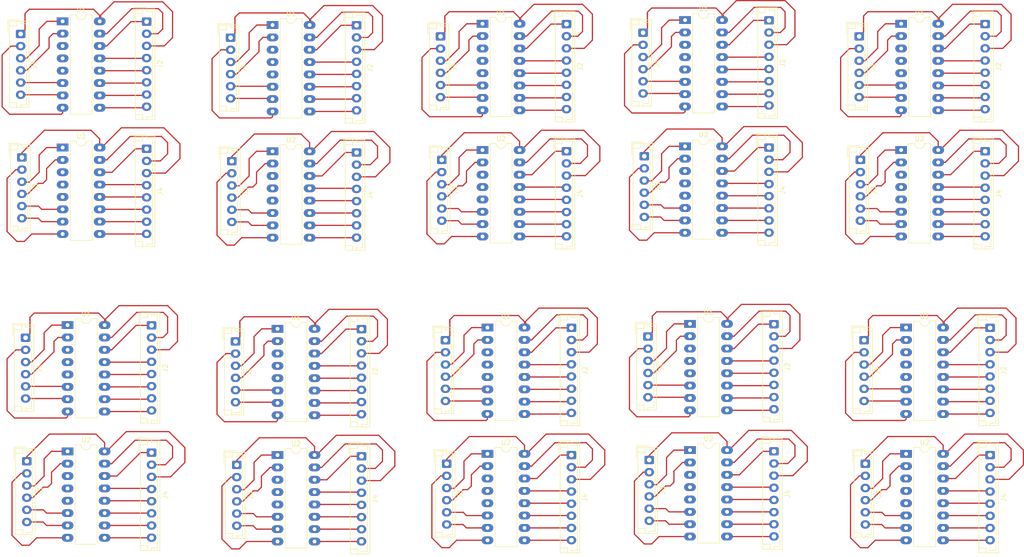
<source format=kicad_pcb>
(kicad_pcb (version 20171130) (host pcbnew 5.1.4-e60b266~84~ubuntu18.04.1)
  (layers (0 F.Cu signal) (31 B.Cu signal) (34 B.Paste user hide) (35 F.Paste user hide) (36 B.SilkS user hide) (37 F.SilkS user hide) (38 B.Mask user hide) (39 F.Mask user hide) (44 Edge.Cuts user hide))
  (net 0 "")
  (net 1 "Net-(J1-Pad6)")
  (net 2 "Net-(J1-Pad5)")
  (net 3 "Net-(J1-Pad4)")
  (net 4 "Net-(J1-Pad3)")
  (net 5 "Net-(J1-Pad2)")
  (net 6 "Net-(J1-Pad1)")
  (net 7 "Net-(J2-Pad6)")
  (net 8 "Net-(J2-Pad5)")
  (net 9 "Net-(J2-Pad4)")
  (net 10 "Net-(J2-Pad2)")
  (net 11 "Net-(J2-Pad1)")
  (net 12 "Net-(U1-Pad5)")
  (net 13 "Net-(U1-Pad4)")
  (net 14 "Net-(U1-Pad3)")
  (net 15 "Net-(U2-Pad5)")
  (net 16 "Net-(U2-Pad4)")
  (net 17 "Net-(U2-Pad3)")
  (net 18 "Net-(J2-Pad8)")
  (net 19 "Net-(J2-Pad7)")
  (net 20 "Net-(J3-Pad6)")
  (net 21 "Net-(J3-Pad5)")
  (net 22 "Net-(J3-Pad4)")
  (net 23 "Net-(J3-Pad3)")
  (net 24 "Net-(J3-Pad2)")
  (net 25 "Net-(J3-Pad1)")
  (net 26 "Net-(J4-Pad8)")
  (net 27 "Net-(J4-Pad7)")
  (net 28 "Net-(J4-Pad6)")
  (net 29 "Net-(J4-Pad5)")
  (net 30 "Net-(J4-Pad4)")
  (net 31 "Net-(J4-Pad2)")
  (net 32 "Net-(J4-Pad1)")
  (module Connector_JST:JST_EH_B8B-EH-A_1x08_P2.50mm_Vertical (layer F.Cu) (at 105.41 81.28 270)
    (fp_text reference J2 (at 8.75 -2.8 90) (layer F.SilkS))
    (fp_text value Conn_01x08_Male)
    (pad 8 thru_hole oval (at 17.5 0 270) (size 1.7 1.95) (drill 0.95) (layers *.Cu *.Mask))
    (pad 7 thru_hole oval (at 15 0 270) (size 1.7 1.95) (drill 0.95) (layers *.Cu *.Mask))
    (pad 6 thru_hole oval (at 12.5 0 270) (size 1.7 1.95) (drill 0.95) (layers *.Cu *.Mask))
    (pad 5 thru_hole oval (at 10 0 270) (size 1.7 1.95) (drill 0.95) (layers *.Cu *.Mask))
    (pad 4 thru_hole oval (at 7.5 0 270) (size 1.7 1.95) (drill 0.95) (layers *.Cu *.Mask))
    (pad 3 thru_hole oval (at 5 0 270) (size 1.7 1.95) (drill 0.95) (layers *.Cu *.Mask))
    (pad 2 thru_hole oval (at 2.5 0 270) (size 1.7 1.95) (drill 0.95) (layers *.Cu *.Mask))
    (pad 1 thru_hole roundrect (at 0 0 270) (size 1.7 1.95) (drill 0.95) (layers *.Cu *.Mask) (roundrect_rratio 0.147059))
  )
  (module Connector_JST:JST_EH_B8B-EH-A_1x08_P2.50mm_Vertical (layer F.Cu) (at 234.696 107.188 270)
    (fp_text reference J4 (at 8.75 -2.8 90) (layer F.SilkS))
    (fp_text value Conn_01x08_Male)
    (pad 8 thru_hole oval (at 17.5 0 270) (size 1.7 1.95) (drill 0.95) (layers *.Cu *.Mask))
    (pad 7 thru_hole oval (at 15 0 270) (size 1.7 1.95) (drill 0.95) (layers *.Cu *.Mask))
    (pad 6 thru_hole oval (at 12.5 0 270) (size 1.7 1.95) (drill 0.95) (layers *.Cu *.Mask))
    (pad 5 thru_hole oval (at 10 0 270) (size 1.7 1.95) (drill 0.95) (layers *.Cu *.Mask))
    (pad 4 thru_hole oval (at 7.5 0 270) (size 1.7 1.95) (drill 0.95) (layers *.Cu *.Mask))
    (pad 3 thru_hole oval (at 5 0 270) (size 1.7 1.95) (drill 0.95) (layers *.Cu *.Mask))
    (pad 2 thru_hole oval (at 2.5 0 270) (size 1.7 1.95) (drill 0.95) (layers *.Cu *.Mask))
    (pad 1 thru_hole roundrect (at 0 0 270) (size 1.7 1.95) (drill 0.95) (layers *.Cu *.Mask) (roundrect_rratio 0.147059))
  )
  (module Connector_JST:JST_EH_B6B-EH-A_1x06_P2.50mm_Vertical (layer F.Cu) (at 209.042 108.966 270)
    (fp_text reference J3 (at 6.25 -2.8 90) (layer F.SilkS))
    (fp_text value DecenasIn)
    (pad 6 thru_hole oval (at 12.5 0 270) (size 1.7 1.95) (drill 0.95) (layers *.Cu *.Mask))
    (pad 5 thru_hole oval (at 10 0 270) (size 1.7 1.95) (drill 0.95) (layers *.Cu *.Mask))
    (pad 4 thru_hole oval (at 7.5 0 270) (size 1.7 1.95) (drill 0.95) (layers *.Cu *.Mask))
    (pad 3 thru_hole oval (at 5 0 270) (size 1.7 1.95) (drill 0.95) (layers *.Cu *.Mask))
    (pad 2 thru_hole oval (at 2.5 0 270) (size 1.7 1.95) (drill 0.95) (layers *.Cu *.Mask))
    (pad 1 thru_hole roundrect (at 0 0 270) (size 1.7 1.95) (drill 0.95) (layers *.Cu *.Mask) (roundrect_rratio 0.147059))
  )
  (module Connector_JST:JST_EH_B8B-EH-A_1x08_P2.50mm_Vertical (layer F.Cu) (at 62.23 106.68 270)
    (fp_text reference J4 (at 8.75 -2.8 90) (layer F.SilkS))
    (fp_text value Conn_01x08_Male)
    (pad 1 thru_hole roundrect (at 0 0 270) (size 1.7 1.95) (drill 0.95) (layers *.Cu *.Mask) (roundrect_rratio 0.147059))
    (pad 2 thru_hole oval (at 2.5 0 270) (size 1.7 1.95) (drill 0.95) (layers *.Cu *.Mask))
    (pad 3 thru_hole oval (at 5 0 270) (size 1.7 1.95) (drill 0.95) (layers *.Cu *.Mask))
    (pad 4 thru_hole oval (at 7.5 0 270) (size 1.7 1.95) (drill 0.95) (layers *.Cu *.Mask))
    (pad 5 thru_hole oval (at 10 0 270) (size 1.7 1.95) (drill 0.95) (layers *.Cu *.Mask))
    (pad 6 thru_hole oval (at 12.5 0 270) (size 1.7 1.95) (drill 0.95) (layers *.Cu *.Mask))
    (pad 7 thru_hole oval (at 15 0 270) (size 1.7 1.95) (drill 0.95) (layers *.Cu *.Mask))
    (pad 8 thru_hole oval (at 17.5 0 270) (size 1.7 1.95) (drill 0.95) (layers *.Cu *.Mask))
  )
  (module Connector_JST:JST_EH_B6B-EH-A_1x06_P2.50mm_Vertical (layer F.Cu) (at 36.576 108.458 270)
    (fp_text reference J3 (at 6.25 -2.8 90) (layer F.SilkS))
    (fp_text value DecenasIn)
    (pad 1 thru_hole roundrect (at 0 0 270) (size 1.7 1.95) (drill 0.95) (layers *.Cu *.Mask) (roundrect_rratio 0.147059))
    (pad 2 thru_hole oval (at 2.5 0 270) (size 1.7 1.95) (drill 0.95) (layers *.Cu *.Mask))
    (pad 3 thru_hole oval (at 5 0 270) (size 1.7 1.95) (drill 0.95) (layers *.Cu *.Mask))
    (pad 4 thru_hole oval (at 7.5 0 270) (size 1.7 1.95) (drill 0.95) (layers *.Cu *.Mask))
    (pad 5 thru_hole oval (at 10 0 270) (size 1.7 1.95) (drill 0.95) (layers *.Cu *.Mask))
    (pad 6 thru_hole oval (at 12.5 0 270) (size 1.7 1.95) (drill 0.95) (layers *.Cu *.Mask))
  )
  (module Connector_JST:JST_EH_B6B-EH-A_1x06_P2.50mm_Vertical (layer F.Cu) (at 208.788 83.566 270)
    (fp_text reference J1 (at 6.25 -2.8 90) (layer F.SilkS))
    (fp_text value DecenasIn)
    (pad 6 thru_hole oval (at 12.5 0 270) (size 1.7 1.95) (drill 0.95) (layers *.Cu *.Mask))
    (pad 5 thru_hole oval (at 10 0 270) (size 1.7 1.95) (drill 0.95) (layers *.Cu *.Mask))
    (pad 4 thru_hole oval (at 7.5 0 270) (size 1.7 1.95) (drill 0.95) (layers *.Cu *.Mask))
    (pad 3 thru_hole oval (at 5 0 270) (size 1.7 1.95) (drill 0.95) (layers *.Cu *.Mask))
    (pad 2 thru_hole oval (at 2.5 0 270) (size 1.7 1.95) (drill 0.95) (layers *.Cu *.Mask))
    (pad 1 thru_hole roundrect (at 0 0 270) (size 1.7 1.95) (drill 0.95) (layers *.Cu *.Mask) (roundrect_rratio 0.147059))
  )
  (module Package_DIP:DIP-16_W7.62mm_LongPads (layer F.Cu) (at 131.318 80.968)
    (fp_text reference U1 (at 3.81 -2.33) (layer F.SilkS))
    (fp_text value 74LS47)
    (pad 16 thru_hole oval (at 7.62 0) (size 2.4 1.6) (drill 0.8) (layers *.Cu *.Mask))
    (pad 8 thru_hole oval (at 0 17.78) (size 2.4 1.6) (drill 0.8) (layers *.Cu *.Mask))
    (pad 15 thru_hole oval (at 7.62 2.54) (size 2.4 1.6) (drill 0.8) (layers *.Cu *.Mask))
    (pad 7 thru_hole oval (at 0 15.24) (size 2.4 1.6) (drill 0.8) (layers *.Cu *.Mask))
    (pad 14 thru_hole oval (at 7.62 5.08) (size 2.4 1.6) (drill 0.8) (layers *.Cu *.Mask))
    (pad 6 thru_hole oval (at 0 12.7) (size 2.4 1.6) (drill 0.8) (layers *.Cu *.Mask))
    (pad 13 thru_hole oval (at 7.62 7.62) (size 2.4 1.6) (drill 0.8) (layers *.Cu *.Mask))
    (pad 5 thru_hole oval (at 0 10.16) (size 2.4 1.6) (drill 0.8) (layers *.Cu *.Mask))
    (pad 12 thru_hole oval (at 7.62 10.16) (size 2.4 1.6) (drill 0.8) (layers *.Cu *.Mask))
    (pad 4 thru_hole oval (at 0 7.62) (size 2.4 1.6) (drill 0.8) (layers *.Cu *.Mask))
    (pad 11 thru_hole oval (at 7.62 12.7) (size 2.4 1.6) (drill 0.8) (layers *.Cu *.Mask))
    (pad 3 thru_hole oval (at 0 5.08) (size 2.4 1.6) (drill 0.8) (layers *.Cu *.Mask))
    (pad 10 thru_hole oval (at 7.62 15.24) (size 2.4 1.6) (drill 0.8) (layers *.Cu *.Mask))
    (pad 2 thru_hole oval (at 0 2.54) (size 2.4 1.6) (drill 0.8) (layers *.Cu *.Mask))
    (pad 9 thru_hole oval (at 7.62 17.78) (size 2.4 1.6) (drill 0.8) (layers *.Cu *.Mask))
    (pad 1 thru_hole rect (at 0 0) (size 2.4 1.6) (drill 0.8) (layers *.Cu *.Mask))
  )
  (module Package_DIP:DIP-16_W7.62mm_LongPads (layer F.Cu) (at 217.424 80.968)
    (fp_text reference U1 (at 3.81 -2.33) (layer F.SilkS))
    (fp_text value 74LS47)
    (pad 16 thru_hole oval (at 7.62 0) (size 2.4 1.6) (drill 0.8) (layers *.Cu *.Mask))
    (pad 8 thru_hole oval (at 0 17.78) (size 2.4 1.6) (drill 0.8) (layers *.Cu *.Mask))
    (pad 15 thru_hole oval (at 7.62 2.54) (size 2.4 1.6) (drill 0.8) (layers *.Cu *.Mask))
    (pad 7 thru_hole oval (at 0 15.24) (size 2.4 1.6) (drill 0.8) (layers *.Cu *.Mask))
    (pad 14 thru_hole oval (at 7.62 5.08) (size 2.4 1.6) (drill 0.8) (layers *.Cu *.Mask))
    (pad 6 thru_hole oval (at 0 12.7) (size 2.4 1.6) (drill 0.8) (layers *.Cu *.Mask))
    (pad 13 thru_hole oval (at 7.62 7.62) (size 2.4 1.6) (drill 0.8) (layers *.Cu *.Mask))
    (pad 5 thru_hole oval (at 0 10.16) (size 2.4 1.6) (drill 0.8) (layers *.Cu *.Mask))
    (pad 12 thru_hole oval (at 7.62 10.16) (size 2.4 1.6) (drill 0.8) (layers *.Cu *.Mask))
    (pad 4 thru_hole oval (at 0 7.62) (size 2.4 1.6) (drill 0.8) (layers *.Cu *.Mask))
    (pad 11 thru_hole oval (at 7.62 12.7) (size 2.4 1.6) (drill 0.8) (layers *.Cu *.Mask))
    (pad 3 thru_hole oval (at 0 5.08) (size 2.4 1.6) (drill 0.8) (layers *.Cu *.Mask))
    (pad 10 thru_hole oval (at 7.62 15.24) (size 2.4 1.6) (drill 0.8) (layers *.Cu *.Mask))
    (pad 2 thru_hole oval (at 0 2.54) (size 2.4 1.6) (drill 0.8) (layers *.Cu *.Mask))
    (pad 9 thru_hole oval (at 7.62 17.78) (size 2.4 1.6) (drill 0.8) (layers *.Cu *.Mask))
    (pad 1 thru_hole rect (at 0 0) (size 2.4 1.6) (drill 0.8) (layers *.Cu *.Mask))
  )
  (module Package_DIP:DIP-16_W7.62mm_LongPads (layer F.Cu) (at 88.138 107.188)
    (fp_text reference U2 (at 3.81 -2.33) (layer F.SilkS))
    (fp_text value 74LS47)
    (pad 16 thru_hole oval (at 7.62 0) (size 2.4 1.6) (drill 0.8) (layers *.Cu *.Mask))
    (pad 8 thru_hole oval (at 0 17.78) (size 2.4 1.6) (drill 0.8) (layers *.Cu *.Mask))
    (pad 15 thru_hole oval (at 7.62 2.54) (size 2.4 1.6) (drill 0.8) (layers *.Cu *.Mask))
    (pad 7 thru_hole oval (at 0 15.24) (size 2.4 1.6) (drill 0.8) (layers *.Cu *.Mask))
    (pad 14 thru_hole oval (at 7.62 5.08) (size 2.4 1.6) (drill 0.8) (layers *.Cu *.Mask))
    (pad 6 thru_hole oval (at 0 12.7) (size 2.4 1.6) (drill 0.8) (layers *.Cu *.Mask))
    (pad 13 thru_hole oval (at 7.62 7.62) (size 2.4 1.6) (drill 0.8) (layers *.Cu *.Mask))
    (pad 5 thru_hole oval (at 0 10.16) (size 2.4 1.6) (drill 0.8) (layers *.Cu *.Mask))
    (pad 12 thru_hole oval (at 7.62 10.16) (size 2.4 1.6) (drill 0.8) (layers *.Cu *.Mask))
    (pad 4 thru_hole oval (at 0 7.62) (size 2.4 1.6) (drill 0.8) (layers *.Cu *.Mask))
    (pad 11 thru_hole oval (at 7.62 12.7) (size 2.4 1.6) (drill 0.8) (layers *.Cu *.Mask))
    (pad 3 thru_hole oval (at 0 5.08) (size 2.4 1.6) (drill 0.8) (layers *.Cu *.Mask))
    (pad 10 thru_hole oval (at 7.62 15.24) (size 2.4 1.6) (drill 0.8) (layers *.Cu *.Mask))
    (pad 2 thru_hole oval (at 0 2.54) (size 2.4 1.6) (drill 0.8) (layers *.Cu *.Mask))
    (pad 9 thru_hole oval (at 7.62 17.78) (size 2.4 1.6) (drill 0.8) (layers *.Cu *.Mask))
    (pad 1 thru_hole rect (at 0 0) (size 2.4 1.6) (drill 0.8) (layers *.Cu *.Mask))
  )
  (module Package_DIP:DIP-16_W7.62mm_LongPads (layer F.Cu) (at 131.318 106.934)
    (fp_text reference U2 (at 3.81 -2.33) (layer F.SilkS))
    (fp_text value 74LS47)
    (pad 16 thru_hole oval (at 7.62 0) (size 2.4 1.6) (drill 0.8) (layers *.Cu *.Mask))
    (pad 8 thru_hole oval (at 0 17.78) (size 2.4 1.6) (drill 0.8) (layers *.Cu *.Mask))
    (pad 15 thru_hole oval (at 7.62 2.54) (size 2.4 1.6) (drill 0.8) (layers *.Cu *.Mask))
    (pad 7 thru_hole oval (at 0 15.24) (size 2.4 1.6) (drill 0.8) (layers *.Cu *.Mask))
    (pad 14 thru_hole oval (at 7.62 5.08) (size 2.4 1.6) (drill 0.8) (layers *.Cu *.Mask))
    (pad 6 thru_hole oval (at 0 12.7) (size 2.4 1.6) (drill 0.8) (layers *.Cu *.Mask))
    (pad 13 thru_hole oval (at 7.62 7.62) (size 2.4 1.6) (drill 0.8) (layers *.Cu *.Mask))
    (pad 5 thru_hole oval (at 0 10.16) (size 2.4 1.6) (drill 0.8) (layers *.Cu *.Mask))
    (pad 12 thru_hole oval (at 7.62 10.16) (size 2.4 1.6) (drill 0.8) (layers *.Cu *.Mask))
    (pad 4 thru_hole oval (at 0 7.62) (size 2.4 1.6) (drill 0.8) (layers *.Cu *.Mask))
    (pad 11 thru_hole oval (at 7.62 12.7) (size 2.4 1.6) (drill 0.8) (layers *.Cu *.Mask))
    (pad 3 thru_hole oval (at 0 5.08) (size 2.4 1.6) (drill 0.8) (layers *.Cu *.Mask))
    (pad 10 thru_hole oval (at 7.62 15.24) (size 2.4 1.6) (drill 0.8) (layers *.Cu *.Mask))
    (pad 2 thru_hole oval (at 0 2.54) (size 2.4 1.6) (drill 0.8) (layers *.Cu *.Mask))
    (pad 9 thru_hole oval (at 7.62 17.78) (size 2.4 1.6) (drill 0.8) (layers *.Cu *.Mask))
    (pad 1 thru_hole rect (at 0 0) (size 2.4 1.6) (drill 0.8) (layers *.Cu *.Mask))
  )
  (module Package_DIP:DIP-16_W7.62mm_LongPads (layer F.Cu) (at 88.138 81.222)
    (fp_text reference U1 (at 3.81 -2.33) (layer F.SilkS))
    (fp_text value 74LS47)
    (pad 16 thru_hole oval (at 7.62 0) (size 2.4 1.6) (drill 0.8) (layers *.Cu *.Mask))
    (pad 8 thru_hole oval (at 0 17.78) (size 2.4 1.6) (drill 0.8) (layers *.Cu *.Mask))
    (pad 15 thru_hole oval (at 7.62 2.54) (size 2.4 1.6) (drill 0.8) (layers *.Cu *.Mask))
    (pad 7 thru_hole oval (at 0 15.24) (size 2.4 1.6) (drill 0.8) (layers *.Cu *.Mask))
    (pad 14 thru_hole oval (at 7.62 5.08) (size 2.4 1.6) (drill 0.8) (layers *.Cu *.Mask))
    (pad 6 thru_hole oval (at 0 12.7) (size 2.4 1.6) (drill 0.8) (layers *.Cu *.Mask))
    (pad 13 thru_hole oval (at 7.62 7.62) (size 2.4 1.6) (drill 0.8) (layers *.Cu *.Mask))
    (pad 5 thru_hole oval (at 0 10.16) (size 2.4 1.6) (drill 0.8) (layers *.Cu *.Mask))
    (pad 12 thru_hole oval (at 7.62 10.16) (size 2.4 1.6) (drill 0.8) (layers *.Cu *.Mask))
    (pad 4 thru_hole oval (at 0 7.62) (size 2.4 1.6) (drill 0.8) (layers *.Cu *.Mask))
    (pad 11 thru_hole oval (at 7.62 12.7) (size 2.4 1.6) (drill 0.8) (layers *.Cu *.Mask))
    (pad 3 thru_hole oval (at 0 5.08) (size 2.4 1.6) (drill 0.8) (layers *.Cu *.Mask))
    (pad 10 thru_hole oval (at 7.62 15.24) (size 2.4 1.6) (drill 0.8) (layers *.Cu *.Mask))
    (pad 2 thru_hole oval (at 0 2.54) (size 2.4 1.6) (drill 0.8) (layers *.Cu *.Mask))
    (pad 9 thru_hole oval (at 7.62 17.78) (size 2.4 1.6) (drill 0.8) (layers *.Cu *.Mask))
    (pad 1 thru_hole rect (at 0 0) (size 2.4 1.6) (drill 0.8) (layers *.Cu *.Mask))
  )
  (module Connector_JST:JST_EH_B8B-EH-A_1x08_P2.50mm_Vertical (layer F.Cu) (at 190.246 80.264 270)
    (fp_text reference J2 (at 8.75 -2.8 90) (layer F.SilkS))
    (fp_text value Conn_01x08_Male)
    (pad 8 thru_hole oval (at 17.5 0 270) (size 1.7 1.95) (drill 0.95) (layers *.Cu *.Mask))
    (pad 7 thru_hole oval (at 15 0 270) (size 1.7 1.95) (drill 0.95) (layers *.Cu *.Mask))
    (pad 6 thru_hole oval (at 12.5 0 270) (size 1.7 1.95) (drill 0.95) (layers *.Cu *.Mask))
    (pad 5 thru_hole oval (at 10 0 270) (size 1.7 1.95) (drill 0.95) (layers *.Cu *.Mask))
    (pad 4 thru_hole oval (at 7.5 0 270) (size 1.7 1.95) (drill 0.95) (layers *.Cu *.Mask))
    (pad 3 thru_hole oval (at 5 0 270) (size 1.7 1.95) (drill 0.95) (layers *.Cu *.Mask))
    (pad 2 thru_hole oval (at 2.5 0 270) (size 1.7 1.95) (drill 0.95) (layers *.Cu *.Mask))
    (pad 1 thru_hole roundrect (at 0 0 270) (size 1.7 1.95) (drill 0.95) (layers *.Cu *.Mask) (roundrect_rratio 0.147059))
  )
  (module Connector_JST:JST_EH_B8B-EH-A_1x08_P2.50mm_Vertical (layer F.Cu) (at 234.696 81.026 270)
    (fp_text reference J2 (at 8.75 -2.8 90) (layer F.SilkS))
    (fp_text value Conn_01x08_Male)
    (pad 8 thru_hole oval (at 17.5 0 270) (size 1.7 1.95) (drill 0.95) (layers *.Cu *.Mask))
    (pad 7 thru_hole oval (at 15 0 270) (size 1.7 1.95) (drill 0.95) (layers *.Cu *.Mask))
    (pad 6 thru_hole oval (at 12.5 0 270) (size 1.7 1.95) (drill 0.95) (layers *.Cu *.Mask))
    (pad 5 thru_hole oval (at 10 0 270) (size 1.7 1.95) (drill 0.95) (layers *.Cu *.Mask))
    (pad 4 thru_hole oval (at 7.5 0 270) (size 1.7 1.95) (drill 0.95) (layers *.Cu *.Mask))
    (pad 3 thru_hole oval (at 5 0 270) (size 1.7 1.95) (drill 0.95) (layers *.Cu *.Mask))
    (pad 2 thru_hole oval (at 2.5 0 270) (size 1.7 1.95) (drill 0.95) (layers *.Cu *.Mask))
    (pad 1 thru_hole roundrect (at 0 0 270) (size 1.7 1.95) (drill 0.95) (layers *.Cu *.Mask) (roundrect_rratio 0.147059))
  )
  (module Connector_JST:JST_EH_B8B-EH-A_1x08_P2.50mm_Vertical (layer F.Cu) (at 190.246 106.426 270)
    (fp_text reference J4 (at 8.75 -2.8 90) (layer F.SilkS))
    (fp_text value Conn_01x08_Male)
    (pad 8 thru_hole oval (at 17.5 0 270) (size 1.7 1.95) (drill 0.95) (layers *.Cu *.Mask))
    (pad 7 thru_hole oval (at 15 0 270) (size 1.7 1.95) (drill 0.95) (layers *.Cu *.Mask))
    (pad 6 thru_hole oval (at 12.5 0 270) (size 1.7 1.95) (drill 0.95) (layers *.Cu *.Mask))
    (pad 5 thru_hole oval (at 10 0 270) (size 1.7 1.95) (drill 0.95) (layers *.Cu *.Mask))
    (pad 4 thru_hole oval (at 7.5 0 270) (size 1.7 1.95) (drill 0.95) (layers *.Cu *.Mask))
    (pad 3 thru_hole oval (at 5 0 270) (size 1.7 1.95) (drill 0.95) (layers *.Cu *.Mask))
    (pad 2 thru_hole oval (at 2.5 0 270) (size 1.7 1.95) (drill 0.95) (layers *.Cu *.Mask))
    (pad 1 thru_hole roundrect (at 0 0 270) (size 1.7 1.95) (drill 0.95) (layers *.Cu *.Mask) (roundrect_rratio 0.147059))
  )
  (module Package_DIP:DIP-16_W7.62mm_LongPads (layer F.Cu) (at 44.958 80.46)
    (fp_text reference U1 (at 3.81 -2.33) (layer F.SilkS))
    (fp_text value 74LS47)
    (pad 1 thru_hole rect (at 0 0) (size 2.4 1.6) (drill 0.8) (layers *.Cu *.Mask))
    (pad 9 thru_hole oval (at 7.62 17.78) (size 2.4 1.6) (drill 0.8) (layers *.Cu *.Mask))
    (pad 2 thru_hole oval (at 0 2.54) (size 2.4 1.6) (drill 0.8) (layers *.Cu *.Mask))
    (pad 10 thru_hole oval (at 7.62 15.24) (size 2.4 1.6) (drill 0.8) (layers *.Cu *.Mask))
    (pad 3 thru_hole oval (at 0 5.08) (size 2.4 1.6) (drill 0.8) (layers *.Cu *.Mask))
    (pad 11 thru_hole oval (at 7.62 12.7) (size 2.4 1.6) (drill 0.8) (layers *.Cu *.Mask))
    (pad 4 thru_hole oval (at 0 7.62) (size 2.4 1.6) (drill 0.8) (layers *.Cu *.Mask))
    (pad 12 thru_hole oval (at 7.62 10.16) (size 2.4 1.6) (drill 0.8) (layers *.Cu *.Mask))
    (pad 5 thru_hole oval (at 0 10.16) (size 2.4 1.6) (drill 0.8) (layers *.Cu *.Mask))
    (pad 13 thru_hole oval (at 7.62 7.62) (size 2.4 1.6) (drill 0.8) (layers *.Cu *.Mask))
    (pad 6 thru_hole oval (at 0 12.7) (size 2.4 1.6) (drill 0.8) (layers *.Cu *.Mask))
    (pad 14 thru_hole oval (at 7.62 5.08) (size 2.4 1.6) (drill 0.8) (layers *.Cu *.Mask))
    (pad 7 thru_hole oval (at 0 15.24) (size 2.4 1.6) (drill 0.8) (layers *.Cu *.Mask))
    (pad 15 thru_hole oval (at 7.62 2.54) (size 2.4 1.6) (drill 0.8) (layers *.Cu *.Mask))
    (pad 8 thru_hole oval (at 0 17.78) (size 2.4 1.6) (drill 0.8) (layers *.Cu *.Mask))
    (pad 16 thru_hole oval (at 7.62 0) (size 2.4 1.6) (drill 0.8) (layers *.Cu *.Mask))
  )
  (module Connector_JST:JST_EH_B6B-EH-A_1x06_P2.50mm_Vertical (layer F.Cu) (at 79.756 109.22 270)
    (fp_text reference J3 (at 6.25 -2.8 90) (layer F.SilkS))
    (fp_text value DecenasIn)
    (pad 6 thru_hole oval (at 12.5 0 270) (size 1.7 1.95) (drill 0.95) (layers *.Cu *.Mask))
    (pad 5 thru_hole oval (at 10 0 270) (size 1.7 1.95) (drill 0.95) (layers *.Cu *.Mask))
    (pad 4 thru_hole oval (at 7.5 0 270) (size 1.7 1.95) (drill 0.95) (layers *.Cu *.Mask))
    (pad 3 thru_hole oval (at 5 0 270) (size 1.7 1.95) (drill 0.95) (layers *.Cu *.Mask))
    (pad 2 thru_hole oval (at 2.5 0 270) (size 1.7 1.95) (drill 0.95) (layers *.Cu *.Mask))
    (pad 1 thru_hole roundrect (at 0 0 270) (size 1.7 1.95) (drill 0.95) (layers *.Cu *.Mask) (roundrect_rratio 0.147059))
  )
  (module Connector_JST:JST_EH_B6B-EH-A_1x06_P2.50mm_Vertical (layer F.Cu) (at 79.502 83.82 270)
    (fp_text reference J1 (at 6.25 -2.8 90) (layer F.SilkS))
    (fp_text value DecenasIn)
    (pad 6 thru_hole oval (at 12.5 0 270) (size 1.7 1.95) (drill 0.95) (layers *.Cu *.Mask))
    (pad 5 thru_hole oval (at 10 0 270) (size 1.7 1.95) (drill 0.95) (layers *.Cu *.Mask))
    (pad 4 thru_hole oval (at 7.5 0 270) (size 1.7 1.95) (drill 0.95) (layers *.Cu *.Mask))
    (pad 3 thru_hole oval (at 5 0 270) (size 1.7 1.95) (drill 0.95) (layers *.Cu *.Mask))
    (pad 2 thru_hole oval (at 2.5 0 270) (size 1.7 1.95) (drill 0.95) (layers *.Cu *.Mask))
    (pad 1 thru_hole roundrect (at 0 0 270) (size 1.7 1.95) (drill 0.95) (layers *.Cu *.Mask) (roundrect_rratio 0.147059))
  )
  (module Connector_JST:JST_EH_B6B-EH-A_1x06_P2.50mm_Vertical (layer F.Cu) (at 122.936 108.966 270)
    (fp_text reference J3 (at 6.25 -2.8 90) (layer F.SilkS))
    (fp_text value DecenasIn)
    (pad 6 thru_hole oval (at 12.5 0 270) (size 1.7 1.95) (drill 0.95) (layers *.Cu *.Mask))
    (pad 5 thru_hole oval (at 10 0 270) (size 1.7 1.95) (drill 0.95) (layers *.Cu *.Mask))
    (pad 4 thru_hole oval (at 7.5 0 270) (size 1.7 1.95) (drill 0.95) (layers *.Cu *.Mask))
    (pad 3 thru_hole oval (at 5 0 270) (size 1.7 1.95) (drill 0.95) (layers *.Cu *.Mask))
    (pad 2 thru_hole oval (at 2.5 0 270) (size 1.7 1.95) (drill 0.95) (layers *.Cu *.Mask))
    (pad 1 thru_hole roundrect (at 0 0 270) (size 1.7 1.95) (drill 0.95) (layers *.Cu *.Mask) (roundrect_rratio 0.147059))
  )
  (module Connector_JST:JST_EH_B6B-EH-A_1x06_P2.50mm_Vertical (layer F.Cu) (at 36.322 83.058 270)
    (fp_text reference J1 (at 6.25 -2.8 90) (layer F.SilkS))
    (fp_text value DecenasIn)
    (pad 1 thru_hole roundrect (at 0 0 270) (size 1.7 1.95) (drill 0.95) (layers *.Cu *.Mask) (roundrect_rratio 0.147059))
    (pad 2 thru_hole oval (at 2.5 0 270) (size 1.7 1.95) (drill 0.95) (layers *.Cu *.Mask))
    (pad 3 thru_hole oval (at 5 0 270) (size 1.7 1.95) (drill 0.95) (layers *.Cu *.Mask))
    (pad 4 thru_hole oval (at 7.5 0 270) (size 1.7 1.95) (drill 0.95) (layers *.Cu *.Mask))
    (pad 5 thru_hole oval (at 10 0 270) (size 1.7 1.95) (drill 0.95) (layers *.Cu *.Mask))
    (pad 6 thru_hole oval (at 12.5 0 270) (size 1.7 1.95) (drill 0.95) (layers *.Cu *.Mask))
  )
  (module Connector_JST:JST_EH_B6B-EH-A_1x06_P2.50mm_Vertical (layer F.Cu) (at 164.338 82.804 270)
    (fp_text reference J1 (at 6.25 -2.8 90) (layer F.SilkS))
    (fp_text value DecenasIn)
    (pad 6 thru_hole oval (at 12.5 0 270) (size 1.7 1.95) (drill 0.95) (layers *.Cu *.Mask))
    (pad 5 thru_hole oval (at 10 0 270) (size 1.7 1.95) (drill 0.95) (layers *.Cu *.Mask))
    (pad 4 thru_hole oval (at 7.5 0 270) (size 1.7 1.95) (drill 0.95) (layers *.Cu *.Mask))
    (pad 3 thru_hole oval (at 5 0 270) (size 1.7 1.95) (drill 0.95) (layers *.Cu *.Mask))
    (pad 2 thru_hole oval (at 2.5 0 270) (size 1.7 1.95) (drill 0.95) (layers *.Cu *.Mask))
    (pad 1 thru_hole roundrect (at 0 0 270) (size 1.7 1.95) (drill 0.95) (layers *.Cu *.Mask) (roundrect_rratio 0.147059))
  )
  (module Connector_JST:JST_EH_B8B-EH-A_1x08_P2.50mm_Vertical (layer F.Cu) (at 148.59 107.188 270)
    (fp_text reference J4 (at 8.75 -2.8 90) (layer F.SilkS))
    (fp_text value Conn_01x08_Male)
    (pad 8 thru_hole oval (at 17.5 0 270) (size 1.7 1.95) (drill 0.95) (layers *.Cu *.Mask))
    (pad 7 thru_hole oval (at 15 0 270) (size 1.7 1.95) (drill 0.95) (layers *.Cu *.Mask))
    (pad 6 thru_hole oval (at 12.5 0 270) (size 1.7 1.95) (drill 0.95) (layers *.Cu *.Mask))
    (pad 5 thru_hole oval (at 10 0 270) (size 1.7 1.95) (drill 0.95) (layers *.Cu *.Mask))
    (pad 4 thru_hole oval (at 7.5 0 270) (size 1.7 1.95) (drill 0.95) (layers *.Cu *.Mask))
    (pad 3 thru_hole oval (at 5 0 270) (size 1.7 1.95) (drill 0.95) (layers *.Cu *.Mask))
    (pad 2 thru_hole oval (at 2.5 0 270) (size 1.7 1.95) (drill 0.95) (layers *.Cu *.Mask))
    (pad 1 thru_hole roundrect (at 0 0 270) (size 1.7 1.95) (drill 0.95) (layers *.Cu *.Mask) (roundrect_rratio 0.147059))
  )
  (module Package_DIP:DIP-16_W7.62mm_LongPads (layer F.Cu) (at 217.424 106.934)
    (fp_text reference U2 (at 3.81 -2.33) (layer F.SilkS))
    (fp_text value 74LS47)
    (pad 16 thru_hole oval (at 7.62 0) (size 2.4 1.6) (drill 0.8) (layers *.Cu *.Mask))
    (pad 8 thru_hole oval (at 0 17.78) (size 2.4 1.6) (drill 0.8) (layers *.Cu *.Mask))
    (pad 15 thru_hole oval (at 7.62 2.54) (size 2.4 1.6) (drill 0.8) (layers *.Cu *.Mask))
    (pad 7 thru_hole oval (at 0 15.24) (size 2.4 1.6) (drill 0.8) (layers *.Cu *.Mask))
    (pad 14 thru_hole oval (at 7.62 5.08) (size 2.4 1.6) (drill 0.8) (layers *.Cu *.Mask))
    (pad 6 thru_hole oval (at 0 12.7) (size 2.4 1.6) (drill 0.8) (layers *.Cu *.Mask))
    (pad 13 thru_hole oval (at 7.62 7.62) (size 2.4 1.6) (drill 0.8) (layers *.Cu *.Mask))
    (pad 5 thru_hole oval (at 0 10.16) (size 2.4 1.6) (drill 0.8) (layers *.Cu *.Mask))
    (pad 12 thru_hole oval (at 7.62 10.16) (size 2.4 1.6) (drill 0.8) (layers *.Cu *.Mask))
    (pad 4 thru_hole oval (at 0 7.62) (size 2.4 1.6) (drill 0.8) (layers *.Cu *.Mask))
    (pad 11 thru_hole oval (at 7.62 12.7) (size 2.4 1.6) (drill 0.8) (layers *.Cu *.Mask))
    (pad 3 thru_hole oval (at 0 5.08) (size 2.4 1.6) (drill 0.8) (layers *.Cu *.Mask))
    (pad 10 thru_hole oval (at 7.62 15.24) (size 2.4 1.6) (drill 0.8) (layers *.Cu *.Mask))
    (pad 2 thru_hole oval (at 0 2.54) (size 2.4 1.6) (drill 0.8) (layers *.Cu *.Mask))
    (pad 9 thru_hole oval (at 7.62 17.78) (size 2.4 1.6) (drill 0.8) (layers *.Cu *.Mask))
    (pad 1 thru_hole rect (at 0 0) (size 2.4 1.6) (drill 0.8) (layers *.Cu *.Mask))
  )
  (module Connector_JST:JST_EH_B8B-EH-A_1x08_P2.50mm_Vertical (layer F.Cu) (at 105.41 107.442 270)
    (fp_text reference J4 (at 8.75 -2.8 90) (layer F.SilkS))
    (fp_text value Conn_01x08_Male)
    (pad 8 thru_hole oval (at 17.5 0 270) (size 1.7 1.95) (drill 0.95) (layers *.Cu *.Mask))
    (pad 7 thru_hole oval (at 15 0 270) (size 1.7 1.95) (drill 0.95) (layers *.Cu *.Mask))
    (pad 6 thru_hole oval (at 12.5 0 270) (size 1.7 1.95) (drill 0.95) (layers *.Cu *.Mask))
    (pad 5 thru_hole oval (at 10 0 270) (size 1.7 1.95) (drill 0.95) (layers *.Cu *.Mask))
    (pad 4 thru_hole oval (at 7.5 0 270) (size 1.7 1.95) (drill 0.95) (layers *.Cu *.Mask))
    (pad 3 thru_hole oval (at 5 0 270) (size 1.7 1.95) (drill 0.95) (layers *.Cu *.Mask))
    (pad 2 thru_hole oval (at 2.5 0 270) (size 1.7 1.95) (drill 0.95) (layers *.Cu *.Mask))
    (pad 1 thru_hole roundrect (at 0 0 270) (size 1.7 1.95) (drill 0.95) (layers *.Cu *.Mask) (roundrect_rratio 0.147059))
  )
  (module Connector_JST:JST_EH_B6B-EH-A_1x06_P2.50mm_Vertical (layer F.Cu) (at 164.592 108.204 270)
    (fp_text reference J3 (at 6.25 -2.8 90) (layer F.SilkS))
    (fp_text value DecenasIn)
    (pad 6 thru_hole oval (at 12.5 0 270) (size 1.7 1.95) (drill 0.95) (layers *.Cu *.Mask))
    (pad 5 thru_hole oval (at 10 0 270) (size 1.7 1.95) (drill 0.95) (layers *.Cu *.Mask))
    (pad 4 thru_hole oval (at 7.5 0 270) (size 1.7 1.95) (drill 0.95) (layers *.Cu *.Mask))
    (pad 3 thru_hole oval (at 5 0 270) (size 1.7 1.95) (drill 0.95) (layers *.Cu *.Mask))
    (pad 2 thru_hole oval (at 2.5 0 270) (size 1.7 1.95) (drill 0.95) (layers *.Cu *.Mask))
    (pad 1 thru_hole roundrect (at 0 0 270) (size 1.7 1.95) (drill 0.95) (layers *.Cu *.Mask) (roundrect_rratio 0.147059))
  )
  (module Package_DIP:DIP-16_W7.62mm_LongPads (layer F.Cu) (at 172.974 80.206)
    (fp_text reference U1 (at 3.81 -2.33) (layer F.SilkS))
    (fp_text value 74LS47)
    (pad 16 thru_hole oval (at 7.62 0) (size 2.4 1.6) (drill 0.8) (layers *.Cu *.Mask))
    (pad 8 thru_hole oval (at 0 17.78) (size 2.4 1.6) (drill 0.8) (layers *.Cu *.Mask))
    (pad 15 thru_hole oval (at 7.62 2.54) (size 2.4 1.6) (drill 0.8) (layers *.Cu *.Mask))
    (pad 7 thru_hole oval (at 0 15.24) (size 2.4 1.6) (drill 0.8) (layers *.Cu *.Mask))
    (pad 14 thru_hole oval (at 7.62 5.08) (size 2.4 1.6) (drill 0.8) (layers *.Cu *.Mask))
    (pad 6 thru_hole oval (at 0 12.7) (size 2.4 1.6) (drill 0.8) (layers *.Cu *.Mask))
    (pad 13 thru_hole oval (at 7.62 7.62) (size 2.4 1.6) (drill 0.8) (layers *.Cu *.Mask))
    (pad 5 thru_hole oval (at 0 10.16) (size 2.4 1.6) (drill 0.8) (layers *.Cu *.Mask))
    (pad 12 thru_hole oval (at 7.62 10.16) (size 2.4 1.6) (drill 0.8) (layers *.Cu *.Mask))
    (pad 4 thru_hole oval (at 0 7.62) (size 2.4 1.6) (drill 0.8) (layers *.Cu *.Mask))
    (pad 11 thru_hole oval (at 7.62 12.7) (size 2.4 1.6) (drill 0.8) (layers *.Cu *.Mask))
    (pad 3 thru_hole oval (at 0 5.08) (size 2.4 1.6) (drill 0.8) (layers *.Cu *.Mask))
    (pad 10 thru_hole oval (at 7.62 15.24) (size 2.4 1.6) (drill 0.8) (layers *.Cu *.Mask))
    (pad 2 thru_hole oval (at 0 2.54) (size 2.4 1.6) (drill 0.8) (layers *.Cu *.Mask))
    (pad 9 thru_hole oval (at 7.62 17.78) (size 2.4 1.6) (drill 0.8) (layers *.Cu *.Mask))
    (pad 1 thru_hole rect (at 0 0) (size 2.4 1.6) (drill 0.8) (layers *.Cu *.Mask))
  )
  (module Connector_JST:JST_EH_B8B-EH-A_1x08_P2.50mm_Vertical (layer F.Cu) (at 62.23 80.518 270)
    (fp_text reference J2 (at 8.75 -2.8 90) (layer F.SilkS))
    (fp_text value Conn_01x08_Male)
    (pad 1 thru_hole roundrect (at 0 0 270) (size 1.7 1.95) (drill 0.95) (layers *.Cu *.Mask) (roundrect_rratio 0.147059))
    (pad 2 thru_hole oval (at 2.5 0 270) (size 1.7 1.95) (drill 0.95) (layers *.Cu *.Mask))
    (pad 3 thru_hole oval (at 5 0 270) (size 1.7 1.95) (drill 0.95) (layers *.Cu *.Mask))
    (pad 4 thru_hole oval (at 7.5 0 270) (size 1.7 1.95) (drill 0.95) (layers *.Cu *.Mask))
    (pad 5 thru_hole oval (at 10 0 270) (size 1.7 1.95) (drill 0.95) (layers *.Cu *.Mask))
    (pad 6 thru_hole oval (at 12.5 0 270) (size 1.7 1.95) (drill 0.95) (layers *.Cu *.Mask))
    (pad 7 thru_hole oval (at 15 0 270) (size 1.7 1.95) (drill 0.95) (layers *.Cu *.Mask))
    (pad 8 thru_hole oval (at 17.5 0 270) (size 1.7 1.95) (drill 0.95) (layers *.Cu *.Mask))
  )
  (module Package_DIP:DIP-16_W7.62mm_LongPads (layer F.Cu) (at 44.958 106.426)
    (fp_text reference U2 (at 3.81 -2.33) (layer F.SilkS))
    (fp_text value 74LS47)
    (pad 1 thru_hole rect (at 0 0) (size 2.4 1.6) (drill 0.8) (layers *.Cu *.Mask))
    (pad 9 thru_hole oval (at 7.62 17.78) (size 2.4 1.6) (drill 0.8) (layers *.Cu *.Mask))
    (pad 2 thru_hole oval (at 0 2.54) (size 2.4 1.6) (drill 0.8) (layers *.Cu *.Mask))
    (pad 10 thru_hole oval (at 7.62 15.24) (size 2.4 1.6) (drill 0.8) (layers *.Cu *.Mask))
    (pad 3 thru_hole oval (at 0 5.08) (size 2.4 1.6) (drill 0.8) (layers *.Cu *.Mask))
    (pad 11 thru_hole oval (at 7.62 12.7) (size 2.4 1.6) (drill 0.8) (layers *.Cu *.Mask))
    (pad 4 thru_hole oval (at 0 7.62) (size 2.4 1.6) (drill 0.8) (layers *.Cu *.Mask))
    (pad 12 thru_hole oval (at 7.62 10.16) (size 2.4 1.6) (drill 0.8) (layers *.Cu *.Mask))
    (pad 5 thru_hole oval (at 0 10.16) (size 2.4 1.6) (drill 0.8) (layers *.Cu *.Mask))
    (pad 13 thru_hole oval (at 7.62 7.62) (size 2.4 1.6) (drill 0.8) (layers *.Cu *.Mask))
    (pad 6 thru_hole oval (at 0 12.7) (size 2.4 1.6) (drill 0.8) (layers *.Cu *.Mask))
    (pad 14 thru_hole oval (at 7.62 5.08) (size 2.4 1.6) (drill 0.8) (layers *.Cu *.Mask))
    (pad 7 thru_hole oval (at 0 15.24) (size 2.4 1.6) (drill 0.8) (layers *.Cu *.Mask))
    (pad 15 thru_hole oval (at 7.62 2.54) (size 2.4 1.6) (drill 0.8) (layers *.Cu *.Mask))
    (pad 8 thru_hole oval (at 0 17.78) (size 2.4 1.6) (drill 0.8) (layers *.Cu *.Mask))
    (pad 16 thru_hole oval (at 7.62 0) (size 2.4 1.6) (drill 0.8) (layers *.Cu *.Mask))
  )
  (module Package_DIP:DIP-16_W7.62mm_LongPads (layer F.Cu) (at 172.974 106.172)
    (fp_text reference U2 (at 3.81 -2.33) (layer F.SilkS))
    (fp_text value 74LS47)
    (pad 16 thru_hole oval (at 7.62 0) (size 2.4 1.6) (drill 0.8) (layers *.Cu *.Mask))
    (pad 8 thru_hole oval (at 0 17.78) (size 2.4 1.6) (drill 0.8) (layers *.Cu *.Mask))
    (pad 15 thru_hole oval (at 7.62 2.54) (size 2.4 1.6) (drill 0.8) (layers *.Cu *.Mask))
    (pad 7 thru_hole oval (at 0 15.24) (size 2.4 1.6) (drill 0.8) (layers *.Cu *.Mask))
    (pad 14 thru_hole oval (at 7.62 5.08) (size 2.4 1.6) (drill 0.8) (layers *.Cu *.Mask))
    (pad 6 thru_hole oval (at 0 12.7) (size 2.4 1.6) (drill 0.8) (layers *.Cu *.Mask))
    (pad 13 thru_hole oval (at 7.62 7.62) (size 2.4 1.6) (drill 0.8) (layers *.Cu *.Mask))
    (pad 5 thru_hole oval (at 0 10.16) (size 2.4 1.6) (drill 0.8) (layers *.Cu *.Mask))
    (pad 12 thru_hole oval (at 7.62 10.16) (size 2.4 1.6) (drill 0.8) (layers *.Cu *.Mask))
    (pad 4 thru_hole oval (at 0 7.62) (size 2.4 1.6) (drill 0.8) (layers *.Cu *.Mask))
    (pad 11 thru_hole oval (at 7.62 12.7) (size 2.4 1.6) (drill 0.8) (layers *.Cu *.Mask))
    (pad 3 thru_hole oval (at 0 5.08) (size 2.4 1.6) (drill 0.8) (layers *.Cu *.Mask))
    (pad 10 thru_hole oval (at 7.62 15.24) (size 2.4 1.6) (drill 0.8) (layers *.Cu *.Mask))
    (pad 2 thru_hole oval (at 0 2.54) (size 2.4 1.6) (drill 0.8) (layers *.Cu *.Mask))
    (pad 9 thru_hole oval (at 7.62 17.78) (size 2.4 1.6) (drill 0.8) (layers *.Cu *.Mask))
    (pad 1 thru_hole rect (at 0 0) (size 2.4 1.6) (drill 0.8) (layers *.Cu *.Mask))
  )
  (module Connector_JST:JST_EH_B8B-EH-A_1x08_P2.50mm_Vertical (layer F.Cu) (at 148.59 81.026 270)
    (fp_text reference J2 (at 8.75 -2.8 90) (layer F.SilkS))
    (fp_text value Conn_01x08_Male)
    (pad 8 thru_hole oval (at 17.5 0 270) (size 1.7 1.95) (drill 0.95) (layers *.Cu *.Mask))
    (pad 7 thru_hole oval (at 15 0 270) (size 1.7 1.95) (drill 0.95) (layers *.Cu *.Mask))
    (pad 6 thru_hole oval (at 12.5 0 270) (size 1.7 1.95) (drill 0.95) (layers *.Cu *.Mask))
    (pad 5 thru_hole oval (at 10 0 270) (size 1.7 1.95) (drill 0.95) (layers *.Cu *.Mask))
    (pad 4 thru_hole oval (at 7.5 0 270) (size 1.7 1.95) (drill 0.95) (layers *.Cu *.Mask))
    (pad 3 thru_hole oval (at 5 0 270) (size 1.7 1.95) (drill 0.95) (layers *.Cu *.Mask))
    (pad 2 thru_hole oval (at 2.5 0 270) (size 1.7 1.95) (drill 0.95) (layers *.Cu *.Mask))
    (pad 1 thru_hole roundrect (at 0 0 270) (size 1.7 1.95) (drill 0.95) (layers *.Cu *.Mask) (roundrect_rratio 0.147059))
  )
  (module Connector_JST:JST_EH_B6B-EH-A_1x06_P2.50mm_Vertical (layer F.Cu) (at 122.682 83.566 270)
    (fp_text reference J1 (at 6.25 -2.8 90) (layer F.SilkS))
    (fp_text value DecenasIn)
    (pad 6 thru_hole oval (at 12.5 0 270) (size 1.7 1.95) (drill 0.95) (layers *.Cu *.Mask))
    (pad 5 thru_hole oval (at 10 0 270) (size 1.7 1.95) (drill 0.95) (layers *.Cu *.Mask))
    (pad 4 thru_hole oval (at 7.5 0 270) (size 1.7 1.95) (drill 0.95) (layers *.Cu *.Mask))
    (pad 3 thru_hole oval (at 5 0 270) (size 1.7 1.95) (drill 0.95) (layers *.Cu *.Mask))
    (pad 2 thru_hole oval (at 2.5 0 270) (size 1.7 1.95) (drill 0.95) (layers *.Cu *.Mask))
    (pad 1 thru_hole roundrect (at 0 0 270) (size 1.7 1.95) (drill 0.95) (layers *.Cu *.Mask) (roundrect_rratio 0.147059))
  )
  (module Connector_JST:JST_EH_B8B-EH-A_1x08_P2.50mm_Vertical (layer F.Cu) (at 233.68 44.704 270)
    (fp_text reference J4 (at 8.75 -2.8 90) (layer F.SilkS))
    (fp_text value Conn_01x08_Male)
    (pad 1 thru_hole roundrect (at 0 0 270) (size 1.7 1.95) (drill 0.95) (layers *.Cu *.Mask) (roundrect_rratio 0.147059))
    (pad 2 thru_hole oval (at 2.5 0 270) (size 1.7 1.95) (drill 0.95) (layers *.Cu *.Mask))
    (pad 3 thru_hole oval (at 5 0 270) (size 1.7 1.95) (drill 0.95) (layers *.Cu *.Mask))
    (pad 4 thru_hole oval (at 7.5 0 270) (size 1.7 1.95) (drill 0.95) (layers *.Cu *.Mask))
    (pad 5 thru_hole oval (at 10 0 270) (size 1.7 1.95) (drill 0.95) (layers *.Cu *.Mask))
    (pad 6 thru_hole oval (at 12.5 0 270) (size 1.7 1.95) (drill 0.95) (layers *.Cu *.Mask))
    (pad 7 thru_hole oval (at 15 0 270) (size 1.7 1.95) (drill 0.95) (layers *.Cu *.Mask))
    (pad 8 thru_hole oval (at 17.5 0 270) (size 1.7 1.95) (drill 0.95) (layers *.Cu *.Mask))
  )
  (module Connector_JST:JST_EH_B6B-EH-A_1x06_P2.50mm_Vertical (layer F.Cu) (at 208.026 46.482 270)
    (fp_text reference J3 (at 6.25 -2.8 90) (layer F.SilkS))
    (fp_text value DecenasIn)
    (pad 1 thru_hole roundrect (at 0 0 270) (size 1.7 1.95) (drill 0.95) (layers *.Cu *.Mask) (roundrect_rratio 0.147059))
    (pad 2 thru_hole oval (at 2.5 0 270) (size 1.7 1.95) (drill 0.95) (layers *.Cu *.Mask))
    (pad 3 thru_hole oval (at 5 0 270) (size 1.7 1.95) (drill 0.95) (layers *.Cu *.Mask))
    (pad 4 thru_hole oval (at 7.5 0 270) (size 1.7 1.95) (drill 0.95) (layers *.Cu *.Mask))
    (pad 5 thru_hole oval (at 10 0 270) (size 1.7 1.95) (drill 0.95) (layers *.Cu *.Mask))
    (pad 6 thru_hole oval (at 12.5 0 270) (size 1.7 1.95) (drill 0.95) (layers *.Cu *.Mask))
  )
  (module Package_DIP:DIP-16_W7.62mm_LongPads (layer F.Cu) (at 216.408 18.484)
    (fp_text reference U1 (at 3.81 -2.33) (layer F.SilkS))
    (fp_text value 74LS47)
    (pad 1 thru_hole rect (at 0 0) (size 2.4 1.6) (drill 0.8) (layers *.Cu *.Mask))
    (pad 9 thru_hole oval (at 7.62 17.78) (size 2.4 1.6) (drill 0.8) (layers *.Cu *.Mask))
    (pad 2 thru_hole oval (at 0 2.54) (size 2.4 1.6) (drill 0.8) (layers *.Cu *.Mask))
    (pad 10 thru_hole oval (at 7.62 15.24) (size 2.4 1.6) (drill 0.8) (layers *.Cu *.Mask))
    (pad 3 thru_hole oval (at 0 5.08) (size 2.4 1.6) (drill 0.8) (layers *.Cu *.Mask))
    (pad 11 thru_hole oval (at 7.62 12.7) (size 2.4 1.6) (drill 0.8) (layers *.Cu *.Mask))
    (pad 4 thru_hole oval (at 0 7.62) (size 2.4 1.6) (drill 0.8) (layers *.Cu *.Mask))
    (pad 12 thru_hole oval (at 7.62 10.16) (size 2.4 1.6) (drill 0.8) (layers *.Cu *.Mask))
    (pad 5 thru_hole oval (at 0 10.16) (size 2.4 1.6) (drill 0.8) (layers *.Cu *.Mask))
    (pad 13 thru_hole oval (at 7.62 7.62) (size 2.4 1.6) (drill 0.8) (layers *.Cu *.Mask))
    (pad 6 thru_hole oval (at 0 12.7) (size 2.4 1.6) (drill 0.8) (layers *.Cu *.Mask))
    (pad 14 thru_hole oval (at 7.62 5.08) (size 2.4 1.6) (drill 0.8) (layers *.Cu *.Mask))
    (pad 7 thru_hole oval (at 0 15.24) (size 2.4 1.6) (drill 0.8) (layers *.Cu *.Mask))
    (pad 15 thru_hole oval (at 7.62 2.54) (size 2.4 1.6) (drill 0.8) (layers *.Cu *.Mask))
    (pad 8 thru_hole oval (at 0 17.78) (size 2.4 1.6) (drill 0.8) (layers *.Cu *.Mask))
    (pad 16 thru_hole oval (at 7.62 0) (size 2.4 1.6) (drill 0.8) (layers *.Cu *.Mask))
  )
  (module Connector_JST:JST_EH_B6B-EH-A_1x06_P2.50mm_Vertical (layer F.Cu) (at 207.772 21.082 270)
    (fp_text reference J1 (at 6.25 -2.8 90) (layer F.SilkS))
    (fp_text value DecenasIn)
    (pad 1 thru_hole roundrect (at 0 0 270) (size 1.7 1.95) (drill 0.95) (layers *.Cu *.Mask) (roundrect_rratio 0.147059))
    (pad 2 thru_hole oval (at 2.5 0 270) (size 1.7 1.95) (drill 0.95) (layers *.Cu *.Mask))
    (pad 3 thru_hole oval (at 5 0 270) (size 1.7 1.95) (drill 0.95) (layers *.Cu *.Mask))
    (pad 4 thru_hole oval (at 7.5 0 270) (size 1.7 1.95) (drill 0.95) (layers *.Cu *.Mask))
    (pad 5 thru_hole oval (at 10 0 270) (size 1.7 1.95) (drill 0.95) (layers *.Cu *.Mask))
    (pad 6 thru_hole oval (at 12.5 0 270) (size 1.7 1.95) (drill 0.95) (layers *.Cu *.Mask))
  )
  (module Connector_JST:JST_EH_B8B-EH-A_1x08_P2.50mm_Vertical (layer F.Cu) (at 233.68 18.542 270)
    (fp_text reference J2 (at 8.75 -2.8 90) (layer F.SilkS))
    (fp_text value Conn_01x08_Male)
    (pad 1 thru_hole roundrect (at 0 0 270) (size 1.7 1.95) (drill 0.95) (layers *.Cu *.Mask) (roundrect_rratio 0.147059))
    (pad 2 thru_hole oval (at 2.5 0 270) (size 1.7 1.95) (drill 0.95) (layers *.Cu *.Mask))
    (pad 3 thru_hole oval (at 5 0 270) (size 1.7 1.95) (drill 0.95) (layers *.Cu *.Mask))
    (pad 4 thru_hole oval (at 7.5 0 270) (size 1.7 1.95) (drill 0.95) (layers *.Cu *.Mask))
    (pad 5 thru_hole oval (at 10 0 270) (size 1.7 1.95) (drill 0.95) (layers *.Cu *.Mask))
    (pad 6 thru_hole oval (at 12.5 0 270) (size 1.7 1.95) (drill 0.95) (layers *.Cu *.Mask))
    (pad 7 thru_hole oval (at 15 0 270) (size 1.7 1.95) (drill 0.95) (layers *.Cu *.Mask))
    (pad 8 thru_hole oval (at 17.5 0 270) (size 1.7 1.95) (drill 0.95) (layers *.Cu *.Mask))
  )
  (module Package_DIP:DIP-16_W7.62mm_LongPads (layer F.Cu) (at 216.408 44.45)
    (fp_text reference U2 (at 3.81 -2.33) (layer F.SilkS))
    (fp_text value 74LS47)
    (pad 1 thru_hole rect (at 0 0) (size 2.4 1.6) (drill 0.8) (layers *.Cu *.Mask))
    (pad 9 thru_hole oval (at 7.62 17.78) (size 2.4 1.6) (drill 0.8) (layers *.Cu *.Mask))
    (pad 2 thru_hole oval (at 0 2.54) (size 2.4 1.6) (drill 0.8) (layers *.Cu *.Mask))
    (pad 10 thru_hole oval (at 7.62 15.24) (size 2.4 1.6) (drill 0.8) (layers *.Cu *.Mask))
    (pad 3 thru_hole oval (at 0 5.08) (size 2.4 1.6) (drill 0.8) (layers *.Cu *.Mask))
    (pad 11 thru_hole oval (at 7.62 12.7) (size 2.4 1.6) (drill 0.8) (layers *.Cu *.Mask))
    (pad 4 thru_hole oval (at 0 7.62) (size 2.4 1.6) (drill 0.8) (layers *.Cu *.Mask))
    (pad 12 thru_hole oval (at 7.62 10.16) (size 2.4 1.6) (drill 0.8) (layers *.Cu *.Mask))
    (pad 5 thru_hole oval (at 0 10.16) (size 2.4 1.6) (drill 0.8) (layers *.Cu *.Mask))
    (pad 13 thru_hole oval (at 7.62 7.62) (size 2.4 1.6) (drill 0.8) (layers *.Cu *.Mask))
    (pad 6 thru_hole oval (at 0 12.7) (size 2.4 1.6) (drill 0.8) (layers *.Cu *.Mask))
    (pad 14 thru_hole oval (at 7.62 5.08) (size 2.4 1.6) (drill 0.8) (layers *.Cu *.Mask))
    (pad 7 thru_hole oval (at 0 15.24) (size 2.4 1.6) (drill 0.8) (layers *.Cu *.Mask))
    (pad 15 thru_hole oval (at 7.62 2.54) (size 2.4 1.6) (drill 0.8) (layers *.Cu *.Mask))
    (pad 8 thru_hole oval (at 0 17.78) (size 2.4 1.6) (drill 0.8) (layers *.Cu *.Mask))
    (pad 16 thru_hole oval (at 7.62 0) (size 2.4 1.6) (drill 0.8) (layers *.Cu *.Mask))
  )
  (module Connector_JST:JST_EH_B8B-EH-A_1x08_P2.50mm_Vertical (layer F.Cu) (at 189.23 43.942 270)
    (fp_text reference J4 (at 8.75 -2.8 90) (layer F.SilkS))
    (fp_text value Conn_01x08_Male)
    (pad 1 thru_hole roundrect (at 0 0 270) (size 1.7 1.95) (drill 0.95) (layers *.Cu *.Mask) (roundrect_rratio 0.147059))
    (pad 2 thru_hole oval (at 2.5 0 270) (size 1.7 1.95) (drill 0.95) (layers *.Cu *.Mask))
    (pad 3 thru_hole oval (at 5 0 270) (size 1.7 1.95) (drill 0.95) (layers *.Cu *.Mask))
    (pad 4 thru_hole oval (at 7.5 0 270) (size 1.7 1.95) (drill 0.95) (layers *.Cu *.Mask))
    (pad 5 thru_hole oval (at 10 0 270) (size 1.7 1.95) (drill 0.95) (layers *.Cu *.Mask))
    (pad 6 thru_hole oval (at 12.5 0 270) (size 1.7 1.95) (drill 0.95) (layers *.Cu *.Mask))
    (pad 7 thru_hole oval (at 15 0 270) (size 1.7 1.95) (drill 0.95) (layers *.Cu *.Mask))
    (pad 8 thru_hole oval (at 17.5 0 270) (size 1.7 1.95) (drill 0.95) (layers *.Cu *.Mask))
  )
  (module Connector_JST:JST_EH_B6B-EH-A_1x06_P2.50mm_Vertical (layer F.Cu) (at 163.576 45.72 270)
    (fp_text reference J3 (at 6.25 -2.8 90) (layer F.SilkS))
    (fp_text value DecenasIn)
    (pad 1 thru_hole roundrect (at 0 0 270) (size 1.7 1.95) (drill 0.95) (layers *.Cu *.Mask) (roundrect_rratio 0.147059))
    (pad 2 thru_hole oval (at 2.5 0 270) (size 1.7 1.95) (drill 0.95) (layers *.Cu *.Mask))
    (pad 3 thru_hole oval (at 5 0 270) (size 1.7 1.95) (drill 0.95) (layers *.Cu *.Mask))
    (pad 4 thru_hole oval (at 7.5 0 270) (size 1.7 1.95) (drill 0.95) (layers *.Cu *.Mask))
    (pad 5 thru_hole oval (at 10 0 270) (size 1.7 1.95) (drill 0.95) (layers *.Cu *.Mask))
    (pad 6 thru_hole oval (at 12.5 0 270) (size 1.7 1.95) (drill 0.95) (layers *.Cu *.Mask))
  )
  (module Package_DIP:DIP-16_W7.62mm_LongPads (layer F.Cu) (at 171.958 17.722)
    (fp_text reference U1 (at 3.81 -2.33) (layer F.SilkS))
    (fp_text value 74LS47)
    (pad 1 thru_hole rect (at 0 0) (size 2.4 1.6) (drill 0.8) (layers *.Cu *.Mask))
    (pad 9 thru_hole oval (at 7.62 17.78) (size 2.4 1.6) (drill 0.8) (layers *.Cu *.Mask))
    (pad 2 thru_hole oval (at 0 2.54) (size 2.4 1.6) (drill 0.8) (layers *.Cu *.Mask))
    (pad 10 thru_hole oval (at 7.62 15.24) (size 2.4 1.6) (drill 0.8) (layers *.Cu *.Mask))
    (pad 3 thru_hole oval (at 0 5.08) (size 2.4 1.6) (drill 0.8) (layers *.Cu *.Mask))
    (pad 11 thru_hole oval (at 7.62 12.7) (size 2.4 1.6) (drill 0.8) (layers *.Cu *.Mask))
    (pad 4 thru_hole oval (at 0 7.62) (size 2.4 1.6) (drill 0.8) (layers *.Cu *.Mask))
    (pad 12 thru_hole oval (at 7.62 10.16) (size 2.4 1.6) (drill 0.8) (layers *.Cu *.Mask))
    (pad 5 thru_hole oval (at 0 10.16) (size 2.4 1.6) (drill 0.8) (layers *.Cu *.Mask))
    (pad 13 thru_hole oval (at 7.62 7.62) (size 2.4 1.6) (drill 0.8) (layers *.Cu *.Mask))
    (pad 6 thru_hole oval (at 0 12.7) (size 2.4 1.6) (drill 0.8) (layers *.Cu *.Mask))
    (pad 14 thru_hole oval (at 7.62 5.08) (size 2.4 1.6) (drill 0.8) (layers *.Cu *.Mask))
    (pad 7 thru_hole oval (at 0 15.24) (size 2.4 1.6) (drill 0.8) (layers *.Cu *.Mask))
    (pad 15 thru_hole oval (at 7.62 2.54) (size 2.4 1.6) (drill 0.8) (layers *.Cu *.Mask))
    (pad 8 thru_hole oval (at 0 17.78) (size 2.4 1.6) (drill 0.8) (layers *.Cu *.Mask))
    (pad 16 thru_hole oval (at 7.62 0) (size 2.4 1.6) (drill 0.8) (layers *.Cu *.Mask))
  )
  (module Connector_JST:JST_EH_B6B-EH-A_1x06_P2.50mm_Vertical (layer F.Cu) (at 163.322 20.32 270)
    (fp_text reference J1 (at 6.25 -2.8 90) (layer F.SilkS))
    (fp_text value DecenasIn)
    (pad 1 thru_hole roundrect (at 0 0 270) (size 1.7 1.95) (drill 0.95) (layers *.Cu *.Mask) (roundrect_rratio 0.147059))
    (pad 2 thru_hole oval (at 2.5 0 270) (size 1.7 1.95) (drill 0.95) (layers *.Cu *.Mask))
    (pad 3 thru_hole oval (at 5 0 270) (size 1.7 1.95) (drill 0.95) (layers *.Cu *.Mask))
    (pad 4 thru_hole oval (at 7.5 0 270) (size 1.7 1.95) (drill 0.95) (layers *.Cu *.Mask))
    (pad 5 thru_hole oval (at 10 0 270) (size 1.7 1.95) (drill 0.95) (layers *.Cu *.Mask))
    (pad 6 thru_hole oval (at 12.5 0 270) (size 1.7 1.95) (drill 0.95) (layers *.Cu *.Mask))
  )
  (module Connector_JST:JST_EH_B8B-EH-A_1x08_P2.50mm_Vertical (layer F.Cu) (at 189.23 17.78 270)
    (fp_text reference J2 (at 8.75 -2.8 90) (layer F.SilkS))
    (fp_text value Conn_01x08_Male)
    (pad 1 thru_hole roundrect (at 0 0 270) (size 1.7 1.95) (drill 0.95) (layers *.Cu *.Mask) (roundrect_rratio 0.147059))
    (pad 2 thru_hole oval (at 2.5 0 270) (size 1.7 1.95) (drill 0.95) (layers *.Cu *.Mask))
    (pad 3 thru_hole oval (at 5 0 270) (size 1.7 1.95) (drill 0.95) (layers *.Cu *.Mask))
    (pad 4 thru_hole oval (at 7.5 0 270) (size 1.7 1.95) (drill 0.95) (layers *.Cu *.Mask))
    (pad 5 thru_hole oval (at 10 0 270) (size 1.7 1.95) (drill 0.95) (layers *.Cu *.Mask))
    (pad 6 thru_hole oval (at 12.5 0 270) (size 1.7 1.95) (drill 0.95) (layers *.Cu *.Mask))
    (pad 7 thru_hole oval (at 15 0 270) (size 1.7 1.95) (drill 0.95) (layers *.Cu *.Mask))
    (pad 8 thru_hole oval (at 17.5 0 270) (size 1.7 1.95) (drill 0.95) (layers *.Cu *.Mask))
  )
  (module Package_DIP:DIP-16_W7.62mm_LongPads (layer F.Cu) (at 171.958 43.688)
    (fp_text reference U2 (at 3.81 -2.33) (layer F.SilkS))
    (fp_text value 74LS47)
    (pad 1 thru_hole rect (at 0 0) (size 2.4 1.6) (drill 0.8) (layers *.Cu *.Mask))
    (pad 9 thru_hole oval (at 7.62 17.78) (size 2.4 1.6) (drill 0.8) (layers *.Cu *.Mask))
    (pad 2 thru_hole oval (at 0 2.54) (size 2.4 1.6) (drill 0.8) (layers *.Cu *.Mask))
    (pad 10 thru_hole oval (at 7.62 15.24) (size 2.4 1.6) (drill 0.8) (layers *.Cu *.Mask))
    (pad 3 thru_hole oval (at 0 5.08) (size 2.4 1.6) (drill 0.8) (layers *.Cu *.Mask))
    (pad 11 thru_hole oval (at 7.62 12.7) (size 2.4 1.6) (drill 0.8) (layers *.Cu *.Mask))
    (pad 4 thru_hole oval (at 0 7.62) (size 2.4 1.6) (drill 0.8) (layers *.Cu *.Mask))
    (pad 12 thru_hole oval (at 7.62 10.16) (size 2.4 1.6) (drill 0.8) (layers *.Cu *.Mask))
    (pad 5 thru_hole oval (at 0 10.16) (size 2.4 1.6) (drill 0.8) (layers *.Cu *.Mask))
    (pad 13 thru_hole oval (at 7.62 7.62) (size 2.4 1.6) (drill 0.8) (layers *.Cu *.Mask))
    (pad 6 thru_hole oval (at 0 12.7) (size 2.4 1.6) (drill 0.8) (layers *.Cu *.Mask))
    (pad 14 thru_hole oval (at 7.62 5.08) (size 2.4 1.6) (drill 0.8) (layers *.Cu *.Mask))
    (pad 7 thru_hole oval (at 0 15.24) (size 2.4 1.6) (drill 0.8) (layers *.Cu *.Mask))
    (pad 15 thru_hole oval (at 7.62 2.54) (size 2.4 1.6) (drill 0.8) (layers *.Cu *.Mask))
    (pad 8 thru_hole oval (at 0 17.78) (size 2.4 1.6) (drill 0.8) (layers *.Cu *.Mask))
    (pad 16 thru_hole oval (at 7.62 0) (size 2.4 1.6) (drill 0.8) (layers *.Cu *.Mask))
  )
  (module Connector_JST:JST_EH_B8B-EH-A_1x08_P2.50mm_Vertical (layer F.Cu) (at 147.574 44.704 270)
    (fp_text reference J4 (at 8.75 -2.8 90) (layer F.SilkS))
    (fp_text value Conn_01x08_Male)
    (pad 1 thru_hole roundrect (at 0 0 270) (size 1.7 1.95) (drill 0.95) (layers *.Cu *.Mask) (roundrect_rratio 0.147059))
    (pad 2 thru_hole oval (at 2.5 0 270) (size 1.7 1.95) (drill 0.95) (layers *.Cu *.Mask))
    (pad 3 thru_hole oval (at 5 0 270) (size 1.7 1.95) (drill 0.95) (layers *.Cu *.Mask))
    (pad 4 thru_hole oval (at 7.5 0 270) (size 1.7 1.95) (drill 0.95) (layers *.Cu *.Mask))
    (pad 5 thru_hole oval (at 10 0 270) (size 1.7 1.95) (drill 0.95) (layers *.Cu *.Mask))
    (pad 6 thru_hole oval (at 12.5 0 270) (size 1.7 1.95) (drill 0.95) (layers *.Cu *.Mask))
    (pad 7 thru_hole oval (at 15 0 270) (size 1.7 1.95) (drill 0.95) (layers *.Cu *.Mask))
    (pad 8 thru_hole oval (at 17.5 0 270) (size 1.7 1.95) (drill 0.95) (layers *.Cu *.Mask))
  )
  (module Connector_JST:JST_EH_B6B-EH-A_1x06_P2.50mm_Vertical (layer F.Cu) (at 121.92 46.482 270)
    (fp_text reference J3 (at 6.25 -2.8 90) (layer F.SilkS))
    (fp_text value DecenasIn)
    (pad 1 thru_hole roundrect (at 0 0 270) (size 1.7 1.95) (drill 0.95) (layers *.Cu *.Mask) (roundrect_rratio 0.147059))
    (pad 2 thru_hole oval (at 2.5 0 270) (size 1.7 1.95) (drill 0.95) (layers *.Cu *.Mask))
    (pad 3 thru_hole oval (at 5 0 270) (size 1.7 1.95) (drill 0.95) (layers *.Cu *.Mask))
    (pad 4 thru_hole oval (at 7.5 0 270) (size 1.7 1.95) (drill 0.95) (layers *.Cu *.Mask))
    (pad 5 thru_hole oval (at 10 0 270) (size 1.7 1.95) (drill 0.95) (layers *.Cu *.Mask))
    (pad 6 thru_hole oval (at 12.5 0 270) (size 1.7 1.95) (drill 0.95) (layers *.Cu *.Mask))
  )
  (module Package_DIP:DIP-16_W7.62mm_LongPads (layer F.Cu) (at 130.302 18.484)
    (fp_text reference U1 (at 3.81 -2.33) (layer F.SilkS))
    (fp_text value 74LS47)
    (pad 1 thru_hole rect (at 0 0) (size 2.4 1.6) (drill 0.8) (layers *.Cu *.Mask))
    (pad 9 thru_hole oval (at 7.62 17.78) (size 2.4 1.6) (drill 0.8) (layers *.Cu *.Mask))
    (pad 2 thru_hole oval (at 0 2.54) (size 2.4 1.6) (drill 0.8) (layers *.Cu *.Mask))
    (pad 10 thru_hole oval (at 7.62 15.24) (size 2.4 1.6) (drill 0.8) (layers *.Cu *.Mask))
    (pad 3 thru_hole oval (at 0 5.08) (size 2.4 1.6) (drill 0.8) (layers *.Cu *.Mask))
    (pad 11 thru_hole oval (at 7.62 12.7) (size 2.4 1.6) (drill 0.8) (layers *.Cu *.Mask))
    (pad 4 thru_hole oval (at 0 7.62) (size 2.4 1.6) (drill 0.8) (layers *.Cu *.Mask))
    (pad 12 thru_hole oval (at 7.62 10.16) (size 2.4 1.6) (drill 0.8) (layers *.Cu *.Mask))
    (pad 5 thru_hole oval (at 0 10.16) (size 2.4 1.6) (drill 0.8) (layers *.Cu *.Mask))
    (pad 13 thru_hole oval (at 7.62 7.62) (size 2.4 1.6) (drill 0.8) (layers *.Cu *.Mask))
    (pad 6 thru_hole oval (at 0 12.7) (size 2.4 1.6) (drill 0.8) (layers *.Cu *.Mask))
    (pad 14 thru_hole oval (at 7.62 5.08) (size 2.4 1.6) (drill 0.8) (layers *.Cu *.Mask))
    (pad 7 thru_hole oval (at 0 15.24) (size 2.4 1.6) (drill 0.8) (layers *.Cu *.Mask))
    (pad 15 thru_hole oval (at 7.62 2.54) (size 2.4 1.6) (drill 0.8) (layers *.Cu *.Mask))
    (pad 8 thru_hole oval (at 0 17.78) (size 2.4 1.6) (drill 0.8) (layers *.Cu *.Mask))
    (pad 16 thru_hole oval (at 7.62 0) (size 2.4 1.6) (drill 0.8) (layers *.Cu *.Mask))
  )
  (module Connector_JST:JST_EH_B6B-EH-A_1x06_P2.50mm_Vertical (layer F.Cu) (at 121.666 21.082 270)
    (fp_text reference J1 (at 6.25 -2.8 90) (layer F.SilkS))
    (fp_text value DecenasIn)
    (pad 1 thru_hole roundrect (at 0 0 270) (size 1.7 1.95) (drill 0.95) (layers *.Cu *.Mask) (roundrect_rratio 0.147059))
    (pad 2 thru_hole oval (at 2.5 0 270) (size 1.7 1.95) (drill 0.95) (layers *.Cu *.Mask))
    (pad 3 thru_hole oval (at 5 0 270) (size 1.7 1.95) (drill 0.95) (layers *.Cu *.Mask))
    (pad 4 thru_hole oval (at 7.5 0 270) (size 1.7 1.95) (drill 0.95) (layers *.Cu *.Mask))
    (pad 5 thru_hole oval (at 10 0 270) (size 1.7 1.95) (drill 0.95) (layers *.Cu *.Mask))
    (pad 6 thru_hole oval (at 12.5 0 270) (size 1.7 1.95) (drill 0.95) (layers *.Cu *.Mask))
  )
  (module Connector_JST:JST_EH_B8B-EH-A_1x08_P2.50mm_Vertical (layer F.Cu) (at 147.574 18.542 270)
    (fp_text reference J2 (at 8.75 -2.8 90) (layer F.SilkS))
    (fp_text value Conn_01x08_Male)
    (pad 1 thru_hole roundrect (at 0 0 270) (size 1.7 1.95) (drill 0.95) (layers *.Cu *.Mask) (roundrect_rratio 0.147059))
    (pad 2 thru_hole oval (at 2.5 0 270) (size 1.7 1.95) (drill 0.95) (layers *.Cu *.Mask))
    (pad 3 thru_hole oval (at 5 0 270) (size 1.7 1.95) (drill 0.95) (layers *.Cu *.Mask))
    (pad 4 thru_hole oval (at 7.5 0 270) (size 1.7 1.95) (drill 0.95) (layers *.Cu *.Mask))
    (pad 5 thru_hole oval (at 10 0 270) (size 1.7 1.95) (drill 0.95) (layers *.Cu *.Mask))
    (pad 6 thru_hole oval (at 12.5 0 270) (size 1.7 1.95) (drill 0.95) (layers *.Cu *.Mask))
    (pad 7 thru_hole oval (at 15 0 270) (size 1.7 1.95) (drill 0.95) (layers *.Cu *.Mask))
    (pad 8 thru_hole oval (at 17.5 0 270) (size 1.7 1.95) (drill 0.95) (layers *.Cu *.Mask))
  )
  (module Package_DIP:DIP-16_W7.62mm_LongPads (layer F.Cu) (at 130.302 44.45)
    (fp_text reference U2 (at 3.81 -2.33) (layer F.SilkS))
    (fp_text value 74LS47)
    (pad 1 thru_hole rect (at 0 0) (size 2.4 1.6) (drill 0.8) (layers *.Cu *.Mask))
    (pad 9 thru_hole oval (at 7.62 17.78) (size 2.4 1.6) (drill 0.8) (layers *.Cu *.Mask))
    (pad 2 thru_hole oval (at 0 2.54) (size 2.4 1.6) (drill 0.8) (layers *.Cu *.Mask))
    (pad 10 thru_hole oval (at 7.62 15.24) (size 2.4 1.6) (drill 0.8) (layers *.Cu *.Mask))
    (pad 3 thru_hole oval (at 0 5.08) (size 2.4 1.6) (drill 0.8) (layers *.Cu *.Mask))
    (pad 11 thru_hole oval (at 7.62 12.7) (size 2.4 1.6) (drill 0.8) (layers *.Cu *.Mask))
    (pad 4 thru_hole oval (at 0 7.62) (size 2.4 1.6) (drill 0.8) (layers *.Cu *.Mask))
    (pad 12 thru_hole oval (at 7.62 10.16) (size 2.4 1.6) (drill 0.8) (layers *.Cu *.Mask))
    (pad 5 thru_hole oval (at 0 10.16) (size 2.4 1.6) (drill 0.8) (layers *.Cu *.Mask))
    (pad 13 thru_hole oval (at 7.62 7.62) (size 2.4 1.6) (drill 0.8) (layers *.Cu *.Mask))
    (pad 6 thru_hole oval (at 0 12.7) (size 2.4 1.6) (drill 0.8) (layers *.Cu *.Mask))
    (pad 14 thru_hole oval (at 7.62 5.08) (size 2.4 1.6) (drill 0.8) (layers *.Cu *.Mask))
    (pad 7 thru_hole oval (at 0 15.24) (size 2.4 1.6) (drill 0.8) (layers *.Cu *.Mask))
    (pad 15 thru_hole oval (at 7.62 2.54) (size 2.4 1.6) (drill 0.8) (layers *.Cu *.Mask))
    (pad 8 thru_hole oval (at 0 17.78) (size 2.4 1.6) (drill 0.8) (layers *.Cu *.Mask))
    (pad 16 thru_hole oval (at 7.62 0) (size 2.4 1.6) (drill 0.8) (layers *.Cu *.Mask))
  )
  (module Connector_JST:JST_EH_B8B-EH-A_1x08_P2.50mm_Vertical (layer F.Cu) (at 104.394 44.958 270)
    (fp_text reference J4 (at 8.75 -2.8 90) (layer F.SilkS))
    (fp_text value Conn_01x08_Male)
    (pad 1 thru_hole roundrect (at 0 0 270) (size 1.7 1.95) (drill 0.95) (layers *.Cu *.Mask) (roundrect_rratio 0.147059))
    (pad 2 thru_hole oval (at 2.5 0 270) (size 1.7 1.95) (drill 0.95) (layers *.Cu *.Mask))
    (pad 3 thru_hole oval (at 5 0 270) (size 1.7 1.95) (drill 0.95) (layers *.Cu *.Mask))
    (pad 4 thru_hole oval (at 7.5 0 270) (size 1.7 1.95) (drill 0.95) (layers *.Cu *.Mask))
    (pad 5 thru_hole oval (at 10 0 270) (size 1.7 1.95) (drill 0.95) (layers *.Cu *.Mask))
    (pad 6 thru_hole oval (at 12.5 0 270) (size 1.7 1.95) (drill 0.95) (layers *.Cu *.Mask))
    (pad 7 thru_hole oval (at 15 0 270) (size 1.7 1.95) (drill 0.95) (layers *.Cu *.Mask))
    (pad 8 thru_hole oval (at 17.5 0 270) (size 1.7 1.95) (drill 0.95) (layers *.Cu *.Mask))
  )
  (module Connector_JST:JST_EH_B6B-EH-A_1x06_P2.50mm_Vertical (layer F.Cu) (at 78.74 46.736 270)
    (fp_text reference J3 (at 6.25 -2.8 90) (layer F.SilkS))
    (fp_text value DecenasIn)
    (pad 1 thru_hole roundrect (at 0 0 270) (size 1.7 1.95) (drill 0.95) (layers *.Cu *.Mask) (roundrect_rratio 0.147059))
    (pad 2 thru_hole oval (at 2.5 0 270) (size 1.7 1.95) (drill 0.95) (layers *.Cu *.Mask))
    (pad 3 thru_hole oval (at 5 0 270) (size 1.7 1.95) (drill 0.95) (layers *.Cu *.Mask))
    (pad 4 thru_hole oval (at 7.5 0 270) (size 1.7 1.95) (drill 0.95) (layers *.Cu *.Mask))
    (pad 5 thru_hole oval (at 10 0 270) (size 1.7 1.95) (drill 0.95) (layers *.Cu *.Mask))
    (pad 6 thru_hole oval (at 12.5 0 270) (size 1.7 1.95) (drill 0.95) (layers *.Cu *.Mask))
  )
  (module Package_DIP:DIP-16_W7.62mm_LongPads (layer F.Cu) (at 87.122 18.738)
    (fp_text reference U1 (at 3.81 -2.33) (layer F.SilkS))
    (fp_text value 74LS47)
    (pad 1 thru_hole rect (at 0 0) (size 2.4 1.6) (drill 0.8) (layers *.Cu *.Mask))
    (pad 9 thru_hole oval (at 7.62 17.78) (size 2.4 1.6) (drill 0.8) (layers *.Cu *.Mask))
    (pad 2 thru_hole oval (at 0 2.54) (size 2.4 1.6) (drill 0.8) (layers *.Cu *.Mask))
    (pad 10 thru_hole oval (at 7.62 15.24) (size 2.4 1.6) (drill 0.8) (layers *.Cu *.Mask))
    (pad 3 thru_hole oval (at 0 5.08) (size 2.4 1.6) (drill 0.8) (layers *.Cu *.Mask))
    (pad 11 thru_hole oval (at 7.62 12.7) (size 2.4 1.6) (drill 0.8) (layers *.Cu *.Mask))
    (pad 4 thru_hole oval (at 0 7.62) (size 2.4 1.6) (drill 0.8) (layers *.Cu *.Mask))
    (pad 12 thru_hole oval (at 7.62 10.16) (size 2.4 1.6) (drill 0.8) (layers *.Cu *.Mask))
    (pad 5 thru_hole oval (at 0 10.16) (size 2.4 1.6) (drill 0.8) (layers *.Cu *.Mask))
    (pad 13 thru_hole oval (at 7.62 7.62) (size 2.4 1.6) (drill 0.8) (layers *.Cu *.Mask))
    (pad 6 thru_hole oval (at 0 12.7) (size 2.4 1.6) (drill 0.8) (layers *.Cu *.Mask))
    (pad 14 thru_hole oval (at 7.62 5.08) (size 2.4 1.6) (drill 0.8) (layers *.Cu *.Mask))
    (pad 7 thru_hole oval (at 0 15.24) (size 2.4 1.6) (drill 0.8) (layers *.Cu *.Mask))
    (pad 15 thru_hole oval (at 7.62 2.54) (size 2.4 1.6) (drill 0.8) (layers *.Cu *.Mask))
    (pad 8 thru_hole oval (at 0 17.78) (size 2.4 1.6) (drill 0.8) (layers *.Cu *.Mask))
    (pad 16 thru_hole oval (at 7.62 0) (size 2.4 1.6) (drill 0.8) (layers *.Cu *.Mask))
  )
  (module Connector_JST:JST_EH_B6B-EH-A_1x06_P2.50mm_Vertical (layer F.Cu) (at 78.486 21.336 270)
    (fp_text reference J1 (at 6.25 -2.8 90) (layer F.SilkS))
    (fp_text value DecenasIn)
    (pad 1 thru_hole roundrect (at 0 0 270) (size 1.7 1.95) (drill 0.95) (layers *.Cu *.Mask) (roundrect_rratio 0.147059))
    (pad 2 thru_hole oval (at 2.5 0 270) (size 1.7 1.95) (drill 0.95) (layers *.Cu *.Mask))
    (pad 3 thru_hole oval (at 5 0 270) (size 1.7 1.95) (drill 0.95) (layers *.Cu *.Mask))
    (pad 4 thru_hole oval (at 7.5 0 270) (size 1.7 1.95) (drill 0.95) (layers *.Cu *.Mask))
    (pad 5 thru_hole oval (at 10 0 270) (size 1.7 1.95) (drill 0.95) (layers *.Cu *.Mask))
    (pad 6 thru_hole oval (at 12.5 0 270) (size 1.7 1.95) (drill 0.95) (layers *.Cu *.Mask))
  )
  (module Connector_JST:JST_EH_B8B-EH-A_1x08_P2.50mm_Vertical (layer F.Cu) (at 104.394 18.796 270)
    (fp_text reference J2 (at 8.75 -2.8 90) (layer F.SilkS))
    (fp_text value Conn_01x08_Male)
    (pad 1 thru_hole roundrect (at 0 0 270) (size 1.7 1.95) (drill 0.95) (layers *.Cu *.Mask) (roundrect_rratio 0.147059))
    (pad 2 thru_hole oval (at 2.5 0 270) (size 1.7 1.95) (drill 0.95) (layers *.Cu *.Mask))
    (pad 3 thru_hole oval (at 5 0 270) (size 1.7 1.95) (drill 0.95) (layers *.Cu *.Mask))
    (pad 4 thru_hole oval (at 7.5 0 270) (size 1.7 1.95) (drill 0.95) (layers *.Cu *.Mask))
    (pad 5 thru_hole oval (at 10 0 270) (size 1.7 1.95) (drill 0.95) (layers *.Cu *.Mask))
    (pad 6 thru_hole oval (at 12.5 0 270) (size 1.7 1.95) (drill 0.95) (layers *.Cu *.Mask))
    (pad 7 thru_hole oval (at 15 0 270) (size 1.7 1.95) (drill 0.95) (layers *.Cu *.Mask))
    (pad 8 thru_hole oval (at 17.5 0 270) (size 1.7 1.95) (drill 0.95) (layers *.Cu *.Mask))
  )
  (module Package_DIP:DIP-16_W7.62mm_LongPads (layer F.Cu) (at 87.122 44.704)
    (fp_text reference U2 (at 3.81 -2.33) (layer F.SilkS))
    (fp_text value 74LS47)
    (pad 1 thru_hole rect (at 0 0) (size 2.4 1.6) (drill 0.8) (layers *.Cu *.Mask))
    (pad 9 thru_hole oval (at 7.62 17.78) (size 2.4 1.6) (drill 0.8) (layers *.Cu *.Mask))
    (pad 2 thru_hole oval (at 0 2.54) (size 2.4 1.6) (drill 0.8) (layers *.Cu *.Mask))
    (pad 10 thru_hole oval (at 7.62 15.24) (size 2.4 1.6) (drill 0.8) (layers *.Cu *.Mask))
    (pad 3 thru_hole oval (at 0 5.08) (size 2.4 1.6) (drill 0.8) (layers *.Cu *.Mask))
    (pad 11 thru_hole oval (at 7.62 12.7) (size 2.4 1.6) (drill 0.8) (layers *.Cu *.Mask))
    (pad 4 thru_hole oval (at 0 7.62) (size 2.4 1.6) (drill 0.8) (layers *.Cu *.Mask))
    (pad 12 thru_hole oval (at 7.62 10.16) (size 2.4 1.6) (drill 0.8) (layers *.Cu *.Mask))
    (pad 5 thru_hole oval (at 0 10.16) (size 2.4 1.6) (drill 0.8) (layers *.Cu *.Mask))
    (pad 13 thru_hole oval (at 7.62 7.62) (size 2.4 1.6) (drill 0.8) (layers *.Cu *.Mask))
    (pad 6 thru_hole oval (at 0 12.7) (size 2.4 1.6) (drill 0.8) (layers *.Cu *.Mask))
    (pad 14 thru_hole oval (at 7.62 5.08) (size 2.4 1.6) (drill 0.8) (layers *.Cu *.Mask))
    (pad 7 thru_hole oval (at 0 15.24) (size 2.4 1.6) (drill 0.8) (layers *.Cu *.Mask))
    (pad 15 thru_hole oval (at 7.62 2.54) (size 2.4 1.6) (drill 0.8) (layers *.Cu *.Mask))
    (pad 8 thru_hole oval (at 0 17.78) (size 2.4 1.6) (drill 0.8) (layers *.Cu *.Mask))
    (pad 16 thru_hole oval (at 7.62 0) (size 2.4 1.6) (drill 0.8) (layers *.Cu *.Mask))
  )
  (module Package_DIP:DIP-16_W7.62mm_LongPads (layer F.Cu) (at 43.942 43.942)
    (fp_text reference U2 (at 3.81 -2.33) (layer F.SilkS))
    (fp_text value 74LS47)
    (pad 16 thru_hole oval (at 7.62 0) (size 2.4 1.6) (drill 0.8) (layers *.Cu *.Mask) (net 25 "Net-(J3-Pad1)"))
    (pad 8 thru_hole oval (at 0 17.78) (size 2.4 1.6) (drill 0.8) (layers *.Cu *.Mask) (net 24 "Net-(J3-Pad2)"))
    (pad 15 thru_hole oval (at 7.62 2.54) (size 2.4 1.6) (drill 0.8) (layers *.Cu *.Mask) (net 31 "Net-(J4-Pad2)"))
    (pad 7 thru_hole oval (at 0 15.24) (size 2.4 1.6) (drill 0.8) (layers *.Cu *.Mask) (net 20 "Net-(J3-Pad6)"))
    (pad 14 thru_hole oval (at 7.62 5.08) (size 2.4 1.6) (drill 0.8) (layers *.Cu *.Mask) (net 32 "Net-(J4-Pad1)"))
    (pad 6 thru_hole oval (at 0 12.7) (size 2.4 1.6) (drill 0.8) (layers *.Cu *.Mask) (net 21 "Net-(J3-Pad5)"))
    (pad 13 thru_hole oval (at 7.62 7.62) (size 2.4 1.6) (drill 0.8) (layers *.Cu *.Mask) (net 30 "Net-(J4-Pad4)"))
    (pad 5 thru_hole oval (at 0 10.16) (size 2.4 1.6) (drill 0.8) (layers *.Cu *.Mask) (net 15 "Net-(U2-Pad5)"))
    (pad 12 thru_hole oval (at 7.62 10.16) (size 2.4 1.6) (drill 0.8) (layers *.Cu *.Mask) (net 29 "Net-(J4-Pad5)"))
    (pad 4 thru_hole oval (at 0 7.62) (size 2.4 1.6) (drill 0.8) (layers *.Cu *.Mask) (net 16 "Net-(U2-Pad4)"))
    (pad 11 thru_hole oval (at 7.62 12.7) (size 2.4 1.6) (drill 0.8) (layers *.Cu *.Mask) (net 28 "Net-(J4-Pad6)"))
    (pad 3 thru_hole oval (at 0 5.08) (size 2.4 1.6) (drill 0.8) (layers *.Cu *.Mask) (net 17 "Net-(U2-Pad3)"))
    (pad 10 thru_hole oval (at 7.62 15.24) (size 2.4 1.6) (drill 0.8) (layers *.Cu *.Mask) (net 27 "Net-(J4-Pad7)"))
    (pad 2 thru_hole oval (at 0 2.54) (size 2.4 1.6) (drill 0.8) (layers *.Cu *.Mask) (net 22 "Net-(J3-Pad4)"))
    (pad 9 thru_hole oval (at 7.62 17.78) (size 2.4 1.6) (drill 0.8) (layers *.Cu *.Mask) (net 26 "Net-(J4-Pad8)"))
    (pad 1 thru_hole rect (at 0 0) (size 2.4 1.6) (drill 0.8) (layers *.Cu *.Mask) (net 23 "Net-(J3-Pad3)"))
  )
  (module Package_DIP:DIP-16_W7.62mm_LongPads (layer F.Cu) (at 43.942 17.976)
    (fp_text reference U1 (at 3.81 -2.33) (layer F.SilkS))
    (fp_text value 74LS47)
    (pad 16 thru_hole oval (at 7.62 0) (size 2.4 1.6) (drill 0.8) (layers *.Cu *.Mask) (net 6 "Net-(J1-Pad1)"))
    (pad 8 thru_hole oval (at 0 17.78) (size 2.4 1.6) (drill 0.8) (layers *.Cu *.Mask) (net 5 "Net-(J1-Pad2)"))
    (pad 15 thru_hole oval (at 7.62 2.54) (size 2.4 1.6) (drill 0.8) (layers *.Cu *.Mask) (net 10 "Net-(J2-Pad2)"))
    (pad 7 thru_hole oval (at 0 15.24) (size 2.4 1.6) (drill 0.8) (layers *.Cu *.Mask) (net 1 "Net-(J1-Pad6)"))
    (pad 14 thru_hole oval (at 7.62 5.08) (size 2.4 1.6) (drill 0.8) (layers *.Cu *.Mask) (net 11 "Net-(J2-Pad1)"))
    (pad 6 thru_hole oval (at 0 12.7) (size 2.4 1.6) (drill 0.8) (layers *.Cu *.Mask) (net 2 "Net-(J1-Pad5)"))
    (pad 13 thru_hole oval (at 7.62 7.62) (size 2.4 1.6) (drill 0.8) (layers *.Cu *.Mask) (net 9 "Net-(J2-Pad4)"))
    (pad 5 thru_hole oval (at 0 10.16) (size 2.4 1.6) (drill 0.8) (layers *.Cu *.Mask) (net 12 "Net-(U1-Pad5)"))
    (pad 12 thru_hole oval (at 7.62 10.16) (size 2.4 1.6) (drill 0.8) (layers *.Cu *.Mask) (net 8 "Net-(J2-Pad5)"))
    (pad 4 thru_hole oval (at 0 7.62) (size 2.4 1.6) (drill 0.8) (layers *.Cu *.Mask) (net 13 "Net-(U1-Pad4)"))
    (pad 11 thru_hole oval (at 7.62 12.7) (size 2.4 1.6) (drill 0.8) (layers *.Cu *.Mask) (net 7 "Net-(J2-Pad6)"))
    (pad 3 thru_hole oval (at 0 5.08) (size 2.4 1.6) (drill 0.8) (layers *.Cu *.Mask) (net 14 "Net-(U1-Pad3)"))
    (pad 10 thru_hole oval (at 7.62 15.24) (size 2.4 1.6) (drill 0.8) (layers *.Cu *.Mask) (net 19 "Net-(J2-Pad7)"))
    (pad 2 thru_hole oval (at 0 2.54) (size 2.4 1.6) (drill 0.8) (layers *.Cu *.Mask) (net 3 "Net-(J1-Pad4)"))
    (pad 9 thru_hole oval (at 7.62 17.78) (size 2.4 1.6) (drill 0.8) (layers *.Cu *.Mask) (net 18 "Net-(J2-Pad8)"))
    (pad 1 thru_hole rect (at 0 0) (size 2.4 1.6) (drill 0.8) (layers *.Cu *.Mask) (net 4 "Net-(J1-Pad3)"))
  )
  (module Connector_JST:JST_EH_B8B-EH-A_1x08_P2.50mm_Vertical (layer F.Cu) (at 61.214 44.196 270)
    (fp_text reference J4 (at 8.75 -2.8 90) (layer F.SilkS))
    (fp_text value Conn_01x08_Male)
    (pad 8 thru_hole oval (at 17.5 0 270) (size 1.7 1.95) (drill 0.95) (layers *.Cu *.Mask) (net 26 "Net-(J4-Pad8)"))
    (pad 7 thru_hole oval (at 15 0 270) (size 1.7 1.95) (drill 0.95) (layers *.Cu *.Mask) (net 27 "Net-(J4-Pad7)"))
    (pad 6 thru_hole oval (at 12.5 0 270) (size 1.7 1.95) (drill 0.95) (layers *.Cu *.Mask) (net 28 "Net-(J4-Pad6)"))
    (pad 5 thru_hole oval (at 10 0 270) (size 1.7 1.95) (drill 0.95) (layers *.Cu *.Mask) (net 29 "Net-(J4-Pad5)"))
    (pad 4 thru_hole oval (at 7.5 0 270) (size 1.7 1.95) (drill 0.95) (layers *.Cu *.Mask) (net 30 "Net-(J4-Pad4)"))
    (pad 3 thru_hole oval (at 5 0 270) (size 1.7 1.95) (drill 0.95) (layers *.Cu *.Mask) (net 25 "Net-(J3-Pad1)"))
    (pad 2 thru_hole oval (at 2.5 0 270) (size 1.7 1.95) (drill 0.95) (layers *.Cu *.Mask) (net 31 "Net-(J4-Pad2)"))
    (pad 1 thru_hole roundrect (at 0 0 270) (size 1.7 1.95) (drill 0.95) (layers *.Cu *.Mask) (roundrect_rratio 0.147059) (net 32 "Net-(J4-Pad1)"))
  )
  (module Connector_JST:JST_EH_B6B-EH-A_1x06_P2.50mm_Vertical (layer F.Cu) (at 35.56 45.974 270)
    (fp_text reference J3 (at 6.25 -2.8 90) (layer F.SilkS))
    (fp_text value DecenasIn)
    (pad 6 thru_hole oval (at 12.5 0 270) (size 1.7 1.95) (drill 0.95) (layers *.Cu *.Mask) (net 20 "Net-(J3-Pad6)"))
    (pad 5 thru_hole oval (at 10 0 270) (size 1.7 1.95) (drill 0.95) (layers *.Cu *.Mask) (net 21 "Net-(J3-Pad5)"))
    (pad 4 thru_hole oval (at 7.5 0 270) (size 1.7 1.95) (drill 0.95) (layers *.Cu *.Mask) (net 22 "Net-(J3-Pad4)"))
    (pad 3 thru_hole oval (at 5 0 270) (size 1.7 1.95) (drill 0.95) (layers *.Cu *.Mask) (net 23 "Net-(J3-Pad3)"))
    (pad 2 thru_hole oval (at 2.5 0 270) (size 1.7 1.95) (drill 0.95) (layers *.Cu *.Mask) (net 24 "Net-(J3-Pad2)"))
    (pad 1 thru_hole roundrect (at 0 0 270) (size 1.7 1.95) (drill 0.95) (layers *.Cu *.Mask) (roundrect_rratio 0.147059) (net 25 "Net-(J3-Pad1)"))
  )
  (module Connector_JST:JST_EH_B8B-EH-A_1x08_P2.50mm_Vertical (layer F.Cu) (at 61.214 18.034 270)
    (fp_text reference J2 (at 8.75 -2.8 90) (layer F.SilkS))
    (fp_text value Conn_01x08_Male)
    (pad 8 thru_hole oval (at 17.5 0 270) (size 1.7 1.95) (drill 0.95) (layers *.Cu *.Mask) (net 18 "Net-(J2-Pad8)"))
    (pad 7 thru_hole oval (at 15 0 270) (size 1.7 1.95) (drill 0.95) (layers *.Cu *.Mask) (net 19 "Net-(J2-Pad7)"))
    (pad 6 thru_hole oval (at 12.5 0 270) (size 1.7 1.95) (drill 0.95) (layers *.Cu *.Mask) (net 7 "Net-(J2-Pad6)"))
    (pad 5 thru_hole oval (at 10 0 270) (size 1.7 1.95) (drill 0.95) (layers *.Cu *.Mask) (net 8 "Net-(J2-Pad5)"))
    (pad 4 thru_hole oval (at 7.5 0 270) (size 1.7 1.95) (drill 0.95) (layers *.Cu *.Mask) (net 9 "Net-(J2-Pad4)"))
    (pad 3 thru_hole oval (at 5 0 270) (size 1.7 1.95) (drill 0.95) (layers *.Cu *.Mask) (net 6 "Net-(J1-Pad1)"))
    (pad 2 thru_hole oval (at 2.5 0 270) (size 1.7 1.95) (drill 0.95) (layers *.Cu *.Mask) (net 10 "Net-(J2-Pad2)"))
    (pad 1 thru_hole roundrect (at 0 0 270) (size 1.7 1.95) (drill 0.95) (layers *.Cu *.Mask) (roundrect_rratio 0.147059) (net 11 "Net-(J2-Pad1)"))
  )
  (module Connector_JST:JST_EH_B6B-EH-A_1x06_P2.50mm_Vertical (layer F.Cu) (at 35.306 20.574 270)
    (fp_text reference J1 (at 6.25 -2.8 90) (layer F.SilkS))
    (fp_text value DecenasIn)
    (pad 6 thru_hole oval (at 12.5 0 270) (size 1.7 1.95) (drill 0.95) (layers *.Cu *.Mask) (net 1 "Net-(J1-Pad6)"))
    (pad 5 thru_hole oval (at 10 0 270) (size 1.7 1.95) (drill 0.95) (layers *.Cu *.Mask) (net 2 "Net-(J1-Pad5)"))
    (pad 4 thru_hole oval (at 7.5 0 270) (size 1.7 1.95) (drill 0.95) (layers *.Cu *.Mask) (net 3 "Net-(J1-Pad4)"))
    (pad 3 thru_hole oval (at 5 0 270) (size 1.7 1.95) (drill 0.95) (layers *.Cu *.Mask) (net 4 "Net-(J1-Pad3)"))
    (pad 2 thru_hole oval (at 2.5 0 270) (size 1.7 1.95) (drill 0.95) (layers *.Cu *.Mask) (net 5 "Net-(J1-Pad2)"))
    (pad 1 thru_hole roundrect (at 0 0 270) (size 1.7 1.95) (drill 0.95) (layers *.Cu *.Mask) (roundrect_rratio 0.147059) (net 6 "Net-(J1-Pad1)"))
  )
  (segment (start 78.486 33.836) (end 86.98 33.836) (width 0.25) (layer F.Cu) (net 0))
  (segment (start 86.98 33.836) (end 87.122 33.978) (width 0.25) (layer F.Cu) (net 0))
  (segment (start 87.02 31.336) (end 87.122 31.438) (width 0.25) (layer F.Cu) (net 0))
  (segment (start 78.486 31.336) (end 87.02 31.336) (width 0.25) (layer F.Cu) (net 0))
  (segment (start 84.328 24.219) (end 84.328 22.098) (width 0.25) (layer F.Cu) (net 0))
  (segment (start 78.486 28.836) (end 79.711 28.836) (width 0.25) (layer F.Cu) (net 0))
  (segment (start 79.711 28.836) (end 84.328 24.219) (width 0.25) (layer F.Cu) (net 0))
  (segment (start 85.148 21.278) (end 87.122 21.278) (width 0.25) (layer F.Cu) (net 0))
  (segment (start 84.328 22.098) (end 85.148 21.278) (width 0.25) (layer F.Cu) (net 0))
  (segment (start 78.486 26.336) (end 79.711 26.336) (width 0.25) (layer F.Cu) (net 0))
  (segment (start 79.711 26.336) (end 82.296 23.751) (width 0.25) (layer F.Cu) (net 0))
  (segment (start 82.296 23.751) (end 82.296 20.32) (width 0.25) (layer F.Cu) (net 0))
  (segment (start 83.878 18.738) (end 87.122 18.738) (width 0.25) (layer F.Cu) (net 0))
  (segment (start 82.296 20.32) (end 83.878 18.738) (width 0.25) (layer F.Cu) (net 0))
  (segment (start 76.494 23.836) (end 74.676 25.654) (width 0.25) (layer F.Cu) (net 0))
  (segment (start 86.844 37.846) (end 87.122 37.568) (width 0.25) (layer F.Cu) (net 0))
  (segment (start 76.2 37.846) (end 86.844 37.846) (width 0.25) (layer F.Cu) (net 0))
  (segment (start 87.122 37.568) (end 87.122 36.518) (width 0.25) (layer F.Cu) (net 0))
  (segment (start 74.676 25.654) (end 74.676 36.322) (width 0.25) (layer F.Cu) (net 0))
  (segment (start 74.676 36.322) (end 76.2 37.846) (width 0.25) (layer F.Cu) (net 0))
  (segment (start 78.486 23.836) (end 76.494 23.836) (width 0.25) (layer F.Cu) (net 0))
  (segment (start 107.696 14.732) (end 109.728 16.764) (width 0.25) (layer F.Cu) (net 0))
  (segment (start 94.742 17.688) (end 97.698 14.732) (width 0.25) (layer F.Cu) (net 0))
  (segment (start 79.384372 17.662372) (end 79.384372 17.389628) (width 0.25) (layer F.Cu) (net 0))
  (segment (start 78.486 21.336) (end 79.384372 20.437628) (width 0.25) (layer F.Cu) (net 0))
  (segment (start 80.264 16.256) (end 93.472 16.256) (width 0.25) (layer F.Cu) (net 0))
  (segment (start 93.472 16.256) (end 94.996 17.78) (width 0.25) (layer F.Cu) (net 0))
  (segment (start 109.728 16.764) (end 109.728 22.098) (width 0.25) (layer F.Cu) (net 0))
  (segment (start 108.03 23.796) (end 104.394 23.796) (width 0.25) (layer F.Cu) (net 0))
  (segment (start 94.996 17.78) (end 94.742 18.034) (width 0.25) (layer F.Cu) (net 0))
  (segment (start 79.384372 20.437628) (end 79.384372 17.662372) (width 0.25) (layer F.Cu) (net 0))
  (segment (start 79.384372 17.662372) (end 79.384372 17.135628) (width 0.25) (layer F.Cu) (net 0))
  (segment (start 97.698 14.732) (end 107.696 14.732) (width 0.25) (layer F.Cu) (net 0))
  (segment (start 94.742 17.688) (end 94.742 18.738) (width 0.25) (layer F.Cu) (net 0))
  (segment (start 109.728 22.098) (end 108.03 23.796) (width 0.25) (layer F.Cu) (net 0))
  (segment (start 79.384372 17.135628) (end 80.264 16.256) (width 0.25) (layer F.Cu) (net 0))
  (segment (start 94.742 18.034) (end 94.742 18.738) (width 0.25) (layer F.Cu) (net 0))
  (segment (start 104.252 31.438) (end 104.394 31.296) (width 0.25) (layer F.Cu) (net 0))
  (segment (start 94.742 31.438) (end 104.252 31.438) (width 0.25) (layer F.Cu) (net 0))
  (segment (start 104.292 28.898) (end 104.394 28.796) (width 0.25) (layer F.Cu) (net 0))
  (segment (start 94.742 28.898) (end 104.292 28.898) (width 0.25) (layer F.Cu) (net 0))
  (segment (start 94.742 26.358) (end 104.332 26.358) (width 0.25) (layer F.Cu) (net 0))
  (segment (start 104.332 26.358) (end 104.394 26.296) (width 0.25) (layer F.Cu) (net 0))
  (segment (start 106.802 16.124) (end 107.696 17.018) (width 0.25) (layer F.Cu) (net 0))
  (segment (start 107.696 17.018) (end 107.696 20.32) (width 0.25) (layer F.Cu) (net 0))
  (segment (start 101.346 16.124) (end 106.802 16.124) (width 0.25) (layer F.Cu) (net 0))
  (segment (start 107.696 20.32) (end 106.72 21.296) (width 0.25) (layer F.Cu) (net 0))
  (segment (start 106.72 21.296) (end 104.394 21.296) (width 0.25) (layer F.Cu) (net 0))
  (segment (start 94.742 21.278) (end 96.192 21.278) (width 0.25) (layer F.Cu) (net 0))
  (segment (start 96.192 21.278) (end 101.346 16.124) (width 0.25) (layer F.Cu) (net 0))
  (segment (start 96.192 23.818) (end 101.214 18.796) (width 0.25) (layer F.Cu) (net 0))
  (segment (start 101.214 18.796) (end 104.394 18.796) (width 0.25) (layer F.Cu) (net 0))
  (segment (start 94.742 23.818) (end 96.192 23.818) (width 0.25) (layer F.Cu) (net 0))
  (segment (start 94.742 36.518) (end 104.172 36.518) (width 0.25) (layer F.Cu) (net 0))
  (segment (start 104.172 36.518) (end 104.394 36.296) (width 0.25) (layer F.Cu) (net 0))
  (segment (start 94.742 33.978) (end 104.212 33.978) (width 0.25) (layer F.Cu) (net 0))
  (segment (start 104.212 33.978) (end 104.394 33.796) (width 0.25) (layer F.Cu) (net 0))
  (segment (start 78.74 59.236) (end 82.096 59.236) (width 0.25) (layer F.Cu) (net 0))
  (segment (start 82.804 59.944) (end 87.122 59.944) (width 0.25) (layer F.Cu) (net 0))
  (segment (start 82.096 59.236) (end 82.804 59.944) (width 0.25) (layer F.Cu) (net 0))
  (segment (start 78.74 56.736) (end 82.136 56.736) (width 0.25) (layer F.Cu) (net 0))
  (segment (start 82.804 57.404) (end 87.122 57.404) (width 0.25) (layer F.Cu) (net 0))
  (segment (start 82.136 56.736) (end 82.804 57.404) (width 0.25) (layer F.Cu) (net 0))
  (segment (start 79.965 54.236) (end 82.131 52.07) (width 0.25) (layer F.Cu) (net 0))
  (segment (start 82.131 52.07) (end 83.058 52.07) (width 0.25) (layer F.Cu) (net 0))
  (segment (start 83.82 49.022) (end 85.598 47.244) (width 0.25) (layer F.Cu) (net 0))
  (segment (start 78.74 54.236) (end 79.965 54.236) (width 0.25) (layer F.Cu) (net 0))
  (segment (start 83.82 51.308) (end 83.82 49.022) (width 0.25) (layer F.Cu) (net 0))
  (segment (start 83.058 52.07) (end 83.82 51.308) (width 0.25) (layer F.Cu) (net 0))
  (segment (start 85.598 47.244) (end 87.122 47.244) (width 0.25) (layer F.Cu) (net 0))
  (segment (start 78.74 51.736) (end 78.865 51.736) (width 0.25) (layer F.Cu) (net 0))
  (segment (start 80.264 51.816) (end 82.296 49.784) (width 0.25) (layer F.Cu) (net 0))
  (segment (start 78.945 51.816) (end 80.264 51.816) (width 0.25) (layer F.Cu) (net 0))
  (segment (start 82.296 49.784) (end 82.296 46.228) (width 0.25) (layer F.Cu) (net 0))
  (segment (start 82.296 46.228) (end 83.82 44.704) (width 0.25) (layer F.Cu) (net 0))
  (segment (start 78.865 51.736) (end 78.945 51.816) (width 0.25) (layer F.Cu) (net 0))
  (segment (start 83.82 44.704) (end 87.122 44.704) (width 0.25) (layer F.Cu) (net 0))
  (segment (start 77.724 64.008) (end 79.248 64.008) (width 0.25) (layer F.Cu) (net 0))
  (segment (start 75.692 61.976) (end 77.724 64.008) (width 0.25) (layer F.Cu) (net 0))
  (segment (start 79.248 64.008) (end 80.772 62.484) (width 0.25) (layer F.Cu) (net 0))
  (segment (start 80.772 62.484) (end 87.122 62.484) (width 0.25) (layer F.Cu) (net 0))
  (segment (start 77.515 49.236) (end 75.692 51.059) (width 0.25) (layer F.Cu) (net 0))
  (segment (start 75.692 51.059) (end 75.692 61.976) (width 0.25) (layer F.Cu) (net 0))
  (segment (start 78.74 49.236) (end 77.515 49.236) (width 0.25) (layer F.Cu) (net 0))
  (segment (start 94.742 42.926) (end 94.742 44.704) (width 0.25) (layer F.Cu) (net 0))
  (segment (start 108.284 49.958) (end 104.394 49.958) (width 0.25) (layer F.Cu) (net 0))
  (segment (start 111.252 43.942) (end 111.252 46.99) (width 0.25) (layer F.Cu) (net 0))
  (segment (start 111.252 46.99) (end 108.284 49.958) (width 0.25) (layer F.Cu) (net 0))
  (segment (start 78.74 46.736) (end 78.74 45.786) (width 0.25) (layer F.Cu) (net 0))
  (segment (start 99.206 40.64) (end 107.95 40.64) (width 0.25) (layer F.Cu) (net 0))
  (segment (start 78.74 45.786) (end 83.378 41.148) (width 0.25) (layer F.Cu) (net 0))
  (segment (start 94.742 44.704) (end 95.142 44.704) (width 0.25) (layer F.Cu) (net 0))
  (segment (start 83.378 41.148) (end 92.964 41.148) (width 0.25) (layer F.Cu) (net 0))
  (segment (start 107.95 40.64) (end 111.252 43.942) (width 0.25) (layer F.Cu) (net 0))
  (segment (start 92.964 41.148) (end 94.742 42.926) (width 0.25) (layer F.Cu) (net 0))
  (segment (start 95.142 44.704) (end 99.206 40.64) (width 0.25) (layer F.Cu) (net 0))
  (segment (start 104.368 62.484) (end 104.394 62.458) (width 0.25) (layer F.Cu) (net 0))
  (segment (start 94.742 62.484) (end 104.368 62.484) (width 0.25) (layer F.Cu) (net 0))
  (segment (start 94.742 59.944) (end 104.38 59.944) (width 0.25) (layer F.Cu) (net 0))
  (segment (start 104.38 59.944) (end 104.394 59.958) (width 0.25) (layer F.Cu) (net 0))
  (segment (start 94.742 57.404) (end 104.34 57.404) (width 0.25) (layer F.Cu) (net 0))
  (segment (start 104.34 57.404) (end 104.394 57.458) (width 0.25) (layer F.Cu) (net 0))
  (segment (start 104.3 54.864) (end 104.394 54.958) (width 0.25) (layer F.Cu) (net 0))
  (segment (start 94.742 54.864) (end 104.3 54.864) (width 0.25) (layer F.Cu) (net 0))
  (segment (start 104.26 52.324) (end 104.394 52.458) (width 0.25) (layer F.Cu) (net 0))
  (segment (start 94.742 52.324) (end 104.26 52.324) (width 0.25) (layer F.Cu) (net 0))
  (segment (start 108.712 45.974) (end 107.228 47.458) (width 0.25) (layer F.Cu) (net 0))
  (segment (start 107.442 42.418) (end 108.712 43.688) (width 0.25) (layer F.Cu) (net 0))
  (segment (start 96.192 47.244) (end 101.018 42.418) (width 0.25) (layer F.Cu) (net 0))
  (segment (start 108.712 43.688) (end 108.712 45.974) (width 0.25) (layer F.Cu) (net 0))
  (segment (start 101.018 42.418) (end 107.442 42.418) (width 0.25) (layer F.Cu) (net 0))
  (segment (start 94.742 47.244) (end 96.192 47.244) (width 0.25) (layer F.Cu) (net 0))
  (segment (start 107.228 47.458) (end 104.394 47.458) (width 0.25) (layer F.Cu) (net 0))
  (segment (start 102.108 44.958) (end 104.394 44.958) (width 0.25) (layer F.Cu) (net 0))
  (segment (start 97.282 49.784) (end 102.108 44.958) (width 0.25) (layer F.Cu) (net 0))
  (segment (start 94.742 49.784) (end 97.282 49.784) (width 0.25) (layer F.Cu) (net 0))
  (segment (start 121.666 33.582) (end 130.16 33.582) (width 0.25) (layer F.Cu) (net 0))
  (segment (start 130.16 33.582) (end 130.302 33.724) (width 0.25) (layer F.Cu) (net 0))
  (segment (start 130.2 31.082) (end 130.302 31.184) (width 0.25) (layer F.Cu) (net 0))
  (segment (start 121.666 31.082) (end 130.2 31.082) (width 0.25) (layer F.Cu) (net 0))
  (segment (start 127.508 23.965) (end 127.508 21.844) (width 0.25) (layer F.Cu) (net 0))
  (segment (start 121.666 28.582) (end 122.891 28.582) (width 0.25) (layer F.Cu) (net 0))
  (segment (start 122.891 28.582) (end 127.508 23.965) (width 0.25) (layer F.Cu) (net 0))
  (segment (start 128.328 21.024) (end 130.302 21.024) (width 0.25) (layer F.Cu) (net 0))
  (segment (start 127.508 21.844) (end 128.328 21.024) (width 0.25) (layer F.Cu) (net 0))
  (segment (start 121.666 26.082) (end 122.891 26.082) (width 0.25) (layer F.Cu) (net 0))
  (segment (start 122.891 26.082) (end 125.476 23.497) (width 0.25) (layer F.Cu) (net 0))
  (segment (start 125.476 23.497) (end 125.476 20.066) (width 0.25) (layer F.Cu) (net 0))
  (segment (start 127.058 18.484) (end 130.302 18.484) (width 0.25) (layer F.Cu) (net 0))
  (segment (start 125.476 20.066) (end 127.058 18.484) (width 0.25) (layer F.Cu) (net 0))
  (segment (start 119.674 23.582) (end 117.856 25.4) (width 0.25) (layer F.Cu) (net 0))
  (segment (start 130.024 37.592) (end 130.302 37.314) (width 0.25) (layer F.Cu) (net 0))
  (segment (start 119.38 37.592) (end 130.024 37.592) (width 0.25) (layer F.Cu) (net 0))
  (segment (start 130.302 37.314) (end 130.302 36.264) (width 0.25) (layer F.Cu) (net 0))
  (segment (start 117.856 25.4) (end 117.856 36.068) (width 0.25) (layer F.Cu) (net 0))
  (segment (start 117.856 36.068) (end 119.38 37.592) (width 0.25) (layer F.Cu) (net 0))
  (segment (start 121.666 23.582) (end 119.674 23.582) (width 0.25) (layer F.Cu) (net 0))
  (segment (start 150.876 14.478) (end 152.908 16.51) (width 0.25) (layer F.Cu) (net 0))
  (segment (start 137.922 17.434) (end 140.878 14.478) (width 0.25) (layer F.Cu) (net 0))
  (segment (start 122.564372 17.408372) (end 122.564372 17.135628) (width 0.25) (layer F.Cu) (net 0))
  (segment (start 121.666 21.082) (end 122.564372 20.183628) (width 0.25) (layer F.Cu) (net 0))
  (segment (start 123.444 16.002) (end 136.652 16.002) (width 0.25) (layer F.Cu) (net 0))
  (segment (start 136.652 16.002) (end 138.176 17.526) (width 0.25) (layer F.Cu) (net 0))
  (segment (start 152.908 16.51) (end 152.908 21.844) (width 0.25) (layer F.Cu) (net 0))
  (segment (start 151.21 23.542) (end 147.574 23.542) (width 0.25) (layer F.Cu) (net 0))
  (segment (start 138.176 17.526) (end 137.922 17.78) (width 0.25) (layer F.Cu) (net 0))
  (segment (start 122.564372 20.183628) (end 122.564372 17.408372) (width 0.25) (layer F.Cu) (net 0))
  (segment (start 122.564372 17.408372) (end 122.564372 16.881628) (width 0.25) (layer F.Cu) (net 0))
  (segment (start 140.878 14.478) (end 150.876 14.478) (width 0.25) (layer F.Cu) (net 0))
  (segment (start 137.922 17.434) (end 137.922 18.484) (width 0.25) (layer F.Cu) (net 0))
  (segment (start 152.908 21.844) (end 151.21 23.542) (width 0.25) (layer F.Cu) (net 0))
  (segment (start 122.564372 16.881628) (end 123.444 16.002) (width 0.25) (layer F.Cu) (net 0))
  (segment (start 137.922 17.78) (end 137.922 18.484) (width 0.25) (layer F.Cu) (net 0))
  (segment (start 147.432 31.184) (end 147.574 31.042) (width 0.25) (layer F.Cu) (net 0))
  (segment (start 137.922 31.184) (end 147.432 31.184) (width 0.25) (layer F.Cu) (net 0))
  (segment (start 147.472 28.644) (end 147.574 28.542) (width 0.25) (layer F.Cu) (net 0))
  (segment (start 137.922 28.644) (end 147.472 28.644) (width 0.25) (layer F.Cu) (net 0))
  (segment (start 137.922 26.104) (end 147.512 26.104) (width 0.25) (layer F.Cu) (net 0))
  (segment (start 147.512 26.104) (end 147.574 26.042) (width 0.25) (layer F.Cu) (net 0))
  (segment (start 149.982 15.87) (end 150.876 16.764) (width 0.25) (layer F.Cu) (net 0))
  (segment (start 150.876 16.764) (end 150.876 20.066) (width 0.25) (layer F.Cu) (net 0))
  (segment (start 144.526 15.87) (end 149.982 15.87) (width 0.25) (layer F.Cu) (net 0))
  (segment (start 150.876 20.066) (end 149.9 21.042) (width 0.25) (layer F.Cu) (net 0))
  (segment (start 149.9 21.042) (end 147.574 21.042) (width 0.25) (layer F.Cu) (net 0))
  (segment (start 137.922 21.024) (end 139.372 21.024) (width 0.25) (layer F.Cu) (net 0))
  (segment (start 139.372 21.024) (end 144.526 15.87) (width 0.25) (layer F.Cu) (net 0))
  (segment (start 139.372 23.564) (end 144.394 18.542) (width 0.25) (layer F.Cu) (net 0))
  (segment (start 144.394 18.542) (end 147.574 18.542) (width 0.25) (layer F.Cu) (net 0))
  (segment (start 137.922 23.564) (end 139.372 23.564) (width 0.25) (layer F.Cu) (net 0))
  (segment (start 137.922 36.264) (end 147.352 36.264) (width 0.25) (layer F.Cu) (net 0))
  (segment (start 147.352 36.264) (end 147.574 36.042) (width 0.25) (layer F.Cu) (net 0))
  (segment (start 137.922 33.724) (end 147.392 33.724) (width 0.25) (layer F.Cu) (net 0))
  (segment (start 147.392 33.724) (end 147.574 33.542) (width 0.25) (layer F.Cu) (net 0))
  (segment (start 121.92 58.982) (end 125.276 58.982) (width 0.25) (layer F.Cu) (net 0))
  (segment (start 125.984 59.69) (end 130.302 59.69) (width 0.25) (layer F.Cu) (net 0))
  (segment (start 125.276 58.982) (end 125.984 59.69) (width 0.25) (layer F.Cu) (net 0))
  (segment (start 121.92 56.482) (end 125.316 56.482) (width 0.25) (layer F.Cu) (net 0))
  (segment (start 125.984 57.15) (end 130.302 57.15) (width 0.25) (layer F.Cu) (net 0))
  (segment (start 125.316 56.482) (end 125.984 57.15) (width 0.25) (layer F.Cu) (net 0))
  (segment (start 123.145 53.982) (end 125.311 51.816) (width 0.25) (layer F.Cu) (net 0))
  (segment (start 125.311 51.816) (end 126.238 51.816) (width 0.25) (layer F.Cu) (net 0))
  (segment (start 127 48.768) (end 128.778 46.99) (width 0.25) (layer F.Cu) (net 0))
  (segment (start 121.92 53.982) (end 123.145 53.982) (width 0.25) (layer F.Cu) (net 0))
  (segment (start 127 51.054) (end 127 48.768) (width 0.25) (layer F.Cu) (net 0))
  (segment (start 126.238 51.816) (end 127 51.054) (width 0.25) (layer F.Cu) (net 0))
  (segment (start 128.778 46.99) (end 130.302 46.99) (width 0.25) (layer F.Cu) (net 0))
  (segment (start 121.92 51.482) (end 122.045 51.482) (width 0.25) (layer F.Cu) (net 0))
  (segment (start 123.444 51.562) (end 125.476 49.53) (width 0.25) (layer F.Cu) (net 0))
  (segment (start 122.125 51.562) (end 123.444 51.562) (width 0.25) (layer F.Cu) (net 0))
  (segment (start 125.476 49.53) (end 125.476 45.974) (width 0.25) (layer F.Cu) (net 0))
  (segment (start 125.476 45.974) (end 127 44.45) (width 0.25) (layer F.Cu) (net 0))
  (segment (start 122.045 51.482) (end 122.125 51.562) (width 0.25) (layer F.Cu) (net 0))
  (segment (start 127 44.45) (end 130.302 44.45) (width 0.25) (layer F.Cu) (net 0))
  (segment (start 120.904 63.754) (end 122.428 63.754) (width 0.25) (layer F.Cu) (net 0))
  (segment (start 118.872 61.722) (end 120.904 63.754) (width 0.25) (layer F.Cu) (net 0))
  (segment (start 122.428 63.754) (end 123.952 62.23) (width 0.25) (layer F.Cu) (net 0))
  (segment (start 123.952 62.23) (end 130.302 62.23) (width 0.25) (layer F.Cu) (net 0))
  (segment (start 120.695 48.982) (end 118.872 50.805) (width 0.25) (layer F.Cu) (net 0))
  (segment (start 118.872 50.805) (end 118.872 61.722) (width 0.25) (layer F.Cu) (net 0))
  (segment (start 121.92 48.982) (end 120.695 48.982) (width 0.25) (layer F.Cu) (net 0))
  (segment (start 137.922 42.672) (end 137.922 44.45) (width 0.25) (layer F.Cu) (net 0))
  (segment (start 151.464 49.704) (end 147.574 49.704) (width 0.25) (layer F.Cu) (net 0))
  (segment (start 154.432 43.688) (end 154.432 46.736) (width 0.25) (layer F.Cu) (net 0))
  (segment (start 154.432 46.736) (end 151.464 49.704) (width 0.25) (layer F.Cu) (net 0))
  (segment (start 121.92 46.482) (end 121.92 45.532) (width 0.25) (layer F.Cu) (net 0))
  (segment (start 142.386 40.386) (end 151.13 40.386) (width 0.25) (layer F.Cu) (net 0))
  (segment (start 121.92 45.532) (end 126.558 40.894) (width 0.25) (layer F.Cu) (net 0))
  (segment (start 137.922 44.45) (end 138.322 44.45) (width 0.25) (layer F.Cu) (net 0))
  (segment (start 126.558 40.894) (end 136.144 40.894) (width 0.25) (layer F.Cu) (net 0))
  (segment (start 151.13 40.386) (end 154.432 43.688) (width 0.25) (layer F.Cu) (net 0))
  (segment (start 136.144 40.894) (end 137.922 42.672) (width 0.25) (layer F.Cu) (net 0))
  (segment (start 138.322 44.45) (end 142.386 40.386) (width 0.25) (layer F.Cu) (net 0))
  (segment (start 147.548 62.23) (end 147.574 62.204) (width 0.25) (layer F.Cu) (net 0))
  (segment (start 137.922 62.23) (end 147.548 62.23) (width 0.25) (layer F.Cu) (net 0))
  (segment (start 137.922 59.69) (end 147.56 59.69) (width 0.25) (layer F.Cu) (net 0))
  (segment (start 147.56 59.69) (end 147.574 59.704) (width 0.25) (layer F.Cu) (net 0))
  (segment (start 137.922 57.15) (end 147.52 57.15) (width 0.25) (layer F.Cu) (net 0))
  (segment (start 147.52 57.15) (end 147.574 57.204) (width 0.25) (layer F.Cu) (net 0))
  (segment (start 147.48 54.61) (end 147.574 54.704) (width 0.25) (layer F.Cu) (net 0))
  (segment (start 137.922 54.61) (end 147.48 54.61) (width 0.25) (layer F.Cu) (net 0))
  (segment (start 147.44 52.07) (end 147.574 52.204) (width 0.25) (layer F.Cu) (net 0))
  (segment (start 137.922 52.07) (end 147.44 52.07) (width 0.25) (layer F.Cu) (net 0))
  (segment (start 151.892 45.72) (end 150.408 47.204) (width 0.25) (layer F.Cu) (net 0))
  (segment (start 150.622 42.164) (end 151.892 43.434) (width 0.25) (layer F.Cu) (net 0))
  (segment (start 139.372 46.99) (end 144.198 42.164) (width 0.25) (layer F.Cu) (net 0))
  (segment (start 151.892 43.434) (end 151.892 45.72) (width 0.25) (layer F.Cu) (net 0))
  (segment (start 144.198 42.164) (end 150.622 42.164) (width 0.25) (layer F.Cu) (net 0))
  (segment (start 137.922 46.99) (end 139.372 46.99) (width 0.25) (layer F.Cu) (net 0))
  (segment (start 150.408 47.204) (end 147.574 47.204) (width 0.25) (layer F.Cu) (net 0))
  (segment (start 145.288 44.704) (end 147.574 44.704) (width 0.25) (layer F.Cu) (net 0))
  (segment (start 140.462 49.53) (end 145.288 44.704) (width 0.25) (layer F.Cu) (net 0))
  (segment (start 137.922 49.53) (end 140.462 49.53) (width 0.25) (layer F.Cu) (net 0))
  (segment (start 163.322 32.82) (end 171.816 32.82) (width 0.25) (layer F.Cu) (net 0))
  (segment (start 171.816 32.82) (end 171.958 32.962) (width 0.25) (layer F.Cu) (net 0))
  (segment (start 171.856 30.32) (end 171.958 30.422) (width 0.25) (layer F.Cu) (net 0))
  (segment (start 163.322 30.32) (end 171.856 30.32) (width 0.25) (layer F.Cu) (net 0))
  (segment (start 169.164 23.203) (end 169.164 21.082) (width 0.25) (layer F.Cu) (net 0))
  (segment (start 163.322 27.82) (end 164.547 27.82) (width 0.25) (layer F.Cu) (net 0))
  (segment (start 164.547 27.82) (end 169.164 23.203) (width 0.25) (layer F.Cu) (net 0))
  (segment (start 169.984 20.262) (end 171.958 20.262) (width 0.25) (layer F.Cu) (net 0))
  (segment (start 169.164 21.082) (end 169.984 20.262) (width 0.25) (layer F.Cu) (net 0))
  (segment (start 163.322 25.32) (end 164.547 25.32) (width 0.25) (layer F.Cu) (net 0))
  (segment (start 164.547 25.32) (end 167.132 22.735) (width 0.25) (layer F.Cu) (net 0))
  (segment (start 167.132 22.735) (end 167.132 19.304) (width 0.25) (layer F.Cu) (net 0))
  (segment (start 168.714 17.722) (end 171.958 17.722) (width 0.25) (layer F.Cu) (net 0))
  (segment (start 167.132 19.304) (end 168.714 17.722) (width 0.25) (layer F.Cu) (net 0))
  (segment (start 161.33 22.82) (end 159.512 24.638) (width 0.25) (layer F.Cu) (net 0))
  (segment (start 171.68 36.83) (end 171.958 36.552) (width 0.25) (layer F.Cu) (net 0))
  (segment (start 161.036 36.83) (end 171.68 36.83) (width 0.25) (layer F.Cu) (net 0))
  (segment (start 171.958 36.552) (end 171.958 35.502) (width 0.25) (layer F.Cu) (net 0))
  (segment (start 159.512 24.638) (end 159.512 35.306) (width 0.25) (layer F.Cu) (net 0))
  (segment (start 159.512 35.306) (end 161.036 36.83) (width 0.25) (layer F.Cu) (net 0))
  (segment (start 163.322 22.82) (end 161.33 22.82) (width 0.25) (layer F.Cu) (net 0))
  (segment (start 192.532 13.716) (end 194.564 15.748) (width 0.25) (layer F.Cu) (net 0))
  (segment (start 179.578 16.672) (end 182.534 13.716) (width 0.25) (layer F.Cu) (net 0))
  (segment (start 164.220372 16.646372) (end 164.220372 16.373628) (width 0.25) (layer F.Cu) (net 0))
  (segment (start 163.322 20.32) (end 164.220372 19.421628) (width 0.25) (layer F.Cu) (net 0))
  (segment (start 165.1 15.24) (end 178.308 15.24) (width 0.25) (layer F.Cu) (net 0))
  (segment (start 178.308 15.24) (end 179.832 16.764) (width 0.25) (layer F.Cu) (net 0))
  (segment (start 194.564 15.748) (end 194.564 21.082) (width 0.25) (layer F.Cu) (net 0))
  (segment (start 192.866 22.78) (end 189.23 22.78) (width 0.25) (layer F.Cu) (net 0))
  (segment (start 179.832 16.764) (end 179.578 17.018) (width 0.25) (layer F.Cu) (net 0))
  (segment (start 164.220372 19.421628) (end 164.220372 16.646372) (width 0.25) (layer F.Cu) (net 0))
  (segment (start 164.220372 16.646372) (end 164.220372 16.119628) (width 0.25) (layer F.Cu) (net 0))
  (segment (start 182.534 13.716) (end 192.532 13.716) (width 0.25) (layer F.Cu) (net 0))
  (segment (start 179.578 16.672) (end 179.578 17.722) (width 0.25) (layer F.Cu) (net 0))
  (segment (start 194.564 21.082) (end 192.866 22.78) (width 0.25) (layer F.Cu) (net 0))
  (segment (start 164.220372 16.119628) (end 165.1 15.24) (width 0.25) (layer F.Cu) (net 0))
  (segment (start 179.578 17.018) (end 179.578 17.722) (width 0.25) (layer F.Cu) (net 0))
  (segment (start 189.088 30.422) (end 189.23 30.28) (width 0.25) (layer F.Cu) (net 0))
  (segment (start 179.578 30.422) (end 189.088 30.422) (width 0.25) (layer F.Cu) (net 0))
  (segment (start 189.128 27.882) (end 189.23 27.78) (width 0.25) (layer F.Cu) (net 0))
  (segment (start 179.578 27.882) (end 189.128 27.882) (width 0.25) (layer F.Cu) (net 0))
  (segment (start 179.578 25.342) (end 189.168 25.342) (width 0.25) (layer F.Cu) (net 0))
  (segment (start 189.168 25.342) (end 189.23 25.28) (width 0.25) (layer F.Cu) (net 0))
  (segment (start 191.638 15.108) (end 192.532 16.002) (width 0.25) (layer F.Cu) (net 0))
  (segment (start 192.532 16.002) (end 192.532 19.304) (width 0.25) (layer F.Cu) (net 0))
  (segment (start 186.182 15.108) (end 191.638 15.108) (width 0.25) (layer F.Cu) (net 0))
  (segment (start 192.532 19.304) (end 191.556 20.28) (width 0.25) (layer F.Cu) (net 0))
  (segment (start 191.556 20.28) (end 189.23 20.28) (width 0.25) (layer F.Cu) (net 0))
  (segment (start 179.578 20.262) (end 181.028 20.262) (width 0.25) (layer F.Cu) (net 0))
  (segment (start 181.028 20.262) (end 186.182 15.108) (width 0.25) (layer F.Cu) (net 0))
  (segment (start 181.028 22.802) (end 186.05 17.78) (width 0.25) (layer F.Cu) (net 0))
  (segment (start 186.05 17.78) (end 189.23 17.78) (width 0.25) (layer F.Cu) (net 0))
  (segment (start 179.578 22.802) (end 181.028 22.802) (width 0.25) (layer F.Cu) (net 0))
  (segment (start 179.578 35.502) (end 189.008 35.502) (width 0.25) (layer F.Cu) (net 0))
  (segment (start 189.008 35.502) (end 189.23 35.28) (width 0.25) (layer F.Cu) (net 0))
  (segment (start 179.578 32.962) (end 189.048 32.962) (width 0.25) (layer F.Cu) (net 0))
  (segment (start 189.048 32.962) (end 189.23 32.78) (width 0.25) (layer F.Cu) (net 0))
  (segment (start 163.576 58.22) (end 166.932 58.22) (width 0.25) (layer F.Cu) (net 0))
  (segment (start 167.64 58.928) (end 171.958 58.928) (width 0.25) (layer F.Cu) (net 0))
  (segment (start 166.932 58.22) (end 167.64 58.928) (width 0.25) (layer F.Cu) (net 0))
  (segment (start 163.576 55.72) (end 166.972 55.72) (width 0.25) (layer F.Cu) (net 0))
  (segment (start 167.64 56.388) (end 171.958 56.388) (width 0.25) (layer F.Cu) (net 0))
  (segment (start 166.972 55.72) (end 167.64 56.388) (width 0.25) (layer F.Cu) (net 0))
  (segment (start 164.801 53.22) (end 166.967 51.054) (width 0.25) (layer F.Cu) (net 0))
  (segment (start 166.967 51.054) (end 167.894 51.054) (width 0.25) (layer F.Cu) (net 0))
  (segment (start 168.656 48.006) (end 170.434 46.228) (width 0.25) (layer F.Cu) (net 0))
  (segment (start 163.576 53.22) (end 164.801 53.22) (width 0.25) (layer F.Cu) (net 0))
  (segment (start 168.656 50.292) (end 168.656 48.006) (width 0.25) (layer F.Cu) (net 0))
  (segment (start 167.894 51.054) (end 168.656 50.292) (width 0.25) (layer F.Cu) (net 0))
  (segment (start 170.434 46.228) (end 171.958 46.228) (width 0.25) (layer F.Cu) (net 0))
  (segment (start 163.576 50.72) (end 163.701 50.72) (width 0.25) (layer F.Cu) (net 0))
  (segment (start 165.1 50.8) (end 167.132 48.768) (width 0.25) (layer F.Cu) (net 0))
  (segment (start 163.781 50.8) (end 165.1 50.8) (width 0.25) (layer F.Cu) (net 0))
  (segment (start 167.132 48.768) (end 167.132 45.212) (width 0.25) (layer F.Cu) (net 0))
  (segment (start 167.132 45.212) (end 168.656 43.688) (width 0.25) (layer F.Cu) (net 0))
  (segment (start 163.701 50.72) (end 163.781 50.8) (width 0.25) (layer F.Cu) (net 0))
  (segment (start 168.656 43.688) (end 171.958 43.688) (width 0.25) (layer F.Cu) (net 0))
  (segment (start 162.56 62.992) (end 164.084 62.992) (width 0.25) (layer F.Cu) (net 0))
  (segment (start 160.528 60.96) (end 162.56 62.992) (width 0.25) (layer F.Cu) (net 0))
  (segment (start 164.084 62.992) (end 165.608 61.468) (width 0.25) (layer F.Cu) (net 0))
  (segment (start 165.608 61.468) (end 171.958 61.468) (width 0.25) (layer F.Cu) (net 0))
  (segment (start 162.351 48.22) (end 160.528 50.043) (width 0.25) (layer F.Cu) (net 0))
  (segment (start 160.528 50.043) (end 160.528 60.96) (width 0.25) (layer F.Cu) (net 0))
  (segment (start 163.576 48.22) (end 162.351 48.22) (width 0.25) (layer F.Cu) (net 0))
  (segment (start 179.578 41.91) (end 179.578 43.688) (width 0.25) (layer F.Cu) (net 0))
  (segment (start 193.12 48.942) (end 189.23 48.942) (width 0.25) (layer F.Cu) (net 0))
  (segment (start 196.088 42.926) (end 196.088 45.974) (width 0.25) (layer F.Cu) (net 0))
  (segment (start 196.088 45.974) (end 193.12 48.942) (width 0.25) (layer F.Cu) (net 0))
  (segment (start 163.576 45.72) (end 163.576 44.77) (width 0.25) (layer F.Cu) (net 0))
  (segment (start 184.042 39.624) (end 192.786 39.624) (width 0.25) (layer F.Cu) (net 0))
  (segment (start 163.576 44.77) (end 168.214 40.132) (width 0.25) (layer F.Cu) (net 0))
  (segment (start 179.578 43.688) (end 179.978 43.688) (width 0.25) (layer F.Cu) (net 0))
  (segment (start 168.214 40.132) (end 177.8 40.132) (width 0.25) (layer F.Cu) (net 0))
  (segment (start 192.786 39.624) (end 196.088 42.926) (width 0.25) (layer F.Cu) (net 0))
  (segment (start 177.8 40.132) (end 179.578 41.91) (width 0.25) (layer F.Cu) (net 0))
  (segment (start 179.978 43.688) (end 184.042 39.624) (width 0.25) (layer F.Cu) (net 0))
  (segment (start 189.204 61.468) (end 189.23 61.442) (width 0.25) (layer F.Cu) (net 0))
  (segment (start 179.578 61.468) (end 189.204 61.468) (width 0.25) (layer F.Cu) (net 0))
  (segment (start 179.578 58.928) (end 189.216 58.928) (width 0.25) (layer F.Cu) (net 0))
  (segment (start 189.216 58.928) (end 189.23 58.942) (width 0.25) (layer F.Cu) (net 0))
  (segment (start 179.578 56.388) (end 189.176 56.388) (width 0.25) (layer F.Cu) (net 0))
  (segment (start 189.176 56.388) (end 189.23 56.442) (width 0.25) (layer F.Cu) (net 0))
  (segment (start 189.136 53.848) (end 189.23 53.942) (width 0.25) (layer F.Cu) (net 0))
  (segment (start 179.578 53.848) (end 189.136 53.848) (width 0.25) (layer F.Cu) (net 0))
  (segment (start 189.096 51.308) (end 189.23 51.442) (width 0.25) (layer F.Cu) (net 0))
  (segment (start 179.578 51.308) (end 189.096 51.308) (width 0.25) (layer F.Cu) (net 0))
  (segment (start 193.548 44.958) (end 192.064 46.442) (width 0.25) (layer F.Cu) (net 0))
  (segment (start 192.278 41.402) (end 193.548 42.672) (width 0.25) (layer F.Cu) (net 0))
  (segment (start 181.028 46.228) (end 185.854 41.402) (width 0.25) (layer F.Cu) (net 0))
  (segment (start 193.548 42.672) (end 193.548 44.958) (width 0.25) (layer F.Cu) (net 0))
  (segment (start 185.854 41.402) (end 192.278 41.402) (width 0.25) (layer F.Cu) (net 0))
  (segment (start 179.578 46.228) (end 181.028 46.228) (width 0.25) (layer F.Cu) (net 0))
  (segment (start 192.064 46.442) (end 189.23 46.442) (width 0.25) (layer F.Cu) (net 0))
  (segment (start 186.944 43.942) (end 189.23 43.942) (width 0.25) (layer F.Cu) (net 0))
  (segment (start 182.118 48.768) (end 186.944 43.942) (width 0.25) (layer F.Cu) (net 0))
  (segment (start 179.578 48.768) (end 182.118 48.768) (width 0.25) (layer F.Cu) (net 0))
  (segment (start 207.772 33.582) (end 216.266 33.582) (width 0.25) (layer F.Cu) (net 0))
  (segment (start 216.266 33.582) (end 216.408 33.724) (width 0.25) (layer F.Cu) (net 0))
  (segment (start 216.306 31.082) (end 216.408 31.184) (width 0.25) (layer F.Cu) (net 0))
  (segment (start 207.772 31.082) (end 216.306 31.082) (width 0.25) (layer F.Cu) (net 0))
  (segment (start 213.614 23.965) (end 213.614 21.844) (width 0.25) (layer F.Cu) (net 0))
  (segment (start 207.772 28.582) (end 208.997 28.582) (width 0.25) (layer F.Cu) (net 0))
  (segment (start 208.997 28.582) (end 213.614 23.965) (width 0.25) (layer F.Cu) (net 0))
  (segment (start 214.434 21.024) (end 216.408 21.024) (width 0.25) (layer F.Cu) (net 0))
  (segment (start 213.614 21.844) (end 214.434 21.024) (width 0.25) (layer F.Cu) (net 0))
  (segment (start 207.772 26.082) (end 208.997 26.082) (width 0.25) (layer F.Cu) (net 0))
  (segment (start 208.997 26.082) (end 211.582 23.497) (width 0.25) (layer F.Cu) (net 0))
  (segment (start 211.582 23.497) (end 211.582 20.066) (width 0.25) (layer F.Cu) (net 0))
  (segment (start 213.164 18.484) (end 216.408 18.484) (width 0.25) (layer F.Cu) (net 0))
  (segment (start 211.582 20.066) (end 213.164 18.484) (width 0.25) (layer F.Cu) (net 0))
  (segment (start 205.78 23.582) (end 203.962 25.4) (width 0.25) (layer F.Cu) (net 0))
  (segment (start 216.13 37.592) (end 216.408 37.314) (width 0.25) (layer F.Cu) (net 0))
  (segment (start 205.486 37.592) (end 216.13 37.592) (width 0.25) (layer F.Cu) (net 0))
  (segment (start 216.408 37.314) (end 216.408 36.264) (width 0.25) (layer F.Cu) (net 0))
  (segment (start 203.962 25.4) (end 203.962 36.068) (width 0.25) (layer F.Cu) (net 0))
  (segment (start 203.962 36.068) (end 205.486 37.592) (width 0.25) (layer F.Cu) (net 0))
  (segment (start 207.772 23.582) (end 205.78 23.582) (width 0.25) (layer F.Cu) (net 0))
  (segment (start 236.982 14.478) (end 239.014 16.51) (width 0.25) (layer F.Cu) (net 0))
  (segment (start 224.028 17.434) (end 226.984 14.478) (width 0.25) (layer F.Cu) (net 0))
  (segment (start 208.670372 17.408372) (end 208.670372 17.135628) (width 0.25) (layer F.Cu) (net 0))
  (segment (start 207.772 21.082) (end 208.670372 20.183628) (width 0.25) (layer F.Cu) (net 0))
  (segment (start 209.55 16.002) (end 222.758 16.002) (width 0.25) (layer F.Cu) (net 0))
  (segment (start 222.758 16.002) (end 224.282 17.526) (width 0.25) (layer F.Cu) (net 0))
  (segment (start 239.014 16.51) (end 239.014 21.844) (width 0.25) (layer F.Cu) (net 0))
  (segment (start 237.316 23.542) (end 233.68 23.542) (width 0.25) (layer F.Cu) (net 0))
  (segment (start 224.282 17.526) (end 224.028 17.78) (width 0.25) (layer F.Cu) (net 0))
  (segment (start 208.670372 20.183628) (end 208.670372 17.408372) (width 0.25) (layer F.Cu) (net 0))
  (segment (start 208.670372 17.408372) (end 208.670372 16.881628) (width 0.25) (layer F.Cu) (net 0))
  (segment (start 226.984 14.478) (end 236.982 14.478) (width 0.25) (layer F.Cu) (net 0))
  (segment (start 224.028 17.434) (end 224.028 18.484) (width 0.25) (layer F.Cu) (net 0))
  (segment (start 239.014 21.844) (end 237.316 23.542) (width 0.25) (layer F.Cu) (net 0))
  (segment (start 208.670372 16.881628) (end 209.55 16.002) (width 0.25) (layer F.Cu) (net 0))
  (segment (start 224.028 17.78) (end 224.028 18.484) (width 0.25) (layer F.Cu) (net 0))
  (segment (start 233.538 31.184) (end 233.68 31.042) (width 0.25) (layer F.Cu) (net 0))
  (segment (start 224.028 31.184) (end 233.538 31.184) (width 0.25) (layer F.Cu) (net 0))
  (segment (start 233.578 28.644) (end 233.68 28.542) (width 0.25) (layer F.Cu) (net 0))
  (segment (start 224.028 28.644) (end 233.578 28.644) (width 0.25) (layer F.Cu) (net 0))
  (segment (start 224.028 26.104) (end 233.618 26.104) (width 0.25) (layer F.Cu) (net 0))
  (segment (start 233.618 26.104) (end 233.68 26.042) (width 0.25) (layer F.Cu) (net 0))
  (segment (start 236.088 15.87) (end 236.982 16.764) (width 0.25) (layer F.Cu) (net 0))
  (segment (start 236.982 16.764) (end 236.982 20.066) (width 0.25) (layer F.Cu) (net 0))
  (segment (start 230.632 15.87) (end 236.088 15.87) (width 0.25) (layer F.Cu) (net 0))
  (segment (start 236.982 20.066) (end 236.006 21.042) (width 0.25) (layer F.Cu) (net 0))
  (segment (start 236.006 21.042) (end 233.68 21.042) (width 0.25) (layer F.Cu) (net 0))
  (segment (start 224.028 21.024) (end 225.478 21.024) (width 0.25) (layer F.Cu) (net 0))
  (segment (start 225.478 21.024) (end 230.632 15.87) (width 0.25) (layer F.Cu) (net 0))
  (segment (start 225.478 23.564) (end 230.5 18.542) (width 0.25) (layer F.Cu) (net 0))
  (segment (start 230.5 18.542) (end 233.68 18.542) (width 0.25) (layer F.Cu) (net 0))
  (segment (start 224.028 23.564) (end 225.478 23.564) (width 0.25) (layer F.Cu) (net 0))
  (segment (start 224.028 36.264) (end 233.458 36.264) (width 0.25) (layer F.Cu) (net 0))
  (segment (start 233.458 36.264) (end 233.68 36.042) (width 0.25) (layer F.Cu) (net 0))
  (segment (start 224.028 33.724) (end 233.498 33.724) (width 0.25) (layer F.Cu) (net 0))
  (segment (start 233.498 33.724) (end 233.68 33.542) (width 0.25) (layer F.Cu) (net 0))
  (segment (start 208.026 58.982) (end 211.382 58.982) (width 0.25) (layer F.Cu) (net 0))
  (segment (start 212.09 59.69) (end 216.408 59.69) (width 0.25) (layer F.Cu) (net 0))
  (segment (start 211.382 58.982) (end 212.09 59.69) (width 0.25) (layer F.Cu) (net 0))
  (segment (start 208.026 56.482) (end 211.422 56.482) (width 0.25) (layer F.Cu) (net 0))
  (segment (start 212.09 57.15) (end 216.408 57.15) (width 0.25) (layer F.Cu) (net 0))
  (segment (start 211.422 56.482) (end 212.09 57.15) (width 0.25) (layer F.Cu) (net 0))
  (segment (start 209.251 53.982) (end 211.417 51.816) (width 0.25) (layer F.Cu) (net 0))
  (segment (start 211.417 51.816) (end 212.344 51.816) (width 0.25) (layer F.Cu) (net 0))
  (segment (start 213.106 48.768) (end 214.884 46.99) (width 0.25) (layer F.Cu) (net 0))
  (segment (start 208.026 53.982) (end 209.251 53.982) (width 0.25) (layer F.Cu) (net 0))
  (segment (start 213.106 51.054) (end 213.106 48.768) (width 0.25) (layer F.Cu) (net 0))
  (segment (start 212.344 51.816) (end 213.106 51.054) (width 0.25) (layer F.Cu) (net 0))
  (segment (start 214.884 46.99) (end 216.408 46.99) (width 0.25) (layer F.Cu) (net 0))
  (segment (start 208.026 51.482) (end 208.151 51.482) (width 0.25) (layer F.Cu) (net 0))
  (segment (start 209.55 51.562) (end 211.582 49.53) (width 0.25) (layer F.Cu) (net 0))
  (segment (start 208.231 51.562) (end 209.55 51.562) (width 0.25) (layer F.Cu) (net 0))
  (segment (start 211.582 49.53) (end 211.582 45.974) (width 0.25) (layer F.Cu) (net 0))
  (segment (start 211.582 45.974) (end 213.106 44.45) (width 0.25) (layer F.Cu) (net 0))
  (segment (start 208.151 51.482) (end 208.231 51.562) (width 0.25) (layer F.Cu) (net 0))
  (segment (start 213.106 44.45) (end 216.408 44.45) (width 0.25) (layer F.Cu) (net 0))
  (segment (start 207.01 63.754) (end 208.534 63.754) (width 0.25) (layer F.Cu) (net 0))
  (segment (start 204.978 61.722) (end 207.01 63.754) (width 0.25) (layer F.Cu) (net 0))
  (segment (start 208.534 63.754) (end 210.058 62.23) (width 0.25) (layer F.Cu) (net 0))
  (segment (start 210.058 62.23) (end 216.408 62.23) (width 0.25) (layer F.Cu) (net 0))
  (segment (start 206.801 48.982) (end 204.978 50.805) (width 0.25) (layer F.Cu) (net 0))
  (segment (start 204.978 50.805) (end 204.978 61.722) (width 0.25) (layer F.Cu) (net 0))
  (segment (start 208.026 48.982) (end 206.801 48.982) (width 0.25) (layer F.Cu) (net 0))
  (segment (start 224.028 42.672) (end 224.028 44.45) (width 0.25) (layer F.Cu) (net 0))
  (segment (start 237.57 49.704) (end 233.68 49.704) (width 0.25) (layer F.Cu) (net 0))
  (segment (start 240.538 43.688) (end 240.538 46.736) (width 0.25) (layer F.Cu) (net 0))
  (segment (start 240.538 46.736) (end 237.57 49.704) (width 0.25) (layer F.Cu) (net 0))
  (segment (start 208.026 46.482) (end 208.026 45.532) (width 0.25) (layer F.Cu) (net 0))
  (segment (start 228.492 40.386) (end 237.236 40.386) (width 0.25) (layer F.Cu) (net 0))
  (segment (start 208.026 45.532) (end 212.664 40.894) (width 0.25) (layer F.Cu) (net 0))
  (segment (start 224.028 44.45) (end 224.428 44.45) (width 0.25) (layer F.Cu) (net 0))
  (segment (start 212.664 40.894) (end 222.25 40.894) (width 0.25) (layer F.Cu) (net 0))
  (segment (start 237.236 40.386) (end 240.538 43.688) (width 0.25) (layer F.Cu) (net 0))
  (segment (start 222.25 40.894) (end 224.028 42.672) (width 0.25) (layer F.Cu) (net 0))
  (segment (start 224.428 44.45) (end 228.492 40.386) (width 0.25) (layer F.Cu) (net 0))
  (segment (start 233.654 62.23) (end 233.68 62.204) (width 0.25) (layer F.Cu) (net 0))
  (segment (start 224.028 62.23) (end 233.654 62.23) (width 0.25) (layer F.Cu) (net 0))
  (segment (start 224.028 59.69) (end 233.666 59.69) (width 0.25) (layer F.Cu) (net 0))
  (segment (start 233.666 59.69) (end 233.68 59.704) (width 0.25) (layer F.Cu) (net 0))
  (segment (start 224.028 57.15) (end 233.626 57.15) (width 0.25) (layer F.Cu) (net 0))
  (segment (start 233.626 57.15) (end 233.68 57.204) (width 0.25) (layer F.Cu) (net 0))
  (segment (start 233.586 54.61) (end 233.68 54.704) (width 0.25) (layer F.Cu) (net 0))
  (segment (start 224.028 54.61) (end 233.586 54.61) (width 0.25) (layer F.Cu) (net 0))
  (segment (start 233.546 52.07) (end 233.68 52.204) (width 0.25) (layer F.Cu) (net 0))
  (segment (start 224.028 52.07) (end 233.546 52.07) (width 0.25) (layer F.Cu) (net 0))
  (segment (start 237.998 45.72) (end 236.514 47.204) (width 0.25) (layer F.Cu) (net 0))
  (segment (start 236.728 42.164) (end 237.998 43.434) (width 0.25) (layer F.Cu) (net 0))
  (segment (start 225.478 46.99) (end 230.304 42.164) (width 0.25) (layer F.Cu) (net 0))
  (segment (start 237.998 43.434) (end 237.998 45.72) (width 0.25) (layer F.Cu) (net 0))
  (segment (start 230.304 42.164) (end 236.728 42.164) (width 0.25) (layer F.Cu) (net 0))
  (segment (start 224.028 46.99) (end 225.478 46.99) (width 0.25) (layer F.Cu) (net 0))
  (segment (start 236.514 47.204) (end 233.68 47.204) (width 0.25) (layer F.Cu) (net 0))
  (segment (start 231.394 44.704) (end 233.68 44.704) (width 0.25) (layer F.Cu) (net 0))
  (segment (start 226.568 49.53) (end 231.394 44.704) (width 0.25) (layer F.Cu) (net 0))
  (segment (start 224.028 49.53) (end 226.568 49.53) (width 0.25) (layer F.Cu) (net 0))
  (segment (start 138.938 98.748) (end 148.368 98.748) (width 0.25) (layer F.Cu) (net 0))
  (segment (start 79.756 108.27) (end 84.394 103.632) (width 0.25) (layer F.Cu) (net 0))
  (segment (start 97.208 109.728) (end 102.034 104.902) (width 0.25) (layer F.Cu) (net 0))
  (segment (start 76.708 113.543) (end 76.708 124.46) (width 0.25) (layer F.Cu) (net 0))
  (segment (start 100.222 103.124) (end 108.966 103.124) (width 0.25) (layer F.Cu) (net 0))
  (segment (start 105.276 114.808) (end 105.41 114.942) (width 0.25) (layer F.Cu) (net 0))
  (segment (start 79.756 111.72) (end 78.531 111.72) (width 0.25) (layer F.Cu) (net 0))
  (segment (start 83.312 108.712) (end 84.836 107.188) (width 0.25) (layer F.Cu) (net 0))
  (segment (start 77.216 100.33) (end 87.86 100.33) (width 0.25) (layer F.Cu) (net 0))
  (segment (start 79.502 96.32) (end 87.996 96.32) (width 0.25) (layer F.Cu) (net 0))
  (segment (start 79.502 83.82) (end 80.400372 82.921628) (width 0.25) (layer F.Cu) (net 0))
  (segment (start 105.308 91.382) (end 105.41 91.28) (width 0.25) (layer F.Cu) (net 0))
  (segment (start 88.036 93.82) (end 88.138 93.922) (width 0.25) (layer F.Cu) (net 0))
  (segment (start 138.938 96.208) (end 148.408 96.208) (width 0.25) (layer F.Cu) (net 0))
  (segment (start 127 119.634) (end 131.318 119.634) (width 0.25) (layer F.Cu) (net 0))
  (segment (start 148.528 88.588) (end 148.59 88.526) (width 0.25) (layer F.Cu) (net 0))
  (segment (start 123.061 113.966) (end 123.141 114.046) (width 0.25) (layer F.Cu) (net 0))
  (segment (start 141.894 76.962) (end 151.892 76.962) (width 0.25) (layer F.Cu) (net 0))
  (segment (start 122.936 108.966) (end 122.936 108.016) (width 0.25) (layer F.Cu) (net 0))
  (segment (start 138.938 119.634) (end 148.536 119.634) (width 0.25) (layer F.Cu) (net 0))
  (segment (start 210.267 116.466) (end 212.433 114.3) (width 0.25) (layer F.Cu) (net 0))
  (segment (start 225.044 105.156) (end 225.044 106.934) (width 0.25) (layer F.Cu) (net 0))
  (segment (start 239.014 108.204) (end 237.53 109.688) (width 0.25) (layer F.Cu) (net 0))
  (segment (start 208.788 88.566) (end 210.013 88.566) (width 0.25) (layer F.Cu) (net 0))
  (segment (start 234.554 93.668) (end 234.696 93.526) (width 0.25) (layer F.Cu) (net 0))
  (segment (start 208.788 83.566) (end 209.686372 82.667628) (width 0.25) (layer F.Cu) (net 0))
  (segment (start 225.044 88.588) (end 234.634 88.588) (width 0.25) (layer F.Cu) (net 0))
  (segment (start 234.642 119.634) (end 234.696 119.688) (width 0.25) (layer F.Cu) (net 0))
  (segment (start 237.104 78.354) (end 237.998 79.248) (width 0.25) (layer F.Cu) (net 0))
  (segment (start 225.044 79.918) (end 228 76.962) (width 0.25) (layer F.Cu) (net 0))
  (segment (start 234.594 91.128) (end 234.696 91.026) (width 0.25) (layer F.Cu) (net 0))
  (segment (start 210.013 88.566) (end 212.598 85.981) (width 0.25) (layer F.Cu) (net 0))
  (segment (start 238.586 112.188) (end 234.696 112.188) (width 0.25) (layer F.Cu) (net 0))
  (segment (start 209.686372 79.892372) (end 209.686372 79.619628) (width 0.25) (layer F.Cu) (net 0))
  (segment (start 212.598 85.981) (end 212.598 82.55) (width 0.25) (layer F.Cu) (net 0))
  (segment (start 210.566 78.486) (end 223.774 78.486) (width 0.25) (layer F.Cu) (net 0))
  (segment (start 223.774 78.486) (end 225.298 80.01) (width 0.25) (layer F.Cu) (net 0))
  (segment (start 120.69 86.066) (end 118.872 87.884) (width 0.25) (layer F.Cu) (net 0))
  (segment (start 148.408 96.208) (end 148.59 96.026) (width 0.25) (layer F.Cu) (net 0))
  (segment (start 151.638 104.648) (end 152.908 105.918) (width 0.25) (layer F.Cu) (net 0))
  (segment (start 138.938 79.918) (end 138.938 80.968) (width 0.25) (layer F.Cu) (net 0))
  (segment (start 108.244 109.942) (end 105.41 109.942) (width 0.25) (layer F.Cu) (net 0))
  (segment (start 84.836 111.506) (end 86.614 109.728) (width 0.25) (layer F.Cu) (net 0))
  (segment (start 151.892 79.248) (end 151.892 82.55) (width 0.25) (layer F.Cu) (net 0))
  (segment (start 83.312 112.268) (end 83.312 108.712) (width 0.25) (layer F.Cu) (net 0))
  (segment (start 102.034 104.902) (end 108.458 104.902) (width 0.25) (layer F.Cu) (net 0))
  (segment (start 84.836 113.792) (end 84.836 111.506) (width 0.25) (layer F.Cu) (net 0))
  (segment (start 146.304 107.188) (end 148.59 107.188) (width 0.25) (layer F.Cu) (net 0))
  (segment (start 108.458 104.902) (end 109.728 106.172) (width 0.25) (layer F.Cu) (net 0))
  (segment (start 148.448 93.668) (end 148.59 93.526) (width 0.25) (layer F.Cu) (net 0))
  (segment (start 155.448 106.172) (end 155.448 109.22) (width 0.25) (layer F.Cu) (net 0))
  (segment (start 124.161 116.466) (end 126.327 114.3) (width 0.25) (layer F.Cu) (net 0))
  (segment (start 83.152 119.22) (end 83.82 119.888) (width 0.25) (layer F.Cu) (net 0))
  (segment (start 110.744 79.248) (end 110.744 84.582) (width 0.25) (layer F.Cu) (net 0))
  (segment (start 95.758 117.348) (end 105.316 117.348) (width 0.25) (layer F.Cu) (net 0))
  (segment (start 78.74 126.492) (end 80.264 126.492) (width 0.25) (layer F.Cu) (net 0))
  (segment (start 87.86 100.33) (end 88.138 100.052) (width 0.25) (layer F.Cu) (net 0))
  (segment (start 75.692 98.806) (end 77.216 100.33) (width 0.25) (layer F.Cu) (net 0))
  (segment (start 93.98 103.632) (end 95.758 105.41) (width 0.25) (layer F.Cu) (net 0))
  (segment (start 85.344 86.703) (end 85.344 84.582) (width 0.25) (layer F.Cu) (net 0))
  (segment (start 83.82 122.428) (end 88.138 122.428) (width 0.25) (layer F.Cu) (net 0))
  (segment (start 122.682 91.066) (end 123.907 91.066) (width 0.25) (layer F.Cu) (net 0))
  (segment (start 121.92 126.238) (end 123.444 126.238) (width 0.25) (layer F.Cu) (net 0))
  (segment (start 123.907 88.566) (end 126.492 85.981) (width 0.25) (layer F.Cu) (net 0))
  (segment (start 138.938 79.918) (end 141.894 76.962) (width 0.25) (layer F.Cu) (net 0))
  (segment (start 164.717 113.204) (end 164.797 113.284) (width 0.25) (layer F.Cu) (net 0))
  (segment (start 180.994 106.172) (end 185.058 102.108) (width 0.25) (layer F.Cu) (net 0))
  (segment (start 180.594 79.156) (end 180.594 80.206) (width 0.25) (layer F.Cu) (net 0))
  (segment (start 162.052 99.314) (end 172.696 99.314) (width 0.25) (layer F.Cu) (net 0))
  (segment (start 165.563 90.304) (end 170.18 85.687) (width 0.25) (layer F.Cu) (net 0))
  (segment (start 185.058 102.108) (end 193.802 102.108) (width 0.25) (layer F.Cu) (net 0))
  (segment (start 180.594 92.906) (end 190.104 92.906) (width 0.25) (layer F.Cu) (net 0))
  (segment (start 183.134 111.252) (end 187.96 106.426) (width 0.25) (layer F.Cu) (net 0))
  (segment (start 187.066 80.264) (end 190.246 80.264) (width 0.25) (layer F.Cu) (net 0))
  (segment (start 190.22 123.952) (end 190.246 123.926) (width 0.25) (layer F.Cu) (net 0))
  (segment (start 182.044 108.712) (end 186.87 103.886) (width 0.25) (layer F.Cu) (net 0))
  (segment (start 167.948 120.704) (end 168.656 121.412) (width 0.25) (layer F.Cu) (net 0))
  (segment (start 164.592 107.254) (end 169.23 102.616) (width 0.25) (layer F.Cu) (net 0))
  (segment (start 194.564 105.156) (end 194.564 107.442) (width 0.25) (layer F.Cu) (net 0))
  (segment (start 172.872 92.804) (end 172.974 92.906) (width 0.25) (layer F.Cu) (net 0))
  (segment (start 164.338 92.804) (end 172.872 92.804) (width 0.25) (layer F.Cu) (net 0))
  (segment (start 172.974 99.036) (end 172.974 97.986) (width 0.25) (layer F.Cu) (net 0))
  (segment (start 195.58 83.566) (end 193.882 85.264) (width 0.25) (layer F.Cu) (net 0))
  (segment (start 180.594 85.286) (end 182.044 85.286) (width 0.25) (layer F.Cu) (net 0))
  (segment (start 167.988 118.204) (end 168.656 118.872) (width 0.25) (layer F.Cu) (net 0))
  (segment (start 180.594 123.952) (end 190.22 123.952) (width 0.25) (layer F.Cu) (net 0))
  (segment (start 180.594 111.252) (end 183.134 111.252) (width 0.25) (layer F.Cu) (net 0))
  (segment (start 165.1 125.476) (end 166.624 123.952) (width 0.25) (layer F.Cu) (net 0))
  (segment (start 166.624 123.952) (end 172.974 123.952) (width 0.25) (layer F.Cu) (net 0))
  (segment (start 163.367 110.704) (end 161.544 112.527) (width 0.25) (layer F.Cu) (net 0))
  (segment (start 164.592 113.204) (end 164.717 113.204) (width 0.25) (layer F.Cu) (net 0))
  (segment (start 165.236372 78.603628) (end 166.116 77.724) (width 0.25) (layer F.Cu) (net 0))
  (segment (start 169.672 110.49) (end 171.45 108.712) (width 0.25) (layer F.Cu) (net 0))
  (segment (start 166.116 113.284) (end 168.148 111.252) (width 0.25) (layer F.Cu) (net 0))
  (segment (start 193.548 81.788) (end 192.572 82.764) (width 0.25) (layer F.Cu) (net 0))
  (segment (start 164.592 115.704) (end 165.817 115.704) (width 0.25) (layer F.Cu) (net 0))
  (segment (start 180.594 79.502) (end 180.594 80.206) (width 0.25) (layer F.Cu) (net 0))
  (segment (start 161.544 112.527) (end 161.544 123.444) (width 0.25) (layer F.Cu) (net 0))
  (segment (start 180.594 106.172) (end 180.994 106.172) (width 0.25) (layer F.Cu) (net 0))
  (segment (start 164.338 95.304) (end 172.832 95.304) (width 0.25) (layer F.Cu) (net 0))
  (segment (start 169.672 112.776) (end 169.672 110.49) (width 0.25) (layer F.Cu) (net 0))
  (segment (start 180.594 113.792) (end 190.112 113.792) (width 0.25) (layer F.Cu) (net 0))
  (segment (start 168.91 113.538) (end 169.672 112.776) (width 0.25) (layer F.Cu) (net 0))
  (segment (start 160.528 87.122) (end 160.528 97.79) (width 0.25) (layer F.Cu) (net 0))
  (segment (start 164.797 113.284) (end 166.116 113.284) (width 0.25) (layer F.Cu) (net 0))
  (segment (start 171 82.746) (end 172.974 82.746) (width 0.25) (layer F.Cu) (net 0))
  (segment (start 192.572 82.764) (end 190.246 82.764) (width 0.25) (layer F.Cu) (net 0))
  (segment (start 190.184 87.826) (end 190.246 87.764) (width 0.25) (layer F.Cu) (net 0))
  (segment (start 119.888 124.206) (end 121.92 126.238) (width 0.25) (layer F.Cu) (net 0))
  (segment (start 148.488 91.128) (end 148.59 91.026) (width 0.25) (layer F.Cu) (net 0))
  (segment (start 95.758 91.382) (end 105.308 91.382) (width 0.25) (layer F.Cu) (net 0))
  (segment (start 152.48 112.188) (end 148.59 112.188) (width 0.25) (layer F.Cu) (net 0))
  (segment (start 80.981 116.72) (end 83.147 114.554) (width 0.25) (layer F.Cu) (net 0))
  (segment (start 121.711 111.466) (end 119.888 113.289) (width 0.25) (layer F.Cu) (net 0))
  (segment (start 122.936 113.966) (end 123.061 113.966) (width 0.25) (layer F.Cu) (net 0))
  (segment (start 123.580372 79.365628) (end 124.46 78.486) (width 0.25) (layer F.Cu) (net 0))
  (segment (start 128.016 111.252) (end 129.794 109.474) (width 0.25) (layer F.Cu) (net 0))
  (segment (start 145.41 81.026) (end 148.59 81.026) (width 0.25) (layer F.Cu) (net 0))
  (segment (start 153.924 78.994) (end 153.924 84.328) (width 0.25) (layer F.Cu) (net 0))
  (segment (start 126.327 114.3) (end 127.254 114.3) (width 0.25) (layer F.Cu) (net 0))
  (segment (start 96.158 107.188) (end 100.222 103.124) (width 0.25) (layer F.Cu) (net 0))
  (segment (start 105.316 117.348) (end 105.41 117.442) (width 0.25) (layer F.Cu) (net 0))
  (segment (start 78.531 111.72) (end 76.708 113.543) (width 0.25) (layer F.Cu) (net 0))
  (segment (start 126.492 108.458) (end 128.016 106.934) (width 0.25) (layer F.Cu) (net 0))
  (segment (start 128.524 84.328) (end 129.344 83.508) (width 0.25) (layer F.Cu) (net 0))
  (segment (start 139.338 106.934) (end 143.402 102.87) (width 0.25) (layer F.Cu) (net 0))
  (segment (start 128.016 106.934) (end 131.318 106.934) (width 0.25) (layer F.Cu) (net 0))
  (segment (start 128.074 80.968) (end 131.318 80.968) (width 0.25) (layer F.Cu) (net 0))
  (segment (start 131.176 96.066) (end 131.318 96.208) (width 0.25) (layer F.Cu) (net 0))
  (segment (start 84.394 103.632) (end 93.98 103.632) (width 0.25) (layer F.Cu) (net 0))
  (segment (start 120.396 100.076) (end 131.04 100.076) (width 0.25) (layer F.Cu) (net 0))
  (segment (start 123.907 91.066) (end 128.524 86.449) (width 0.25) (layer F.Cu) (net 0))
  (segment (start 143.402 102.87) (end 152.146 102.87) (width 0.25) (layer F.Cu) (net 0))
  (segment (start 95.758 86.302) (end 97.208 86.302) (width 0.25) (layer F.Cu) (net 0))
  (segment (start 98.714 77.216) (end 108.712 77.216) (width 0.25) (layer F.Cu) (net 0))
  (segment (start 151.892 76.962) (end 153.924 78.994) (width 0.25) (layer F.Cu) (net 0))
  (segment (start 151.892 82.55) (end 150.916 83.526) (width 0.25) (layer F.Cu) (net 0))
  (segment (start 122.936 116.466) (end 124.161 116.466) (width 0.25) (layer F.Cu) (net 0))
  (segment (start 138.938 80.264) (end 138.938 80.968) (width 0.25) (layer F.Cu) (net 0))
  (segment (start 119.888 113.289) (end 119.888 124.206) (width 0.25) (layer F.Cu) (net 0))
  (segment (start 83.147 114.554) (end 84.074 114.554) (width 0.25) (layer F.Cu) (net 0))
  (segment (start 108.712 79.502) (end 108.712 82.804) (width 0.25) (layer F.Cu) (net 0))
  (segment (start 108.712 77.216) (end 110.744 79.248) (width 0.25) (layer F.Cu) (net 0))
  (segment (start 170.18 85.687) (end 170.18 83.566) (width 0.25) (layer F.Cu) (net 0))
  (segment (start 197.104 105.41) (end 197.104 108.458) (width 0.25) (layer F.Cu) (net 0))
  (segment (start 164.592 118.204) (end 167.988 118.204) (width 0.25) (layer F.Cu) (net 0))
  (segment (start 180.848 79.248) (end 180.594 79.502) (width 0.25) (layer F.Cu) (net 0))
  (segment (start 165.236372 81.905628) (end 165.236372 79.130372) (width 0.25) (layer F.Cu) (net 0))
  (segment (start 164.592 120.704) (end 167.948 120.704) (width 0.25) (layer F.Cu) (net 0))
  (segment (start 168.656 118.872) (end 172.974 118.872) (width 0.25) (layer F.Cu) (net 0))
  (segment (start 190.112 113.792) (end 190.246 113.926) (width 0.25) (layer F.Cu) (net 0))
  (segment (start 167.983 113.538) (end 168.91 113.538) (width 0.25) (layer F.Cu) (net 0))
  (segment (start 168.656 121.412) (end 172.974 121.412) (width 0.25) (layer F.Cu) (net 0))
  (segment (start 180.594 90.366) (end 190.144 90.366) (width 0.25) (layer F.Cu) (net 0))
  (segment (start 165.236372 79.130372) (end 165.236372 78.603628) (width 0.25) (layer F.Cu) (net 0))
  (segment (start 190.152 116.332) (end 190.246 116.426) (width 0.25) (layer F.Cu) (net 0))
  (segment (start 190.064 95.446) (end 190.246 95.264) (width 0.25) (layer F.Cu) (net 0))
  (segment (start 180.594 97.986) (end 190.024 97.986) (width 0.25) (layer F.Cu) (net 0))
  (segment (start 164.338 90.304) (end 165.563 90.304) (width 0.25) (layer F.Cu) (net 0))
  (segment (start 161.544 123.444) (end 163.576 125.476) (width 0.25) (layer F.Cu) (net 0))
  (segment (start 187.198 77.592) (end 192.654 77.592) (width 0.25) (layer F.Cu) (net 0))
  (segment (start 182.044 85.286) (end 187.066 80.264) (width 0.25) (layer F.Cu) (net 0))
  (segment (start 197.104 108.458) (end 194.136 111.426) (width 0.25) (layer F.Cu) (net 0))
  (segment (start 172.696 99.314) (end 172.974 99.036) (width 0.25) (layer F.Cu) (net 0))
  (segment (start 193.294 103.886) (end 194.564 105.156) (width 0.25) (layer F.Cu) (net 0))
  (segment (start 164.592 108.204) (end 164.592 107.254) (width 0.25) (layer F.Cu) (net 0))
  (segment (start 83.82 119.888) (end 88.138 119.888) (width 0.25) (layer F.Cu) (net 0))
  (segment (start 122.936 118.966) (end 126.332 118.966) (width 0.25) (layer F.Cu) (net 0))
  (segment (start 138.938 112.014) (end 141.478 112.014) (width 0.25) (layer F.Cu) (net 0))
  (segment (start 123.444 126.238) (end 124.968 124.714) (width 0.25) (layer F.Cu) (net 0))
  (segment (start 124.968 124.714) (end 131.318 124.714) (width 0.25) (layer F.Cu) (net 0))
  (segment (start 81.28 114.3) (end 83.312 112.268) (width 0.25) (layer F.Cu) (net 0))
  (segment (start 80.400372 80.146372) (end 80.400372 79.619628) (width 0.25) (layer F.Cu) (net 0))
  (segment (start 122.682 83.566) (end 123.580372 82.667628) (width 0.25) (layer F.Cu) (net 0))
  (segment (start 123.580372 79.892372) (end 123.580372 79.365628) (width 0.25) (layer F.Cu) (net 0))
  (segment (start 95.758 109.728) (end 97.208 109.728) (width 0.25) (layer F.Cu) (net 0))
  (segment (start 87.996 96.32) (end 88.138 96.462) (width 0.25) (layer F.Cu) (net 0))
  (segment (start 97.208 86.302) (end 102.23 81.28) (width 0.25) (layer F.Cu) (net 0))
  (segment (start 79.502 91.32) (end 80.727 91.32) (width 0.25) (layer F.Cu) (net 0))
  (segment (start 129.344 83.508) (end 131.318 83.508) (width 0.25) (layer F.Cu) (net 0))
  (segment (start 150.916 83.526) (end 148.59 83.526) (width 0.25) (layer F.Cu) (net 0))
  (segment (start 108.712 82.804) (end 107.736 83.78) (width 0.25) (layer F.Cu) (net 0))
  (segment (start 79.502 86.32) (end 77.51 86.32) (width 0.25) (layer F.Cu) (net 0))
  (segment (start 94.488 78.74) (end 96.012 80.264) (width 0.25) (layer F.Cu) (net 0))
  (segment (start 123.580372 82.667628) (end 123.580372 79.892372) (width 0.25) (layer F.Cu) (net 0))
  (segment (start 138.938 105.156) (end 138.938 106.934) (width 0.25) (layer F.Cu) (net 0))
  (segment (start 79.756 116.72) (end 80.981 116.72) (width 0.25) (layer F.Cu) (net 0))
  (segment (start 83.312 82.804) (end 84.894 81.222) (width 0.25) (layer F.Cu) (net 0))
  (segment (start 112.268 106.426) (end 112.268 109.474) (width 0.25) (layer F.Cu) (net 0))
  (segment (start 131.04 100.076) (end 131.318 99.798) (width 0.25) (layer F.Cu) (net 0))
  (segment (start 80.727 88.82) (end 83.312 86.235) (width 0.25) (layer F.Cu) (net 0))
  (segment (start 152.226 86.026) (end 148.59 86.026) (width 0.25) (layer F.Cu) (net 0))
  (segment (start 107.818 78.608) (end 108.712 79.502) (width 0.25) (layer F.Cu) (net 0))
  (segment (start 85.344 84.582) (end 86.164 83.762) (width 0.25) (layer F.Cu) (net 0))
  (segment (start 126.492 85.981) (end 126.492 82.55) (width 0.25) (layer F.Cu) (net 0))
  (segment (start 148.496 117.094) (end 148.59 117.188) (width 0.25) (layer F.Cu) (net 0))
  (segment (start 95.758 119.888) (end 105.356 119.888) (width 0.25) (layer F.Cu) (net 0))
  (segment (start 95.758 80.172) (end 98.714 77.216) (width 0.25) (layer F.Cu) (net 0))
  (segment (start 81.788 124.968) (end 88.138 124.968) (width 0.25) (layer F.Cu) (net 0))
  (segment (start 95.758 99.002) (end 105.188 99.002) (width 0.25) (layer F.Cu) (net 0))
  (segment (start 95.758 107.188) (end 96.158 107.188) (width 0.25) (layer F.Cu) (net 0))
  (segment (start 83.112 121.72) (end 83.82 122.428) (width 0.25) (layer F.Cu) (net 0))
  (segment (start 105.384 124.968) (end 105.41 124.942) (width 0.25) (layer F.Cu) (net 0))
  (segment (start 95.758 122.428) (end 105.396 122.428) (width 0.25) (layer F.Cu) (net 0))
  (segment (start 127 122.174) (end 131.318 122.174) (width 0.25) (layer F.Cu) (net 0))
  (segment (start 103.124 107.442) (end 105.41 107.442) (width 0.25) (layer F.Cu) (net 0))
  (segment (start 79.502 88.82) (end 80.727 88.82) (width 0.25) (layer F.Cu) (net 0))
  (segment (start 109.046 86.28) (end 105.41 86.28) (width 0.25) (layer F.Cu) (net 0))
  (segment (start 80.264 126.492) (end 81.788 124.968) (width 0.25) (layer F.Cu) (net 0))
  (segment (start 102.23 81.28) (end 105.41 81.28) (width 0.25) (layer F.Cu) (net 0))
  (segment (start 76.708 124.46) (end 78.74 126.492) (width 0.25) (layer F.Cu) (net 0))
  (segment (start 81.28 78.74) (end 94.488 78.74) (width 0.25) (layer F.Cu) (net 0))
  (segment (start 95.758 112.268) (end 98.298 112.268) (width 0.25) (layer F.Cu) (net 0))
  (segment (start 138.938 88.588) (end 148.528 88.588) (width 0.25) (layer F.Cu) (net 0))
  (segment (start 95.758 80.172) (end 95.758 81.222) (width 0.25) (layer F.Cu) (net 0))
  (segment (start 86.614 109.728) (end 88.138 109.728) (width 0.25) (layer F.Cu) (net 0))
  (segment (start 164.592 110.704) (end 163.367 110.704) (width 0.25) (layer F.Cu) (net 0))
  (segment (start 186.87 103.886) (end 193.294 103.886) (width 0.25) (layer F.Cu) (net 0))
  (segment (start 180.594 82.746) (end 182.044 82.746) (width 0.25) (layer F.Cu) (net 0))
  (segment (start 169.23 102.616) (end 178.816 102.616) (width 0.25) (layer F.Cu) (net 0))
  (segment (start 193.802 102.108) (end 197.104 105.41) (width 0.25) (layer F.Cu) (net 0))
  (segment (start 180.594 108.712) (end 182.044 108.712) (width 0.25) (layer F.Cu) (net 0))
  (segment (start 190.232 121.412) (end 190.246 121.426) (width 0.25) (layer F.Cu) (net 0))
  (segment (start 160.528 97.79) (end 162.052 99.314) (width 0.25) (layer F.Cu) (net 0))
  (segment (start 168.148 111.252) (end 168.148 107.696) (width 0.25) (layer F.Cu) (net 0))
  (segment (start 193.08 108.926) (end 190.246 108.926) (width 0.25) (layer F.Cu) (net 0))
  (segment (start 171.45 108.712) (end 172.974 108.712) (width 0.25) (layer F.Cu) (net 0))
  (segment (start 182.044 82.746) (end 187.198 77.592) (width 0.25) (layer F.Cu) (net 0))
  (segment (start 178.816 102.616) (end 180.594 104.394) (width 0.25) (layer F.Cu) (net 0))
  (segment (start 180.594 116.332) (end 190.152 116.332) (width 0.25) (layer F.Cu) (net 0))
  (segment (start 168.148 107.696) (end 169.672 106.172) (width 0.25) (layer F.Cu) (net 0))
  (segment (start 170.18 83.566) (end 171 82.746) (width 0.25) (layer F.Cu) (net 0))
  (segment (start 169.672 106.172) (end 172.974 106.172) (width 0.25) (layer F.Cu) (net 0))
  (segment (start 169.73 80.206) (end 172.974 80.206) (width 0.25) (layer F.Cu) (net 0))
  (segment (start 172.832 95.304) (end 172.974 95.446) (width 0.25) (layer F.Cu) (net 0))
  (segment (start 164.338 85.304) (end 162.346 85.304) (width 0.25) (layer F.Cu) (net 0))
  (segment (start 168.148 81.788) (end 169.73 80.206) (width 0.25) (layer F.Cu) (net 0))
  (segment (start 190.024 97.986) (end 190.246 97.764) (width 0.25) (layer F.Cu) (net 0))
  (segment (start 165.817 115.704) (end 167.983 113.538) (width 0.25) (layer F.Cu) (net 0))
  (segment (start 180.594 104.394) (end 180.594 106.172) (width 0.25) (layer F.Cu) (net 0))
  (segment (start 194.564 107.442) (end 193.08 108.926) (width 0.25) (layer F.Cu) (net 0))
  (segment (start 164.338 87.804) (end 165.563 87.804) (width 0.25) (layer F.Cu) (net 0))
  (segment (start 190.104 92.906) (end 190.246 92.764) (width 0.25) (layer F.Cu) (net 0))
  (segment (start 164.338 82.804) (end 165.236372 81.905628) (width 0.25) (layer F.Cu) (net 0))
  (segment (start 180.594 87.826) (end 190.184 87.826) (width 0.25) (layer F.Cu) (net 0))
  (segment (start 190.192 118.872) (end 190.246 118.926) (width 0.25) (layer F.Cu) (net 0))
  (segment (start 192.654 77.592) (end 193.548 78.486) (width 0.25) (layer F.Cu) (net 0))
  (segment (start 180.594 79.156) (end 183.55 76.2) (width 0.25) (layer F.Cu) (net 0))
  (segment (start 190.144 90.366) (end 190.246 90.264) (width 0.25) (layer F.Cu) (net 0))
  (segment (start 165.563 87.804) (end 168.148 85.219) (width 0.25) (layer F.Cu) (net 0))
  (segment (start 194.136 111.426) (end 190.246 111.426) (width 0.25) (layer F.Cu) (net 0))
  (segment (start 165.236372 79.130372) (end 165.236372 78.857628) (width 0.25) (layer F.Cu) (net 0))
  (segment (start 168.148 85.219) (end 168.148 81.788) (width 0.25) (layer F.Cu) (net 0))
  (segment (start 166.116 77.724) (end 179.324 77.724) (width 0.25) (layer F.Cu) (net 0))
  (segment (start 179.324 77.724) (end 180.848 79.248) (width 0.25) (layer F.Cu) (net 0))
  (segment (start 225.044 117.094) (end 234.602 117.094) (width 0.25) (layer F.Cu) (net 0))
  (segment (start 212.598 108.458) (end 214.122 106.934) (width 0.25) (layer F.Cu) (net 0))
  (segment (start 214.63 84.328) (end 215.45 83.508) (width 0.25) (layer F.Cu) (net 0))
  (segment (start 225.444 106.934) (end 229.508 102.87) (width 0.25) (layer F.Cu) (net 0))
  (segment (start 214.122 106.934) (end 217.424 106.934) (width 0.25) (layer F.Cu) (net 0))
  (segment (start 214.18 80.968) (end 217.424 80.968) (width 0.25) (layer F.Cu) (net 0))
  (segment (start 217.282 96.066) (end 217.424 96.208) (width 0.25) (layer F.Cu) (net 0))
  (segment (start 208.788 86.066) (end 206.796 86.066) (width 0.25) (layer F.Cu) (net 0))
  (segment (start 212.598 82.55) (end 214.18 80.968) (width 0.25) (layer F.Cu) (net 0))
  (segment (start 234.474 98.748) (end 234.696 98.526) (width 0.25) (layer F.Cu) (net 0))
  (segment (start 163.576 125.476) (end 165.1 125.476) (width 0.25) (layer F.Cu) (net 0))
  (segment (start 195.58 78.232) (end 195.58 83.566) (width 0.25) (layer F.Cu) (net 0))
  (segment (start 162.346 85.304) (end 160.528 87.122) (width 0.25) (layer F.Cu) (net 0))
  (segment (start 193.882 85.264) (end 190.246 85.264) (width 0.25) (layer F.Cu) (net 0))
  (segment (start 193.548 78.486) (end 193.548 81.788) (width 0.25) (layer F.Cu) (net 0))
  (segment (start 122.682 86.066) (end 120.69 86.066) (width 0.25) (layer F.Cu) (net 0))
  (segment (start 126.492 82.55) (end 128.074 80.968) (width 0.25) (layer F.Cu) (net 0))
  (segment (start 148.368 98.748) (end 148.59 98.526) (width 0.25) (layer F.Cu) (net 0))
  (segment (start 148.456 114.554) (end 148.59 114.688) (width 0.25) (layer F.Cu) (net 0))
  (segment (start 145.214 104.648) (end 151.638 104.648) (width 0.25) (layer F.Cu) (net 0))
  (segment (start 138.938 83.508) (end 140.388 83.508) (width 0.25) (layer F.Cu) (net 0))
  (segment (start 127.574 103.378) (end 137.16 103.378) (width 0.25) (layer F.Cu) (net 0))
  (segment (start 128.016 113.538) (end 128.016 111.252) (width 0.25) (layer F.Cu) (net 0))
  (segment (start 138.938 114.554) (end 148.456 114.554) (width 0.25) (layer F.Cu) (net 0))
  (segment (start 127.254 114.3) (end 128.016 113.538) (width 0.25) (layer F.Cu) (net 0))
  (segment (start 118.872 87.884) (end 118.872 98.552) (width 0.25) (layer F.Cu) (net 0))
  (segment (start 123.141 114.046) (end 124.46 114.046) (width 0.25) (layer F.Cu) (net 0))
  (segment (start 97.208 83.762) (end 102.362 78.608) (width 0.25) (layer F.Cu) (net 0))
  (segment (start 155.448 109.22) (end 152.48 112.188) (width 0.25) (layer F.Cu) (net 0))
  (segment (start 108.966 103.124) (end 112.268 106.426) (width 0.25) (layer F.Cu) (net 0))
  (segment (start 124.46 78.486) (end 137.668 78.486) (width 0.25) (layer F.Cu) (net 0))
  (segment (start 137.668 78.486) (end 139.192 80.01) (width 0.25) (layer F.Cu) (net 0))
  (segment (start 84.836 107.188) (end 88.138 107.188) (width 0.25) (layer F.Cu) (net 0))
  (segment (start 128.524 86.449) (end 128.524 84.328) (width 0.25) (layer F.Cu) (net 0))
  (segment (start 152.908 108.204) (end 151.424 109.688) (width 0.25) (layer F.Cu) (net 0))
  (segment (start 122.682 88.566) (end 123.907 88.566) (width 0.25) (layer F.Cu) (net 0))
  (segment (start 83.312 86.235) (end 83.312 82.804) (width 0.25) (layer F.Cu) (net 0))
  (segment (start 152.146 102.87) (end 155.448 106.172) (width 0.25) (layer F.Cu) (net 0))
  (segment (start 138.938 109.474) (end 140.388 109.474) (width 0.25) (layer F.Cu) (net 0))
  (segment (start 148.576 122.174) (end 148.59 122.188) (width 0.25) (layer F.Cu) (net 0))
  (segment (start 118.872 98.552) (end 120.396 100.076) (width 0.25) (layer F.Cu) (net 0))
  (segment (start 126.492 112.014) (end 126.492 108.458) (width 0.25) (layer F.Cu) (net 0))
  (segment (start 151.424 109.688) (end 148.59 109.688) (width 0.25) (layer F.Cu) (net 0))
  (segment (start 129.794 109.474) (end 131.318 109.474) (width 0.25) (layer F.Cu) (net 0))
  (segment (start 140.388 83.508) (end 145.542 78.354) (width 0.25) (layer F.Cu) (net 0))
  (segment (start 137.16 103.378) (end 138.938 105.156) (width 0.25) (layer F.Cu) (net 0))
  (segment (start 138.938 117.094) (end 148.496 117.094) (width 0.25) (layer F.Cu) (net 0))
  (segment (start 110.744 84.582) (end 109.046 86.28) (width 0.25) (layer F.Cu) (net 0))
  (segment (start 148.564 124.714) (end 148.59 124.688) (width 0.25) (layer F.Cu) (net 0))
  (segment (start 140.388 109.474) (end 145.214 104.648) (width 0.25) (layer F.Cu) (net 0))
  (segment (start 126.292 121.466) (end 127 122.174) (width 0.25) (layer F.Cu) (net 0))
  (segment (start 102.362 78.608) (end 107.818 78.608) (width 0.25) (layer F.Cu) (net 0))
  (segment (start 109.728 108.458) (end 108.244 109.942) (width 0.25) (layer F.Cu) (net 0))
  (segment (start 105.228 96.462) (end 105.41 96.28) (width 0.25) (layer F.Cu) (net 0))
  (segment (start 84.074 114.554) (end 84.836 113.792) (width 0.25) (layer F.Cu) (net 0))
  (segment (start 107.736 83.78) (end 105.41 83.78) (width 0.25) (layer F.Cu) (net 0))
  (segment (start 139.192 80.01) (end 138.938 80.264) (width 0.25) (layer F.Cu) (net 0))
  (segment (start 105.356 119.888) (end 105.41 119.942) (width 0.25) (layer F.Cu) (net 0))
  (segment (start 79.881 114.22) (end 79.961 114.3) (width 0.25) (layer F.Cu) (net 0))
  (segment (start 95.758 96.462) (end 105.228 96.462) (width 0.25) (layer F.Cu) (net 0))
  (segment (start 109.3 112.442) (end 105.41 112.442) (width 0.25) (layer F.Cu) (net 0))
  (segment (start 96.012 80.264) (end 95.758 80.518) (width 0.25) (layer F.Cu) (net 0))
  (segment (start 122.936 108.016) (end 127.574 103.378) (width 0.25) (layer F.Cu) (net 0))
  (segment (start 152.908 105.918) (end 152.908 108.204) (width 0.25) (layer F.Cu) (net 0))
  (segment (start 131.216 93.566) (end 131.318 93.668) (width 0.25) (layer F.Cu) (net 0))
  (segment (start 122.682 93.566) (end 131.216 93.566) (width 0.25) (layer F.Cu) (net 0))
  (segment (start 95.758 114.808) (end 105.276 114.808) (width 0.25) (layer F.Cu) (net 0))
  (segment (start 208.026 126.238) (end 209.55 126.238) (width 0.25) (layer F.Cu) (net 0))
  (segment (start 123.580372 79.892372) (end 123.580372 79.619628) (width 0.25) (layer F.Cu) (net 0))
  (segment (start 109.728 106.172) (end 109.728 108.458) (width 0.25) (layer F.Cu) (net 0))
  (segment (start 112.268 109.474) (end 109.3 112.442) (width 0.25) (layer F.Cu) (net 0))
  (segment (start 138.938 106.934) (end 139.338 106.934) (width 0.25) (layer F.Cu) (net 0))
  (segment (start 122.682 96.066) (end 131.176 96.066) (width 0.25) (layer F.Cu) (net 0))
  (segment (start 138.938 93.668) (end 148.448 93.668) (width 0.25) (layer F.Cu) (net 0))
  (segment (start 141.478 112.014) (end 146.304 107.188) (width 0.25) (layer F.Cu) (net 0))
  (segment (start 140.388 86.048) (end 145.41 81.026) (width 0.25) (layer F.Cu) (net 0))
  (segment (start 131.318 99.798) (end 131.318 98.748) (width 0.25) (layer F.Cu) (net 0))
  (segment (start 153.924 84.328) (end 152.226 86.026) (width 0.25) (layer F.Cu) (net 0))
  (segment (start 138.938 86.048) (end 140.388 86.048) (width 0.25) (layer F.Cu) (net 0))
  (segment (start 126.332 118.966) (end 127 119.634) (width 0.25) (layer F.Cu) (net 0))
  (segment (start 138.938 124.714) (end 148.564 124.714) (width 0.25) (layer F.Cu) (net 0))
  (segment (start 124.46 114.046) (end 126.492 112.014) (width 0.25) (layer F.Cu) (net 0))
  (segment (start 79.756 114.22) (end 79.881 114.22) (width 0.25) (layer F.Cu) (net 0))
  (segment (start 122.936 121.466) (end 126.292 121.466) (width 0.25) (layer F.Cu) (net 0))
  (segment (start 240.03 78.994) (end 240.03 84.328) (width 0.25) (layer F.Cu) (net 0))
  (segment (start 206.796 86.066) (end 204.978 87.884) (width 0.25) (layer F.Cu) (net 0))
  (segment (start 238.332 86.026) (end 234.696 86.026) (width 0.25) (layer F.Cu) (net 0))
  (segment (start 237.998 79.248) (end 237.998 82.55) (width 0.25) (layer F.Cu) (net 0))
  (segment (start 214.63 86.449) (end 214.63 84.328) (width 0.25) (layer F.Cu) (net 0))
  (segment (start 241.554 106.172) (end 241.554 109.22) (width 0.25) (layer F.Cu) (net 0))
  (segment (start 209.042 118.966) (end 212.438 118.966) (width 0.25) (layer F.Cu) (net 0))
  (segment (start 225.298 80.01) (end 225.044 80.264) (width 0.25) (layer F.Cu) (net 0))
  (segment (start 209.686372 82.667628) (end 209.686372 79.892372) (width 0.25) (layer F.Cu) (net 0))
  (segment (start 209.042 121.466) (end 212.398 121.466) (width 0.25) (layer F.Cu) (net 0))
  (segment (start 213.106 119.634) (end 217.424 119.634) (width 0.25) (layer F.Cu) (net 0))
  (segment (start 234.562 114.554) (end 234.696 114.688) (width 0.25) (layer F.Cu) (net 0))
  (segment (start 212.433 114.3) (end 213.36 114.3) (width 0.25) (layer F.Cu) (net 0))
  (segment (start 213.106 122.174) (end 217.424 122.174) (width 0.25) (layer F.Cu) (net 0))
  (segment (start 225.044 91.128) (end 234.594 91.128) (width 0.25) (layer F.Cu) (net 0))
  (segment (start 209.686372 79.892372) (end 209.686372 79.365628) (width 0.25) (layer F.Cu) (net 0))
  (segment (start 234.602 117.094) (end 234.696 117.188) (width 0.25) (layer F.Cu) (net 0))
  (segment (start 234.514 96.208) (end 234.696 96.026) (width 0.25) (layer F.Cu) (net 0))
  (segment (start 225.044 98.748) (end 234.474 98.748) (width 0.25) (layer F.Cu) (net 0))
  (segment (start 208.788 91.066) (end 210.013 91.066) (width 0.25) (layer F.Cu) (net 0))
  (segment (start 205.994 124.206) (end 208.026 126.238) (width 0.25) (layer F.Cu) (net 0))
  (segment (start 231.648 78.354) (end 237.104 78.354) (width 0.25) (layer F.Cu) (net 0))
  (segment (start 226.494 86.048) (end 231.516 81.026) (width 0.25) (layer F.Cu) (net 0))
  (segment (start 241.554 109.22) (end 238.586 112.188) (width 0.25) (layer F.Cu) (net 0))
  (segment (start 217.146 100.076) (end 217.424 99.798) (width 0.25) (layer F.Cu) (net 0))
  (segment (start 237.744 104.648) (end 239.014 105.918) (width 0.25) (layer F.Cu) (net 0))
  (segment (start 234.634 88.588) (end 234.696 88.526) (width 0.25) (layer F.Cu) (net 0))
  (segment (start 209.167 113.966) (end 209.247 114.046) (width 0.25) (layer F.Cu) (net 0))
  (segment (start 228 76.962) (end 237.998 76.962) (width 0.25) (layer F.Cu) (net 0))
  (segment (start 209.042 108.966) (end 209.042 108.016) (width 0.25) (layer F.Cu) (net 0))
  (segment (start 225.044 79.918) (end 225.044 80.968) (width 0.25) (layer F.Cu) (net 0))
  (segment (start 206.502 100.076) (end 217.146 100.076) (width 0.25) (layer F.Cu) (net 0))
  (segment (start 210.013 91.066) (end 214.63 86.449) (width 0.25) (layer F.Cu) (net 0))
  (segment (start 229.508 102.87) (end 238.252 102.87) (width 0.25) (layer F.Cu) (net 0))
  (segment (start 225.044 93.668) (end 234.554 93.668) (width 0.25) (layer F.Cu) (net 0))
  (segment (start 227.584 112.014) (end 232.41 107.188) (width 0.25) (layer F.Cu) (net 0))
  (segment (start 231.516 81.026) (end 234.696 81.026) (width 0.25) (layer F.Cu) (net 0))
  (segment (start 234.67 124.714) (end 234.696 124.688) (width 0.25) (layer F.Cu) (net 0))
  (segment (start 226.494 109.474) (end 231.32 104.648) (width 0.25) (layer F.Cu) (net 0))
  (segment (start 212.398 121.466) (end 213.106 122.174) (width 0.25) (layer F.Cu) (net 0))
  (segment (start 209.042 108.016) (end 213.68 103.378) (width 0.25) (layer F.Cu) (net 0))
  (segment (start 79.756 109.22) (end 79.756 108.27) (width 0.25) (layer F.Cu) (net 0))
  (segment (start 79.756 121.72) (end 83.112 121.72) (width 0.25) (layer F.Cu) (net 0))
  (segment (start 150.998 78.354) (end 151.892 79.248) (width 0.25) (layer F.Cu) (net 0))
  (segment (start 95.758 93.922) (end 105.268 93.922) (width 0.25) (layer F.Cu) (net 0))
  (segment (start 105.396 122.428) (end 105.41 122.442) (width 0.25) (layer F.Cu) (net 0))
  (segment (start 95.758 124.968) (end 105.384 124.968) (width 0.25) (layer F.Cu) (net 0))
  (segment (start 80.727 91.32) (end 85.344 86.703) (width 0.25) (layer F.Cu) (net 0))
  (segment (start 75.692 88.138) (end 75.692 98.806) (width 0.25) (layer F.Cu) (net 0))
  (segment (start 77.51 86.32) (end 75.692 88.138) (width 0.25) (layer F.Cu) (net 0))
  (segment (start 95.758 80.518) (end 95.758 81.222) (width 0.25) (layer F.Cu) (net 0))
  (segment (start 95.758 88.842) (end 105.348 88.842) (width 0.25) (layer F.Cu) (net 0))
  (segment (start 105.348 88.842) (end 105.41 88.78) (width 0.25) (layer F.Cu) (net 0))
  (segment (start 105.268 93.922) (end 105.41 93.78) (width 0.25) (layer F.Cu) (net 0))
  (segment (start 80.400372 82.921628) (end 80.400372 80.146372) (width 0.25) (layer F.Cu) (net 0))
  (segment (start 138.938 122.174) (end 148.576 122.174) (width 0.25) (layer F.Cu) (net 0))
  (segment (start 80.400372 79.619628) (end 81.28 78.74) (width 0.25) (layer F.Cu) (net 0))
  (segment (start 79.961 114.3) (end 81.28 114.3) (width 0.25) (layer F.Cu) (net 0))
  (segment (start 80.400372 80.146372) (end 80.400372 79.873628) (width 0.25) (layer F.Cu) (net 0))
  (segment (start 95.758 83.762) (end 97.208 83.762) (width 0.25) (layer F.Cu) (net 0))
  (segment (start 105.188 99.002) (end 105.41 98.78) (width 0.25) (layer F.Cu) (net 0))
  (segment (start 79.756 119.22) (end 83.152 119.22) (width 0.25) (layer F.Cu) (net 0))
  (segment (start 180.594 121.412) (end 190.232 121.412) (width 0.25) (layer F.Cu) (net 0))
  (segment (start 180.594 118.872) (end 190.192 118.872) (width 0.25) (layer F.Cu) (net 0))
  (segment (start 180.594 95.446) (end 190.064 95.446) (width 0.25) (layer F.Cu) (net 0))
  (segment (start 187.96 106.426) (end 190.246 106.426) (width 0.25) (layer F.Cu) (net 0))
  (segment (start 193.548 76.2) (end 195.58 78.232) (width 0.25) (layer F.Cu) (net 0))
  (segment (start 183.55 76.2) (end 193.548 76.2) (width 0.25) (layer F.Cu) (net 0))
  (segment (start 138.938 91.128) (end 148.488 91.128) (width 0.25) (layer F.Cu) (net 0))
  (segment (start 79.502 93.82) (end 88.036 93.82) (width 0.25) (layer F.Cu) (net 0))
  (segment (start 84.894 81.222) (end 88.138 81.222) (width 0.25) (layer F.Cu) (net 0))
  (segment (start 98.298 112.268) (end 103.124 107.442) (width 0.25) (layer F.Cu) (net 0))
  (segment (start 239.014 105.918) (end 239.014 108.204) (width 0.25) (layer F.Cu) (net 0))
  (segment (start 217.322 93.566) (end 217.424 93.668) (width 0.25) (layer F.Cu) (net 0))
  (segment (start 208.788 93.566) (end 217.322 93.566) (width 0.25) (layer F.Cu) (net 0))
  (segment (start 217.424 99.798) (end 217.424 98.748) (width 0.25) (layer F.Cu) (net 0))
  (segment (start 240.03 84.328) (end 238.332 86.026) (width 0.25) (layer F.Cu) (net 0))
  (segment (start 225.044 86.048) (end 226.494 86.048) (width 0.25) (layer F.Cu) (net 0))
  (segment (start 212.438 118.966) (end 213.106 119.634) (width 0.25) (layer F.Cu) (net 0))
  (segment (start 225.044 124.714) (end 234.67 124.714) (width 0.25) (layer F.Cu) (net 0))
  (segment (start 225.044 112.014) (end 227.584 112.014) (width 0.25) (layer F.Cu) (net 0))
  (segment (start 209.55 126.238) (end 211.074 124.714) (width 0.25) (layer F.Cu) (net 0))
  (segment (start 211.074 124.714) (end 217.424 124.714) (width 0.25) (layer F.Cu) (net 0))
  (segment (start 207.817 111.466) (end 205.994 113.289) (width 0.25) (layer F.Cu) (net 0))
  (segment (start 209.042 113.966) (end 209.167 113.966) (width 0.25) (layer F.Cu) (net 0))
  (segment (start 209.686372 79.365628) (end 210.566 78.486) (width 0.25) (layer F.Cu) (net 0))
  (segment (start 214.122 111.252) (end 215.9 109.474) (width 0.25) (layer F.Cu) (net 0))
  (segment (start 210.566 114.046) (end 212.598 112.014) (width 0.25) (layer F.Cu) (net 0))
  (segment (start 237.998 82.55) (end 237.022 83.526) (width 0.25) (layer F.Cu) (net 0))
  (segment (start 209.042 116.466) (end 210.267 116.466) (width 0.25) (layer F.Cu) (net 0))
  (segment (start 225.044 80.264) (end 225.044 80.968) (width 0.25) (layer F.Cu) (net 0))
  (segment (start 205.994 113.289) (end 205.994 124.206) (width 0.25) (layer F.Cu) (net 0))
  (segment (start 225.044 106.934) (end 225.444 106.934) (width 0.25) (layer F.Cu) (net 0))
  (segment (start 208.788 96.066) (end 217.282 96.066) (width 0.25) (layer F.Cu) (net 0))
  (segment (start 214.122 113.538) (end 214.122 111.252) (width 0.25) (layer F.Cu) (net 0))
  (segment (start 225.044 114.554) (end 234.562 114.554) (width 0.25) (layer F.Cu) (net 0))
  (segment (start 213.36 114.3) (end 214.122 113.538) (width 0.25) (layer F.Cu) (net 0))
  (segment (start 204.978 87.884) (end 204.978 98.552) (width 0.25) (layer F.Cu) (net 0))
  (segment (start 209.247 114.046) (end 210.566 114.046) (width 0.25) (layer F.Cu) (net 0))
  (segment (start 215.45 83.508) (end 217.424 83.508) (width 0.25) (layer F.Cu) (net 0))
  (segment (start 237.022 83.526) (end 234.696 83.526) (width 0.25) (layer F.Cu) (net 0))
  (segment (start 209.042 111.466) (end 207.817 111.466) (width 0.25) (layer F.Cu) (net 0))
  (segment (start 231.32 104.648) (end 237.744 104.648) (width 0.25) (layer F.Cu) (net 0))
  (segment (start 225.044 83.508) (end 226.494 83.508) (width 0.25) (layer F.Cu) (net 0))
  (segment (start 213.68 103.378) (end 223.266 103.378) (width 0.25) (layer F.Cu) (net 0))
  (segment (start 238.252 102.87) (end 241.554 106.172) (width 0.25) (layer F.Cu) (net 0))
  (segment (start 225.044 109.474) (end 226.494 109.474) (width 0.25) (layer F.Cu) (net 0))
  (segment (start 234.682 122.174) (end 234.696 122.188) (width 0.25) (layer F.Cu) (net 0))
  (segment (start 204.978 98.552) (end 206.502 100.076) (width 0.25) (layer F.Cu) (net 0))
  (segment (start 212.598 112.014) (end 212.598 108.458) (width 0.25) (layer F.Cu) (net 0))
  (segment (start 237.53 109.688) (end 234.696 109.688) (width 0.25) (layer F.Cu) (net 0))
  (segment (start 215.9 109.474) (end 217.424 109.474) (width 0.25) (layer F.Cu) (net 0))
  (segment (start 226.494 83.508) (end 231.648 78.354) (width 0.25) (layer F.Cu) (net 0))
  (segment (start 223.266 103.378) (end 225.044 105.156) (width 0.25) (layer F.Cu) (net 0))
  (segment (start 95.758 105.41) (end 95.758 107.188) (width 0.25) (layer F.Cu) (net 0))
  (segment (start 148.536 119.634) (end 148.59 119.688) (width 0.25) (layer F.Cu) (net 0))
  (segment (start 225.044 122.174) (end 234.682 122.174) (width 0.25) (layer F.Cu) (net 0))
  (segment (start 225.044 119.634) (end 234.642 119.634) (width 0.25) (layer F.Cu) (net 0))
  (segment (start 225.044 96.208) (end 234.514 96.208) (width 0.25) (layer F.Cu) (net 0))
  (segment (start 232.41 107.188) (end 234.696 107.188) (width 0.25) (layer F.Cu) (net 0))
  (segment (start 237.998 76.962) (end 240.03 78.994) (width 0.25) (layer F.Cu) (net 0))
  (segment (start 86.164 83.762) (end 88.138 83.762) (width 0.25) (layer F.Cu) (net 0))
  (segment (start 122.936 111.466) (end 121.711 111.466) (width 0.25) (layer F.Cu) (net 0))
  (segment (start 88.138 100.052) (end 88.138 99.002) (width 0.25) (layer F.Cu) (net 0))
  (segment (start 145.542 78.354) (end 150.998 78.354) (width 0.25) (layer F.Cu) (net 0))
  (segment (start 36.322 95.558) (end 44.816 95.558) (width 0.25) (layer F.Cu) (net 0))
  (segment (start 44.816 95.558) (end 44.958 95.7) (width 0.25) (layer F.Cu) (net 0))
  (segment (start 44.856 93.058) (end 44.958 93.16) (width 0.25) (layer F.Cu) (net 0))
  (segment (start 36.322 93.058) (end 44.856 93.058) (width 0.25) (layer F.Cu) (net 0))
  (segment (start 42.164 85.941) (end 42.164 83.82) (width 0.25) (layer F.Cu) (net 0))
  (segment (start 36.322 90.558) (end 37.547 90.558) (width 0.25) (layer F.Cu) (net 0))
  (segment (start 37.547 90.558) (end 42.164 85.941) (width 0.25) (layer F.Cu) (net 0))
  (segment (start 42.984 83) (end 44.958 83) (width 0.25) (layer F.Cu) (net 0))
  (segment (start 42.164 83.82) (end 42.984 83) (width 0.25) (layer F.Cu) (net 0))
  (segment (start 36.322 88.058) (end 37.547 88.058) (width 0.25) (layer F.Cu) (net 0))
  (segment (start 37.547 88.058) (end 40.132 85.473) (width 0.25) (layer F.Cu) (net 0))
  (segment (start 40.132 85.473) (end 40.132 82.042) (width 0.25) (layer F.Cu) (net 0))
  (segment (start 41.714 80.46) (end 44.958 80.46) (width 0.25) (layer F.Cu) (net 0))
  (segment (start 40.132 82.042) (end 41.714 80.46) (width 0.25) (layer F.Cu) (net 0))
  (segment (start 34.33 85.558) (end 32.512 87.376) (width 0.25) (layer F.Cu) (net 0))
  (segment (start 44.68 99.568) (end 44.958 99.29) (width 0.25) (layer F.Cu) (net 0))
  (segment (start 34.036 99.568) (end 44.68 99.568) (width 0.25) (layer F.Cu) (net 0))
  (segment (start 44.958 99.29) (end 44.958 98.24) (width 0.25) (layer F.Cu) (net 0))
  (segment (start 32.512 87.376) (end 32.512 98.044) (width 0.25) (layer F.Cu) (net 0))
  (segment (start 32.512 98.044) (end 34.036 99.568) (width 0.25) (layer F.Cu) (net 0))
  (segment (start 36.322 85.558) (end 34.33 85.558) (width 0.25) (layer F.Cu) (net 0))
  (segment (start 65.532 76.454) (end 67.564 78.486) (width 0.25) (layer F.Cu) (net 0))
  (segment (start 52.578 79.41) (end 55.534 76.454) (width 0.25) (layer F.Cu) (net 0))
  (segment (start 37.220372 79.384372) (end 37.220372 79.111628) (width 0.25) (layer F.Cu) (net 0))
  (segment (start 36.322 83.058) (end 37.220372 82.159628) (width 0.25) (layer F.Cu) (net 0))
  (segment (start 38.1 77.978) (end 51.308 77.978) (width 0.25) (layer F.Cu) (net 0))
  (segment (start 51.308 77.978) (end 52.832 79.502) (width 0.25) (layer F.Cu) (net 0))
  (segment (start 67.564 78.486) (end 67.564 83.82) (width 0.25) (layer F.Cu) (net 0))
  (segment (start 65.866 85.518) (end 62.23 85.518) (width 0.25) (layer F.Cu) (net 0))
  (segment (start 52.832 79.502) (end 52.578 79.756) (width 0.25) (layer F.Cu) (net 0))
  (segment (start 37.220372 82.159628) (end 37.220372 79.384372) (width 0.25) (layer F.Cu) (net 0))
  (segment (start 37.220372 79.384372) (end 37.220372 78.857628) (width 0.25) (layer F.Cu) (net 0))
  (segment (start 55.534 76.454) (end 65.532 76.454) (width 0.25) (layer F.Cu) (net 0))
  (segment (start 52.578 79.41) (end 52.578 80.46) (width 0.25) (layer F.Cu) (net 0))
  (segment (start 67.564 83.82) (end 65.866 85.518) (width 0.25) (layer F.Cu) (net 0))
  (segment (start 37.220372 78.857628) (end 38.1 77.978) (width 0.25) (layer F.Cu) (net 0))
  (segment (start 52.578 79.756) (end 52.578 80.46) (width 0.25) (layer F.Cu) (net 0))
  (segment (start 62.088 93.16) (end 62.23 93.018) (width 0.25) (layer F.Cu) (net 0))
  (segment (start 52.578 93.16) (end 62.088 93.16) (width 0.25) (layer F.Cu) (net 0))
  (segment (start 62.128 90.62) (end 62.23 90.518) (width 0.25) (layer F.Cu) (net 0))
  (segment (start 52.578 90.62) (end 62.128 90.62) (width 0.25) (layer F.Cu) (net 0))
  (segment (start 52.578 88.08) (end 62.168 88.08) (width 0.25) (layer F.Cu) (net 0))
  (segment (start 62.168 88.08) (end 62.23 88.018) (width 0.25) (layer F.Cu) (net 0))
  (segment (start 64.638 77.846) (end 65.532 78.74) (width 0.25) (layer F.Cu) (net 0))
  (segment (start 65.532 78.74) (end 65.532 82.042) (width 0.25) (layer F.Cu) (net 0))
  (segment (start 59.182 77.846) (end 64.638 77.846) (width 0.25) (layer F.Cu) (net 0))
  (segment (start 65.532 82.042) (end 64.556 83.018) (width 0.25) (layer F.Cu) (net 0))
  (segment (start 64.556 83.018) (end 62.23 83.018) (width 0.25) (layer F.Cu) (net 0))
  (segment (start 52.578 83) (end 54.028 83) (width 0.25) (layer F.Cu) (net 0))
  (segment (start 54.028 83) (end 59.182 77.846) (width 0.25) (layer F.Cu) (net 0))
  (segment (start 54.028 85.54) (end 59.05 80.518) (width 0.25) (layer F.Cu) (net 0))
  (segment (start 59.05 80.518) (end 62.23 80.518) (width 0.25) (layer F.Cu) (net 0))
  (segment (start 52.578 85.54) (end 54.028 85.54) (width 0.25) (layer F.Cu) (net 0))
  (segment (start 52.578 98.24) (end 62.008 98.24) (width 0.25) (layer F.Cu) (net 0))
  (segment (start 62.008 98.24) (end 62.23 98.018) (width 0.25) (layer F.Cu) (net 0))
  (segment (start 52.578 95.7) (end 62.048 95.7) (width 0.25) (layer F.Cu) (net 0))
  (segment (start 62.048 95.7) (end 62.23 95.518) (width 0.25) (layer F.Cu) (net 0))
  (segment (start 36.576 120.958) (end 39.932 120.958) (width 0.25) (layer F.Cu) (net 0))
  (segment (start 40.64 121.666) (end 44.958 121.666) (width 0.25) (layer F.Cu) (net 0))
  (segment (start 39.932 120.958) (end 40.64 121.666) (width 0.25) (layer F.Cu) (net 0))
  (segment (start 36.576 118.458) (end 39.972 118.458) (width 0.25) (layer F.Cu) (net 0))
  (segment (start 40.64 119.126) (end 44.958 119.126) (width 0.25) (layer F.Cu) (net 0))
  (segment (start 39.972 118.458) (end 40.64 119.126) (width 0.25) (layer F.Cu) (net 0))
  (segment (start 37.801 115.958) (end 39.967 113.792) (width 0.25) (layer F.Cu) (net 0))
  (segment (start 39.967 113.792) (end 40.894 113.792) (width 0.25) (layer F.Cu) (net 0))
  (segment (start 41.656 110.744) (end 43.434 108.966) (width 0.25) (layer F.Cu) (net 0))
  (segment (start 36.576 115.958) (end 37.801 115.958) (width 0.25) (layer F.Cu) (net 0))
  (segment (start 41.656 113.03) (end 41.656 110.744) (width 0.25) (layer F.Cu) (net 0))
  (segment (start 40.894 113.792) (end 41.656 113.03) (width 0.25) (layer F.Cu) (net 0))
  (segment (start 43.434 108.966) (end 44.958 108.966) (width 0.25) (layer F.Cu) (net 0))
  (segment (start 36.576 113.458) (end 36.701 113.458) (width 0.25) (layer F.Cu) (net 0))
  (segment (start 38.1 113.538) (end 40.132 111.506) (width 0.25) (layer F.Cu) (net 0))
  (segment (start 36.781 113.538) (end 38.1 113.538) (width 0.25) (layer F.Cu) (net 0))
  (segment (start 40.132 111.506) (end 40.132 107.95) (width 0.25) (layer F.Cu) (net 0))
  (segment (start 40.132 107.95) (end 41.656 106.426) (width 0.25) (layer F.Cu) (net 0))
  (segment (start 36.701 113.458) (end 36.781 113.538) (width 0.25) (layer F.Cu) (net 0))
  (segment (start 41.656 106.426) (end 44.958 106.426) (width 0.25) (layer F.Cu) (net 0))
  (segment (start 35.56 125.73) (end 37.084 125.73) (width 0.25) (layer F.Cu) (net 0))
  (segment (start 33.528 123.698) (end 35.56 125.73) (width 0.25) (layer F.Cu) (net 0))
  (segment (start 37.084 125.73) (end 38.608 124.206) (width 0.25) (layer F.Cu) (net 0))
  (segment (start 38.608 124.206) (end 44.958 124.206) (width 0.25) (layer F.Cu) (net 0))
  (segment (start 35.351 110.958) (end 33.528 112.781) (width 0.25) (layer F.Cu) (net 0))
  (segment (start 33.528 112.781) (end 33.528 123.698) (width 0.25) (layer F.Cu) (net 0))
  (segment (start 36.576 110.958) (end 35.351 110.958) (width 0.25) (layer F.Cu) (net 0))
  (segment (start 52.578 104.648) (end 52.578 106.426) (width 0.25) (layer F.Cu) (net 0))
  (segment (start 66.12 111.68) (end 62.23 111.68) (width 0.25) (layer F.Cu) (net 0))
  (segment (start 69.088 105.664) (end 69.088 108.712) (width 0.25) (layer F.Cu) (net 0))
  (segment (start 69.088 108.712) (end 66.12 111.68) (width 0.25) (layer F.Cu) (net 0))
  (segment (start 36.576 108.458) (end 36.576 107.508) (width 0.25) (layer F.Cu) (net 0))
  (segment (start 57.042 102.362) (end 65.786 102.362) (width 0.25) (layer F.Cu) (net 0))
  (segment (start 36.576 107.508) (end 41.214 102.87) (width 0.25) (layer F.Cu) (net 0))
  (segment (start 52.578 106.426) (end 52.978 106.426) (width 0.25) (layer F.Cu) (net 0))
  (segment (start 41.214 102.87) (end 50.8 102.87) (width 0.25) (layer F.Cu) (net 0))
  (segment (start 65.786 102.362) (end 69.088 105.664) (width 0.25) (layer F.Cu) (net 0))
  (segment (start 50.8 102.87) (end 52.578 104.648) (width 0.25) (layer F.Cu) (net 0))
  (segment (start 52.978 106.426) (end 57.042 102.362) (width 0.25) (layer F.Cu) (net 0))
  (segment (start 62.204 124.206) (end 62.23 124.18) (width 0.25) (layer F.Cu) (net 0))
  (segment (start 52.578 124.206) (end 62.204 124.206) (width 0.25) (layer F.Cu) (net 0))
  (segment (start 52.578 121.666) (end 62.216 121.666) (width 0.25) (layer F.Cu) (net 0))
  (segment (start 62.216 121.666) (end 62.23 121.68) (width 0.25) (layer F.Cu) (net 0))
  (segment (start 52.578 119.126) (end 62.176 119.126) (width 0.25) (layer F.Cu) (net 0))
  (segment (start 62.176 119.126) (end 62.23 119.18) (width 0.25) (layer F.Cu) (net 0))
  (segment (start 62.136 116.586) (end 62.23 116.68) (width 0.25) (layer F.Cu) (net 0))
  (segment (start 52.578 116.586) (end 62.136 116.586) (width 0.25) (layer F.Cu) (net 0))
  (segment (start 62.096 114.046) (end 62.23 114.18) (width 0.25) (layer F.Cu) (net 0))
  (segment (start 52.578 114.046) (end 62.096 114.046) (width 0.25) (layer F.Cu) (net 0))
  (segment (start 66.548 107.696) (end 65.064 109.18) (width 0.25) (layer F.Cu) (net 0))
  (segment (start 65.278 104.14) (end 66.548 105.41) (width 0.25) (layer F.Cu) (net 0))
  (segment (start 54.028 108.966) (end 58.854 104.14) (width 0.25) (layer F.Cu) (net 0))
  (segment (start 66.548 105.41) (end 66.548 107.696) (width 0.25) (layer F.Cu) (net 0))
  (segment (start 58.854 104.14) (end 65.278 104.14) (width 0.25) (layer F.Cu) (net 0))
  (segment (start 52.578 108.966) (end 54.028 108.966) (width 0.25) (layer F.Cu) (net 0))
  (segment (start 65.064 109.18) (end 62.23 109.18) (width 0.25) (layer F.Cu) (net 0))
  (segment (start 59.944 106.68) (end 62.23 106.68) (width 0.25) (layer F.Cu) (net 0))
  (segment (start 55.118 111.506) (end 59.944 106.68) (width 0.25) (layer F.Cu) (net 0))
  (segment (start 52.578 111.506) (end 55.118 111.506) (width 0.25) (layer F.Cu) (net 0))
  (segment (start 43.8 33.074) (end 43.942 33.216) (width 0.25) (layer F.Cu) (net 1))
  (segment (start 35.306 33.074) (end 43.8 33.074) (width 0.25) (layer F.Cu) (net 1))
  (segment (start 43.84 30.574) (end 43.942 30.676) (width 0.25) (layer F.Cu) (net 2))
  (segment (start 35.306 30.574) (end 43.84 30.574) (width 0.25) (layer F.Cu) (net 2))
  (segment (start 41.968 20.516) (end 43.942 20.516) (width 0.25) (layer F.Cu) (net 3))
  (segment (start 41.148 21.336) (end 41.968 20.516) (width 0.25) (layer F.Cu) (net 3))
  (segment (start 41.148 23.457) (end 41.148 21.336) (width 0.25) (layer F.Cu) (net 3))
  (segment (start 35.306 28.074) (end 36.531 28.074) (width 0.25) (layer F.Cu) (net 3))
  (segment (start 36.531 28.074) (end 41.148 23.457) (width 0.25) (layer F.Cu) (net 3))
  (segment (start 36.531 25.574) (end 39.116 22.989) (width 0.25) (layer F.Cu) (net 4))
  (segment (start 35.306 25.574) (end 36.531 25.574) (width 0.25) (layer F.Cu) (net 4))
  (segment (start 39.116 22.989) (end 39.116 19.558) (width 0.25) (layer F.Cu) (net 4))
  (segment (start 40.698 17.976) (end 43.942 17.976) (width 0.25) (layer F.Cu) (net 4))
  (segment (start 39.116 19.558) (end 40.698 17.976) (width 0.25) (layer F.Cu) (net 4))
  (segment (start 43.942 36.806) (end 43.942 35.756) (width 0.25) (layer F.Cu) (net 5))
  (segment (start 35.306 23.074) (end 33.314 23.074) (width 0.25) (layer F.Cu) (net 5))
  (segment (start 33.314 23.074) (end 31.496 24.892) (width 0.25) (layer F.Cu) (net 5))
  (segment (start 31.496 35.56) (end 33.02 37.084) (width 0.25) (layer F.Cu) (net 5))
  (segment (start 31.496 24.892) (end 31.496 35.56) (width 0.25) (layer F.Cu) (net 5))
  (segment (start 43.664 37.084) (end 43.942 36.806) (width 0.25) (layer F.Cu) (net 5))
  (segment (start 33.02 37.084) (end 43.664 37.084) (width 0.25) (layer F.Cu) (net 5))
  (segment (start 51.562 16.926) (end 51.562 17.976) (width 0.25) (layer F.Cu) (net 6))
  (segment (start 35.306 20.574) (end 36.204372 19.675628) (width 0.25) (layer F.Cu) (net 6))
  (segment (start 51.562 16.926) (end 54.518 13.97) (width 0.25) (layer F.Cu) (net 6))
  (segment (start 54.518 13.97) (end 64.516 13.97) (width 0.25) (layer F.Cu) (net 6))
  (segment (start 64.516 13.97) (end 66.548 16.002) (width 0.25) (layer F.Cu) (net 6))
  (segment (start 66.548 16.002) (end 66.548 21.336) (width 0.25) (layer F.Cu) (net 6))
  (segment (start 64.85 23.034) (end 61.214 23.034) (width 0.25) (layer F.Cu) (net 6))
  (segment (start 66.548 21.336) (end 64.85 23.034) (width 0.25) (layer F.Cu) (net 6))
  (segment (start 36.204372 16.900372) (end 36.204372 16.627628) (width 0.25) (layer F.Cu) (net 6))
  (segment (start 36.204372 19.675628) (end 36.204372 16.900372) (width 0.25) (layer F.Cu) (net 6))
  (segment (start 51.562 17.272) (end 51.562 17.976) (width 0.25) (layer F.Cu) (net 6))
  (segment (start 51.816 17.018) (end 51.562 17.272) (width 0.25) (layer F.Cu) (net 6))
  (segment (start 50.292 15.494) (end 51.816 17.018) (width 0.25) (layer F.Cu) (net 6))
  (segment (start 36.204372 16.900372) (end 36.204372 16.373628) (width 0.25) (layer F.Cu) (net 6))
  (segment (start 37.084 15.494) (end 50.292 15.494) (width 0.25) (layer F.Cu) (net 6))
  (segment (start 36.204372 16.373628) (end 37.084 15.494) (width 0.25) (layer F.Cu) (net 6))
  (segment (start 61.072 30.676) (end 61.214 30.534) (width 0.25) (layer F.Cu) (net 7))
  (segment (start 51.562 30.676) (end 61.072 30.676) (width 0.25) (layer F.Cu) (net 7))
  (segment (start 61.112 28.136) (end 61.214 28.034) (width 0.25) (layer F.Cu) (net 8))
  (segment (start 51.562 28.136) (end 61.112 28.136) (width 0.25) (layer F.Cu) (net 8))
  (segment (start 61.152 25.596) (end 61.214 25.534) (width 0.25) (layer F.Cu) (net 9))
  (segment (start 51.562 25.596) (end 61.152 25.596) (width 0.25) (layer F.Cu) (net 9))
  (segment (start 63.54 20.534) (end 61.214 20.534) (width 0.25) (layer F.Cu) (net 10))
  (segment (start 53.012 20.516) (end 58.166 15.362) (width 0.25) (layer F.Cu) (net 10))
  (segment (start 58.166 15.362) (end 63.622 15.362) (width 0.25) (layer F.Cu) (net 10))
  (segment (start 51.562 20.516) (end 53.012 20.516) (width 0.25) (layer F.Cu) (net 10))
  (segment (start 63.622 15.362) (end 64.516 16.256) (width 0.25) (layer F.Cu) (net 10))
  (segment (start 64.516 16.256) (end 64.516 19.558) (width 0.25) (layer F.Cu) (net 10))
  (segment (start 64.516 19.558) (end 63.54 20.534) (width 0.25) (layer F.Cu) (net 10))
  (segment (start 53.012 23.056) (end 58.034 18.034) (width 0.25) (layer F.Cu) (net 11))
  (segment (start 51.562 23.056) (end 53.012 23.056) (width 0.25) (layer F.Cu) (net 11))
  (segment (start 58.034 18.034) (end 61.214 18.034) (width 0.25) (layer F.Cu) (net 11))
  (segment (start 60.992 35.756) (end 61.214 35.534) (width 0.25) (layer F.Cu) (net 18))
  (segment (start 51.562 35.756) (end 60.992 35.756) (width 0.25) (layer F.Cu) (net 18))
  (segment (start 61.032 33.216) (end 61.214 33.034) (width 0.25) (layer F.Cu) (net 19))
  (segment (start 51.562 33.216) (end 61.032 33.216) (width 0.25) (layer F.Cu) (net 19))
  (segment (start 35.56 58.474) (end 38.916 58.474) (width 0.25) (layer F.Cu) (net 20))
  (segment (start 39.624 59.182) (end 43.942 59.182) (width 0.25) (layer F.Cu) (net 20))
  (segment (start 38.916 58.474) (end 39.624 59.182) (width 0.25) (layer F.Cu) (net 20))
  (segment (start 35.56 55.974) (end 38.956 55.974) (width 0.25) (layer F.Cu) (net 21))
  (segment (start 39.624 56.642) (end 43.942 56.642) (width 0.25) (layer F.Cu) (net 21))
  (segment (start 38.956 55.974) (end 39.624 56.642) (width 0.25) (layer F.Cu) (net 21))
  (segment (start 36.785 53.474) (end 38.951 51.308) (width 0.25) (layer F.Cu) (net 22))
  (segment (start 35.56 53.474) (end 36.785 53.474) (width 0.25) (layer F.Cu) (net 22))
  (segment (start 38.951 51.308) (end 39.878 51.308) (width 0.25) (layer F.Cu) (net 22))
  (segment (start 39.878 51.308) (end 40.64 50.546) (width 0.25) (layer F.Cu) (net 22))
  (segment (start 40.64 50.546) (end 40.64 48.26) (width 0.25) (layer F.Cu) (net 22))
  (segment (start 42.418 46.482) (end 43.942 46.482) (width 0.25) (layer F.Cu) (net 22))
  (segment (start 40.64 48.26) (end 42.418 46.482) (width 0.25) (layer F.Cu) (net 22))
  (segment (start 35.685 50.974) (end 35.765 51.054) (width 0.25) (layer F.Cu) (net 23))
  (segment (start 35.56 50.974) (end 35.685 50.974) (width 0.25) (layer F.Cu) (net 23))
  (segment (start 35.765 51.054) (end 37.084 51.054) (width 0.25) (layer F.Cu) (net 23))
  (segment (start 37.084 51.054) (end 39.116 49.022) (width 0.25) (layer F.Cu) (net 23))
  (segment (start 39.116 49.022) (end 39.116 45.466) (width 0.25) (layer F.Cu) (net 23))
  (segment (start 40.64 43.942) (end 43.942 43.942) (width 0.25) (layer F.Cu) (net 23))
  (segment (start 39.116 45.466) (end 40.64 43.942) (width 0.25) (layer F.Cu) (net 23))
  (segment (start 34.335 48.474) (end 32.512 50.297) (width 0.25) (layer F.Cu) (net 24))
  (segment (start 35.56 48.474) (end 34.335 48.474) (width 0.25) (layer F.Cu) (net 24))
  (segment (start 32.512 50.297) (end 32.512 61.214) (width 0.25) (layer F.Cu) (net 24))
  (segment (start 37.592 61.722) (end 43.942 61.722) (width 0.25) (layer F.Cu) (net 24))
  (segment (start 34.544 63.246) (end 36.068 63.246) (width 0.25) (layer F.Cu) (net 24))
  (segment (start 32.512 61.214) (end 34.544 63.246) (width 0.25) (layer F.Cu) (net 24))
  (segment (start 36.068 63.246) (end 37.592 61.722) (width 0.25) (layer F.Cu) (net 24))
  (segment (start 51.962 43.942) (end 56.026 39.878) (width 0.25) (layer F.Cu) (net 25))
  (segment (start 51.562 43.942) (end 51.962 43.942) (width 0.25) (layer F.Cu) (net 25))
  (segment (start 56.026 39.878) (end 64.77 39.878) (width 0.25) (layer F.Cu) (net 25))
  (segment (start 64.77 39.878) (end 68.072 43.18) (width 0.25) (layer F.Cu) (net 25))
  (segment (start 68.072 43.18) (end 68.072 46.228) (width 0.25) (layer F.Cu) (net 25))
  (segment (start 65.104 49.196) (end 61.214 49.196) (width 0.25) (layer F.Cu) (net 25))
  (segment (start 68.072 46.228) (end 65.104 49.196) (width 0.25) (layer F.Cu) (net 25))
  (segment (start 35.56 45.024) (end 40.198 40.386) (width 0.25) (layer F.Cu) (net 25))
  (segment (start 35.56 45.974) (end 35.56 45.024) (width 0.25) (layer F.Cu) (net 25))
  (segment (start 40.198 40.386) (end 49.784 40.386) (width 0.25) (layer F.Cu) (net 25))
  (segment (start 51.562 42.164) (end 51.562 43.942) (width 0.25) (layer F.Cu) (net 25))
  (segment (start 49.784 40.386) (end 51.562 42.164) (width 0.25) (layer F.Cu) (net 25))
  (segment (start 61.188 61.722) (end 61.214 61.696) (width 0.25) (layer F.Cu) (net 26))
  (segment (start 51.562 61.722) (end 61.188 61.722) (width 0.25) (layer F.Cu) (net 26))
  (segment (start 61.2 59.182) (end 61.214 59.196) (width 0.25) (layer F.Cu) (net 27))
  (segment (start 51.562 59.182) (end 61.2 59.182) (width 0.25) (layer F.Cu) (net 27))
  (segment (start 61.16 56.642) (end 61.214 56.696) (width 0.25) (layer F.Cu) (net 28))
  (segment (start 51.562 56.642) (end 61.16 56.642) (width 0.25) (layer F.Cu) (net 28))
  (segment (start 61.12 54.102) (end 61.214 54.196) (width 0.25) (layer F.Cu) (net 29))
  (segment (start 51.562 54.102) (end 61.12 54.102) (width 0.25) (layer F.Cu) (net 29))
  (segment (start 61.08 51.562) (end 61.214 51.696) (width 0.25) (layer F.Cu) (net 30))
  (segment (start 51.562 51.562) (end 61.08 51.562) (width 0.25) (layer F.Cu) (net 30))
  (segment (start 53.012 46.482) (end 57.838 41.656) (width 0.25) (layer F.Cu) (net 31))
  (segment (start 51.562 46.482) (end 53.012 46.482) (width 0.25) (layer F.Cu) (net 31))
  (segment (start 57.838 41.656) (end 64.262 41.656) (width 0.25) (layer F.Cu) (net 31))
  (segment (start 64.262 41.656) (end 65.532 42.926) (width 0.25) (layer F.Cu) (net 31))
  (segment (start 65.532 42.926) (end 65.532 45.212) (width 0.25) (layer F.Cu) (net 31))
  (segment (start 64.048 46.696) (end 61.214 46.696) (width 0.25) (layer F.Cu) (net 31))
  (segment (start 65.532 45.212) (end 64.048 46.696) (width 0.25) (layer F.Cu) (net 31))
  (segment (start 58.928 44.196) (end 61.214 44.196) (width 0.25) (layer F.Cu) (net 32))
  (segment (start 51.562 49.022) (end 54.102 49.022) (width 0.25) (layer F.Cu) (net 32))
  (segment (start 54.102 49.022) (end 58.928 44.196) (width 0.25) (layer F.Cu) (net 32))
)
</source>
